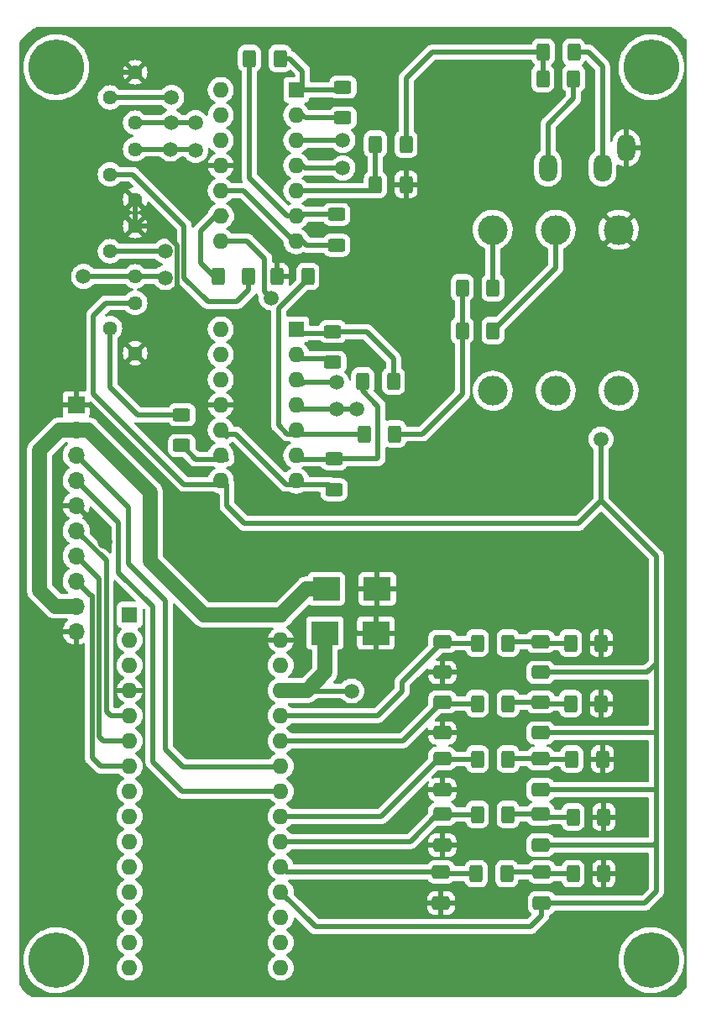
<source format=gbr>
%TF.GenerationSoftware,KiCad,Pcbnew,(6.0.4)*%
%TF.CreationDate,2023-07-24T12:51:13-04:00*%
%TF.ProjectId,BREAD_Slice,42524541-445f-4536-9c69-63652e6b6963,rev?*%
%TF.SameCoordinates,Original*%
%TF.FileFunction,Copper,L2,Bot*%
%TF.FilePolarity,Positive*%
%FSLAX46Y46*%
G04 Gerber Fmt 4.6, Leading zero omitted, Abs format (unit mm)*
G04 Created by KiCad (PCBNEW (6.0.4)) date 2023-07-24 12:51:13*
%MOMM*%
%LPD*%
G01*
G04 APERTURE LIST*
G04 Aperture macros list*
%AMRoundRect*
0 Rectangle with rounded corners*
0 $1 Rounding radius*
0 $2 $3 $4 $5 $6 $7 $8 $9 X,Y pos of 4 corners*
0 Add a 4 corners polygon primitive as box body*
4,1,4,$2,$3,$4,$5,$6,$7,$8,$9,$2,$3,0*
0 Add four circle primitives for the rounded corners*
1,1,$1+$1,$2,$3*
1,1,$1+$1,$4,$5*
1,1,$1+$1,$6,$7*
1,1,$1+$1,$8,$9*
0 Add four rect primitives between the rounded corners*
20,1,$1+$1,$2,$3,$4,$5,0*
20,1,$1+$1,$4,$5,$6,$7,0*
20,1,$1+$1,$6,$7,$8,$9,0*
20,1,$1+$1,$8,$9,$2,$3,0*%
G04 Aperture macros list end*
%TA.AperFunction,ComponentPad*%
%ADD10C,5.600000*%
%TD*%
%TA.AperFunction,ComponentPad*%
%ADD11R,1.600000X1.600000*%
%TD*%
%TA.AperFunction,ComponentPad*%
%ADD12O,1.600000X1.600000*%
%TD*%
%TA.AperFunction,ComponentPad*%
%ADD13R,1.700000X1.700000*%
%TD*%
%TA.AperFunction,ComponentPad*%
%ADD14O,1.700000X1.700000*%
%TD*%
%TA.AperFunction,ComponentPad*%
%ADD15C,3.000000*%
%TD*%
%TA.AperFunction,ComponentPad*%
%ADD16C,1.440000*%
%TD*%
%TA.AperFunction,ComponentPad*%
%ADD17O,1.800000X2.800000*%
%TD*%
%TA.AperFunction,SMDPad,CuDef*%
%ADD18R,2.770000X2.350000*%
%TD*%
%TA.AperFunction,SMDPad,CuDef*%
%ADD19RoundRect,0.249998X-0.650002X0.412502X-0.650002X-0.412502X0.650002X-0.412502X0.650002X0.412502X0*%
%TD*%
%TA.AperFunction,SMDPad,CuDef*%
%ADD20RoundRect,0.249998X0.650002X-0.412502X0.650002X0.412502X-0.650002X0.412502X-0.650002X-0.412502X0*%
%TD*%
%TA.AperFunction,SMDPad,CuDef*%
%ADD21RoundRect,0.249999X-0.625001X0.400001X-0.625001X-0.400001X0.625001X-0.400001X0.625001X0.400001X0*%
%TD*%
%TA.AperFunction,SMDPad,CuDef*%
%ADD22RoundRect,0.249999X-0.400001X-0.625001X0.400001X-0.625001X0.400001X0.625001X-0.400001X0.625001X0*%
%TD*%
%TA.AperFunction,SMDPad,CuDef*%
%ADD23RoundRect,0.249999X0.400001X0.625001X-0.400001X0.625001X-0.400001X-0.625001X0.400001X-0.625001X0*%
%TD*%
%TA.AperFunction,SMDPad,CuDef*%
%ADD24RoundRect,0.249999X0.625001X-0.400001X0.625001X0.400001X-0.625001X0.400001X-0.625001X-0.400001X0*%
%TD*%
%TA.AperFunction,ViaPad*%
%ADD25C,1.500000*%
%TD*%
%TA.AperFunction,Conductor*%
%ADD26C,0.500000*%
%TD*%
%TA.AperFunction,Conductor*%
%ADD27C,1.500000*%
%TD*%
G04 APERTURE END LIST*
D10*
%TO.P,H1,1*%
%TO.N,N/C*%
X127600000Y-44800000D03*
%TD*%
%TO.P,H2,1*%
%TO.N,N/C*%
X187600000Y-44800000D03*
%TD*%
%TO.P,H3,1*%
%TO.N,N/C*%
X127600000Y-134800000D03*
%TD*%
%TO.P,H4,1*%
%TO.N,N/C*%
X187600000Y-134800000D03*
%TD*%
D11*
%TO.P,A1,1*%
%TO.N,Net-(A1-Pad1)*%
X135000000Y-100000000D03*
D12*
%TO.P,A1,2*%
%TO.N,Net-(A1-Pad2)*%
X135000000Y-102540000D03*
%TO.P,A1,3*%
%TO.N,Net-(A1-Pad3)*%
X135000000Y-105080000D03*
%TO.P,A1,4*%
%TO.N,GND*%
X135000000Y-107620000D03*
%TO.P,A1,5*%
%TO.N,/E_STOP*%
X135000000Y-110160000D03*
%TO.P,A1,6*%
%TO.N,/INT*%
X135000000Y-112700000D03*
%TO.P,A1,7*%
%TO.N,/SYNC*%
X135000000Y-115240000D03*
%TO.P,A1,8*%
%TO.N,Net-(A1-Pad8)*%
X135000000Y-117780000D03*
%TO.P,A1,9*%
%TO.N,Net-(A1-Pad9)*%
X135000000Y-120320000D03*
%TO.P,A1,10*%
%TO.N,Net-(A1-Pad10)*%
X135000000Y-122860000D03*
%TO.P,A1,11*%
%TO.N,Net-(A1-Pad11)*%
X135000000Y-125400000D03*
%TO.P,A1,12*%
%TO.N,Net-(A1-Pad12)*%
X135000000Y-127940000D03*
%TO.P,A1,13*%
%TO.N,Net-(A1-Pad13)*%
X135000000Y-130480000D03*
%TO.P,A1,14*%
%TO.N,/SIG_SEL*%
X135000000Y-133020000D03*
%TO.P,A1,15*%
%TO.N,Net-(A1-Pad15)*%
X135000000Y-135560000D03*
%TO.P,A1,16*%
%TO.N,Net-(A1-Pad16)*%
X150240000Y-135560000D03*
%TO.P,A1,17*%
%TO.N,Net-(A1-Pad17)*%
X150240000Y-133020000D03*
%TO.P,A1,18*%
%TO.N,Net-(A1-Pad18)*%
X150240000Y-130480000D03*
%TO.P,A1,19*%
%TO.N,/AUX_SW*%
X150240000Y-127940000D03*
%TO.P,A1,20*%
%TO.N,/LOW*%
X150240000Y-125400000D03*
%TO.P,A1,21*%
%TO.N,/LOW_MID*%
X150240000Y-122860000D03*
%TO.P,A1,22*%
%TO.N,/MID*%
X150240000Y-120320000D03*
%TO.P,A1,23*%
%TO.N,/I2C_DAT*%
X150240000Y-117780000D03*
%TO.P,A1,24*%
%TO.N,/I2C_CLK*%
X150240000Y-115240000D03*
%TO.P,A1,25*%
%TO.N,/HIGH_MID*%
X150240000Y-112700000D03*
%TO.P,A1,26*%
%TO.N,/HIGH*%
X150240000Y-110160000D03*
%TO.P,A1,27*%
%TO.N,+5V*%
X150240000Y-107620000D03*
%TO.P,A1,28*%
%TO.N,Net-(A1-Pad28)*%
X150240000Y-105080000D03*
%TO.P,A1,29*%
%TO.N,GND*%
X150240000Y-102540000D03*
%TO.P,A1,30*%
%TO.N,+12V*%
X150240000Y-100000000D03*
%TD*%
D13*
%TO.P,J1,1*%
%TO.N,GND*%
X129600000Y-78800000D03*
D14*
%TO.P,J1,2*%
%TO.N,+12V*%
X129600000Y-81340000D03*
%TO.P,J1,3*%
%TO.N,/I2C_CLK*%
X129600000Y-83880000D03*
%TO.P,J1,4*%
%TO.N,/I2C_DAT*%
X129600000Y-86420000D03*
%TO.P,J1,5*%
%TO.N,GND*%
X129600000Y-88960000D03*
%TO.P,J1,6*%
%TO.N,/E_STOP*%
X129600000Y-91500000D03*
%TO.P,J1,7*%
%TO.N,/INT*%
X129600000Y-94040000D03*
%TO.P,J1,8*%
%TO.N,/SYNC*%
X129600000Y-96580000D03*
%TO.P,J1,9*%
%TO.N,+12V*%
X129600000Y-99120000D03*
%TO.P,J1,10*%
%TO.N,GND*%
X129600000Y-101660000D03*
%TD*%
D15*
%TO.P,J3,R*%
%TO.N,Net-(J3-PadR)*%
X177972000Y-61187000D03*
%TO.P,J3,RN*%
%TO.N,N/C*%
X177972000Y-77417000D03*
%TO.P,J3,S*%
%TO.N,GND*%
X184322000Y-61187000D03*
%TO.P,J3,SN*%
%TO.N,N/C*%
X184322000Y-77417000D03*
%TO.P,J3,T*%
%TO.N,Net-(J3-PadT)*%
X171622000Y-61187000D03*
%TO.P,J3,TN*%
%TO.N,N/C*%
X171622000Y-77417000D03*
%TD*%
D16*
%TO.P,RV1,1*%
%TO.N,+5V*%
X135554000Y-50392000D03*
%TO.P,RV1,2*%
%TO.N,Net-(RV1-Pad2)*%
X133014000Y-47852000D03*
%TO.P,RV1,3*%
%TO.N,GND*%
X135554000Y-45312000D03*
%TD*%
%TO.P,RV2,1*%
%TO.N,GND*%
X135554000Y-58139000D03*
%TO.P,RV2,2*%
%TO.N,Net-(R6-Pad1)*%
X133014000Y-55599000D03*
%TO.P,RV2,3*%
%TO.N,/AUX_SW*%
X135554000Y-53059000D03*
%TD*%
%TO.P,RV3,1*%
%TO.N,+5V*%
X135554000Y-65886000D03*
%TO.P,RV3,2*%
%TO.N,Net-(RV3-Pad2)*%
X133014000Y-63346000D03*
%TO.P,RV3,3*%
%TO.N,GND*%
X135554000Y-60806000D03*
%TD*%
%TO.P,RV4,1*%
%TO.N,GND*%
X135554000Y-73633000D03*
%TO.P,RV4,2*%
%TO.N,Net-(R12-Pad1)*%
X133014000Y-71093000D03*
%TO.P,RV4,3*%
%TO.N,/AUX_SW*%
X135554000Y-68553000D03*
%TD*%
D17*
%TO.P,J2,R*%
%TO.N,Net-(J2-PadR)*%
X177184000Y-54932000D03*
%TO.P,J2,S*%
%TO.N,GND*%
X185084000Y-52932000D03*
%TO.P,J2,T*%
%TO.N,Net-(J2-PadT)*%
X182684000Y-54932000D03*
%TD*%
D18*
%TO.P,C2,1*%
%TO.N,+5V*%
X154701000Y-101827000D03*
%TO.P,C2,2*%
%TO.N,GND*%
X159841000Y-101827000D03*
%TD*%
%TO.P,C1,1*%
%TO.N,+12V*%
X154828000Y-97382000D03*
%TO.P,C1,2*%
%TO.N,GND*%
X159968000Y-97382000D03*
%TD*%
D19*
%TO.P,C3,1*%
%TO.N,Net-(C3-Pad1)*%
X176575000Y-125918500D03*
%TO.P,C3,2*%
%TO.N,/AUX_SW*%
X176575000Y-129043500D03*
%TD*%
D20*
%TO.P,C4,1*%
%TO.N,GND*%
X166415000Y-129043500D03*
%TO.P,C4,2*%
%TO.N,/LOW*%
X166415000Y-125918500D03*
%TD*%
D19*
%TO.P,C5,1*%
%TO.N,Net-(C5-Pad1)*%
X176448000Y-120076500D03*
%TO.P,C5,2*%
%TO.N,/AUX_SW*%
X176448000Y-123201500D03*
%TD*%
D20*
%TO.P,C6,1*%
%TO.N,GND*%
X166542000Y-123201500D03*
%TO.P,C6,2*%
%TO.N,/LOW_MID*%
X166542000Y-120076500D03*
%TD*%
D19*
%TO.P,C7,1*%
%TO.N,Net-(C7-Pad1)*%
X176448000Y-114488500D03*
%TO.P,C7,2*%
%TO.N,/AUX_SW*%
X176448000Y-117613500D03*
%TD*%
D20*
%TO.P,C8,1*%
%TO.N,GND*%
X166542000Y-117613500D03*
%TO.P,C8,2*%
%TO.N,/MID*%
X166542000Y-114488500D03*
%TD*%
D19*
%TO.P,C9,1*%
%TO.N,Net-(C9-Pad1)*%
X176448000Y-108773500D03*
%TO.P,C9,2*%
%TO.N,/AUX_SW*%
X176448000Y-111898500D03*
%TD*%
D20*
%TO.P,C10,1*%
%TO.N,GND*%
X166542000Y-111898500D03*
%TO.P,C10,2*%
%TO.N,/HIGH_MID*%
X166542000Y-108773500D03*
%TD*%
D19*
%TO.P,C11,1*%
%TO.N,Net-(C11-Pad1)*%
X176448000Y-102677500D03*
%TO.P,C11,2*%
%TO.N,/AUX_SW*%
X176448000Y-105802500D03*
%TD*%
D20*
%TO.P,C12,1*%
%TO.N,GND*%
X166542000Y-105802500D03*
%TO.P,C12,2*%
%TO.N,/HIGH*%
X166542000Y-102677500D03*
%TD*%
D21*
%TO.P,R1,1*%
%TO.N,Net-(R1-Pad1)*%
X156509000Y-46810000D03*
%TO.P,R1,2*%
%TO.N,Net-(R1-Pad2)*%
X156509000Y-49910000D03*
%TD*%
D22*
%TO.P,R2,1*%
%TO.N,Net-(R2-Pad1)*%
X147085000Y-43915000D03*
%TO.P,R2,2*%
%TO.N,Net-(R1-Pad1)*%
X150185000Y-43915000D03*
%TD*%
D23*
%TO.P,R3,1*%
%TO.N,/AUX_IN*%
X162885000Y-52551000D03*
%TO.P,R3,2*%
%TO.N,Net-(R3-Pad2)*%
X159785000Y-52551000D03*
%TD*%
D22*
%TO.P,R4,1*%
%TO.N,Net-(R3-Pad2)*%
X159785000Y-56615000D03*
%TO.P,R4,2*%
%TO.N,GND*%
X162885000Y-56615000D03*
%TD*%
D24*
%TO.P,R5,1*%
%TO.N,Net-(R5-Pad1)*%
X155874000Y-62737000D03*
%TO.P,R5,2*%
%TO.N,Net-(R2-Pad1)*%
X155874000Y-59637000D03*
%TD*%
D23*
%TO.P,R6,1*%
%TO.N,Net-(R6-Pad1)*%
X147010000Y-65886000D03*
%TO.P,R6,2*%
%TO.N,Net-(R6-Pad2)*%
X143910000Y-65886000D03*
%TD*%
D21*
%TO.P,R7,1*%
%TO.N,Net-(R7-Pad1)*%
X155493000Y-71448000D03*
%TO.P,R7,2*%
%TO.N,Net-(R7-Pad2)*%
X155493000Y-74548000D03*
%TD*%
D22*
%TO.P,R8,1*%
%TO.N,Net-(R11-Pad2)*%
X158515000Y-76427000D03*
%TO.P,R8,2*%
%TO.N,Net-(R7-Pad1)*%
X161615000Y-76427000D03*
%TD*%
D23*
%TO.P,R9,1*%
%TO.N,/Q_IN*%
X161742000Y-81761000D03*
%TO.P,R9,2*%
%TO.N,Net-(R10-Pad1)*%
X158642000Y-81761000D03*
%TD*%
%TO.P,R10,1*%
%TO.N,Net-(R10-Pad1)*%
X152979000Y-65886000D03*
%TO.P,R10,2*%
%TO.N,GND*%
X149879000Y-65886000D03*
%TD*%
D24*
%TO.P,R11,1*%
%TO.N,Net-(R11-Pad1)*%
X155620000Y-87375000D03*
%TO.P,R11,2*%
%TO.N,Net-(R11-Pad2)*%
X155620000Y-84275000D03*
%TD*%
D21*
%TO.P,R12,1*%
%TO.N,Net-(R12-Pad1)*%
X140253000Y-79830000D03*
%TO.P,R12,2*%
%TO.N,Net-(R12-Pad2)*%
X140253000Y-82930000D03*
%TD*%
D23*
%TO.P,R13,1*%
%TO.N,Net-(J2-PadT)*%
X179802000Y-43280000D03*
%TO.P,R13,2*%
%TO.N,/AUX_IN*%
X176702000Y-43280000D03*
%TD*%
%TO.P,R14,1*%
%TO.N,Net-(J2-PadR)*%
X179776000Y-45947000D03*
%TO.P,R14,2*%
%TO.N,/AUX_IN*%
X176676000Y-45947000D03*
%TD*%
%TO.P,R15,1*%
%TO.N,Net-(J3-PadT)*%
X171648000Y-67029000D03*
%TO.P,R15,2*%
%TO.N,/Q_IN*%
X168548000Y-67029000D03*
%TD*%
%TO.P,R16,1*%
%TO.N,Net-(J3-PadR)*%
X171648000Y-71347000D03*
%TO.P,R16,2*%
%TO.N,/Q_IN*%
X168548000Y-71347000D03*
%TD*%
%TO.P,R17,1*%
%TO.N,GND*%
X182824000Y-126084000D03*
%TO.P,R17,2*%
%TO.N,Net-(C3-Pad1)*%
X179724000Y-126084000D03*
%TD*%
D22*
%TO.P,R18,1*%
%TO.N,/LOW*%
X169945000Y-126084000D03*
%TO.P,R18,2*%
%TO.N,Net-(C3-Pad1)*%
X173045000Y-126084000D03*
%TD*%
D23*
%TO.P,R19,1*%
%TO.N,GND*%
X182824000Y-120369000D03*
%TO.P,R19,2*%
%TO.N,Net-(C5-Pad1)*%
X179724000Y-120369000D03*
%TD*%
D22*
%TO.P,R20,1*%
%TO.N,/LOW_MID*%
X170072000Y-120115000D03*
%TO.P,R20,2*%
%TO.N,Net-(C5-Pad1)*%
X173172000Y-120115000D03*
%TD*%
D23*
%TO.P,R21,1*%
%TO.N,GND*%
X182697000Y-114527000D03*
%TO.P,R21,2*%
%TO.N,Net-(C7-Pad1)*%
X179597000Y-114527000D03*
%TD*%
D22*
%TO.P,R22,1*%
%TO.N,/MID*%
X170072000Y-114527000D03*
%TO.P,R22,2*%
%TO.N,Net-(C7-Pad1)*%
X173172000Y-114527000D03*
%TD*%
D23*
%TO.P,R23,1*%
%TO.N,GND*%
X182570000Y-108939000D03*
%TO.P,R23,2*%
%TO.N,Net-(C9-Pad1)*%
X179470000Y-108939000D03*
%TD*%
D22*
%TO.P,R24,1*%
%TO.N,/HIGH_MID*%
X170072000Y-108939000D03*
%TO.P,R24,2*%
%TO.N,Net-(C9-Pad1)*%
X173172000Y-108939000D03*
%TD*%
D23*
%TO.P,R25,1*%
%TO.N,GND*%
X182570000Y-102843000D03*
%TO.P,R25,2*%
%TO.N,Net-(C11-Pad1)*%
X179470000Y-102843000D03*
%TD*%
D22*
%TO.P,R26,1*%
%TO.N,/HIGH*%
X170072000Y-102843000D03*
%TO.P,R26,2*%
%TO.N,Net-(C11-Pad1)*%
X173172000Y-102843000D03*
%TD*%
D11*
%TO.P,U1,1*%
%TO.N,Net-(R1-Pad1)*%
X151810000Y-47090000D03*
D12*
%TO.P,U1,2*%
%TO.N,Net-(R1-Pad2)*%
X151810000Y-49630000D03*
%TO.P,U1,3*%
%TO.N,Net-(RV1-Pad2)*%
X151810000Y-52170000D03*
%TO.P,U1,4*%
%TO.N,+5V*%
X151810000Y-54710000D03*
%TO.P,U1,5*%
%TO.N,Net-(R3-Pad2)*%
X151810000Y-57250000D03*
%TO.P,U1,6*%
%TO.N,Net-(R2-Pad1)*%
X151810000Y-59790000D03*
%TO.P,U1,7*%
%TO.N,Net-(R5-Pad1)*%
X151810000Y-62330000D03*
%TO.P,U1,8*%
%TO.N,/AUX_SW*%
X144190000Y-62330000D03*
%TO.P,U1,9*%
%TO.N,Net-(R6-Pad2)*%
X144190000Y-59790000D03*
%TO.P,U1,10*%
%TO.N,Net-(R5-Pad1)*%
X144190000Y-57250000D03*
%TO.P,U1,11*%
%TO.N,GND*%
X144190000Y-54710000D03*
%TO.P,U1,12*%
%TO.N,N/C*%
X144190000Y-52170000D03*
%TO.P,U1,13*%
X144190000Y-49630000D03*
%TO.P,U1,14*%
X144190000Y-47090000D03*
%TD*%
D11*
%TO.P,U2,1*%
%TO.N,Net-(R7-Pad1)*%
X151810000Y-71220000D03*
D12*
%TO.P,U2,2*%
%TO.N,Net-(R7-Pad2)*%
X151810000Y-73760000D03*
%TO.P,U2,3*%
%TO.N,Net-(RV3-Pad2)*%
X151810000Y-76300000D03*
%TO.P,U2,4*%
%TO.N,+5V*%
X151810000Y-78840000D03*
%TO.P,U2,5*%
%TO.N,Net-(R10-Pad1)*%
X151810000Y-81380000D03*
%TO.P,U2,6*%
%TO.N,Net-(R11-Pad2)*%
X151810000Y-83920000D03*
%TO.P,U2,7*%
%TO.N,Net-(R11-Pad1)*%
X151810000Y-86460000D03*
%TO.P,U2,8*%
%TO.N,/AUX_SW*%
X144190000Y-86460000D03*
%TO.P,U2,9*%
%TO.N,Net-(R12-Pad2)*%
X144190000Y-83920000D03*
%TO.P,U2,10*%
%TO.N,Net-(R11-Pad1)*%
X144190000Y-81380000D03*
%TO.P,U2,11*%
%TO.N,GND*%
X144190000Y-78840000D03*
%TO.P,U2,12*%
%TO.N,N/C*%
X144190000Y-76300000D03*
%TO.P,U2,13*%
X144190000Y-73760000D03*
%TO.P,U2,14*%
X144190000Y-71220000D03*
%TD*%
D25*
%TO.N,GND*%
X132500000Y-92600000D03*
X139808500Y-69696000D03*
X140761000Y-91984500D03*
%TO.N,+5V*%
X130347000Y-65886000D03*
X141650000Y-50392000D03*
X138602000Y-66013000D03*
X155874000Y-79221000D03*
X157906000Y-79221000D03*
X139237000Y-50392000D03*
X157398000Y-107669000D03*
X156509000Y-54964000D03*
%TO.N,Net-(RV1-Pad2)*%
X139237000Y-47852000D03*
X156509000Y-52170000D03*
%TO.N,/AUX_SW*%
X141650000Y-53186000D03*
X182544000Y-82269000D03*
X139110000Y-53059000D03*
X149270000Y-68045000D03*
%TO.N,Net-(RV3-Pad2)*%
X155874000Y-76554000D03*
X138602000Y-63346000D03*
%TD*%
D26*
%TO.N,GND*%
X130950000Y-78800000D02*
X140761000Y-88611000D01*
X137838002Y-60806000D02*
X139802001Y-62769999D01*
X135554000Y-60806000D02*
X137838002Y-60806000D01*
X139802001Y-69689501D02*
X139808500Y-69696000D01*
X132379000Y-45312000D02*
X135554000Y-45312000D01*
X130728000Y-46963000D02*
X132379000Y-45312000D01*
X132500000Y-91860000D02*
X129600000Y-88960000D01*
X135554000Y-60806000D02*
X135554000Y-58139000D01*
X130728000Y-55980000D02*
X130728000Y-46963000D01*
X139802001Y-62769999D02*
X139802001Y-69689501D01*
X129600000Y-78800000D02*
X130950000Y-78800000D01*
X135554000Y-60806000D02*
X130728000Y-55980000D01*
X140761000Y-88611000D02*
X140761000Y-91984500D01*
X132500000Y-92600000D02*
X132500000Y-91860000D01*
%TO.N,+5V*%
X155874000Y-79221000D02*
X152445000Y-79221000D01*
X157398000Y-107669000D02*
X152924000Y-107669000D01*
X152699000Y-54964000D02*
X152445000Y-54710000D01*
X139237000Y-50392000D02*
X141650000Y-50392000D01*
X135554000Y-65886000D02*
X138475000Y-65886000D01*
X152924000Y-107669000D02*
X152875000Y-107620000D01*
X155874000Y-79221000D02*
X157906000Y-79221000D01*
X138475000Y-65886000D02*
X138602000Y-66013000D01*
D27*
X154701000Y-101827000D02*
X154701000Y-105794000D01*
D26*
X130347000Y-65886000D02*
X135554000Y-65886000D01*
D27*
X154701000Y-105794000D02*
X152875000Y-107620000D01*
X152875000Y-107620000D02*
X150240000Y-107620000D01*
D26*
X135554000Y-50392000D02*
X139237000Y-50392000D01*
X156509000Y-54964000D02*
X152699000Y-54964000D01*
%TO.N,/I2C_CLK*%
X138602000Y-113511000D02*
X140380000Y-115289000D01*
X129600000Y-83880000D02*
X134919000Y-89199000D01*
X140380000Y-115289000D02*
X150191000Y-115289000D01*
X138602000Y-98525000D02*
X138602000Y-113511000D01*
X150191000Y-115289000D02*
X150240000Y-115240000D01*
X134919000Y-89199000D02*
X134919000Y-94842000D01*
X134919000Y-94842000D02*
X138602000Y-98525000D01*
%TO.N,/I2C_DAT*%
X137332000Y-99160000D02*
X137332000Y-114781000D01*
X133903000Y-95731000D02*
X137332000Y-99160000D01*
X129600000Y-86420000D02*
X133903000Y-90723000D01*
X137332000Y-114781000D02*
X140331000Y-117780000D01*
X133903000Y-90723000D02*
X133903000Y-95731000D01*
X140331000Y-117780000D02*
X150240000Y-117780000D01*
%TO.N,/SYNC*%
X132076000Y-115240000D02*
X131236000Y-114400000D01*
X135000000Y-115240000D02*
X132076000Y-115240000D01*
X131236000Y-98017000D02*
X131037000Y-98017000D01*
X131236000Y-114400000D02*
X131236000Y-98017000D01*
X131037000Y-98017000D02*
X129600000Y-96580000D01*
%TO.N,/E_STOP*%
X132636020Y-109733020D02*
X132636020Y-94536020D01*
X135000000Y-110160000D02*
X133063000Y-110160000D01*
X133063000Y-110160000D02*
X132636020Y-109733020D01*
X132636020Y-94536020D02*
X129600000Y-91500000D01*
D27*
%TO.N,+12V*%
X125902000Y-97509000D02*
X125902000Y-83412000D01*
X129600000Y-81340000D02*
X130802081Y-81340000D01*
X154828000Y-97382000D02*
X152858000Y-97382000D01*
X137078000Y-94588000D02*
X142490000Y-100000000D01*
X125902000Y-83412000D02*
X127974000Y-81340000D01*
X142490000Y-100000000D02*
X150240000Y-100000000D01*
X127974000Y-81340000D02*
X129600000Y-81340000D01*
X127513000Y-99120000D02*
X125902000Y-97509000D01*
X129600000Y-99120000D02*
X127513000Y-99120000D01*
X137078000Y-87615919D02*
X137078000Y-94588000D01*
X152858000Y-97382000D02*
X150240000Y-100000000D01*
X130802081Y-81340000D02*
X137078000Y-87615919D01*
D26*
%TO.N,/INT*%
X132330000Y-112700000D02*
X131936010Y-112306010D01*
X131936010Y-112306010D02*
X131936010Y-96376010D01*
X131936010Y-96376010D02*
X129600000Y-94040000D01*
X135000000Y-112700000D02*
X132330000Y-112700000D01*
%TO.N,/LOW*%
X166415000Y-125918500D02*
X150758500Y-125918500D01*
X150758500Y-125918500D02*
X150240000Y-125400000D01*
X169945000Y-126084000D02*
X166580500Y-126084000D01*
X166580500Y-126084000D02*
X166415000Y-125918500D01*
%TO.N,/LOW_MID*%
X166542000Y-120076500D02*
X166072500Y-120076500D01*
X166580500Y-120115000D02*
X166542000Y-120076500D01*
X166072500Y-120076500D02*
X163289000Y-122860000D01*
X170072000Y-120115000D02*
X166580500Y-120115000D01*
X163289000Y-122860000D02*
X150240000Y-122860000D01*
%TO.N,/MID*%
X166580500Y-114527000D02*
X166542000Y-114488500D01*
X160368000Y-120320000D02*
X150240000Y-120320000D01*
X166542000Y-114488500D02*
X166199500Y-114488500D01*
X170072000Y-114527000D02*
X166580500Y-114527000D01*
X166199500Y-114488500D02*
X160368000Y-120320000D01*
%TO.N,/HIGH_MID*%
X162527000Y-112700000D02*
X150240000Y-112700000D01*
X166542000Y-108773500D02*
X166453500Y-108773500D01*
X170072000Y-108939000D02*
X166707500Y-108939000D01*
X166707500Y-108939000D02*
X166542000Y-108773500D01*
X166453500Y-108773500D02*
X162527000Y-112700000D01*
%TO.N,/HIGH*%
X166707500Y-102843000D02*
X166542000Y-102677500D01*
X166542000Y-102716000D02*
X162478000Y-106780000D01*
X166542000Y-102677500D02*
X166542000Y-102716000D01*
X159987000Y-110160000D02*
X150240000Y-110160000D01*
X170072000Y-102843000D02*
X166707500Y-102843000D01*
X162478000Y-107669000D02*
X159987000Y-110160000D01*
X162478000Y-106780000D02*
X162478000Y-107669000D01*
%TO.N,Net-(C3-Pad1)*%
X176740500Y-126084000D02*
X176575000Y-125918500D01*
X179724000Y-126084000D02*
X176740500Y-126084000D01*
X173210500Y-125918500D02*
X173045000Y-126084000D01*
X176575000Y-125918500D02*
X173210500Y-125918500D01*
%TO.N,Net-(C5-Pad1)*%
X176740500Y-120369000D02*
X176448000Y-120076500D01*
X179724000Y-120369000D02*
X176740500Y-120369000D01*
X176448000Y-120076500D02*
X173210500Y-120076500D01*
X173210500Y-120076500D02*
X173172000Y-120115000D01*
%TO.N,Net-(C7-Pad1)*%
X176448000Y-114488500D02*
X173210500Y-114488500D01*
X176486500Y-114527000D02*
X176448000Y-114488500D01*
X173210500Y-114488500D02*
X173172000Y-114527000D01*
X179597000Y-114527000D02*
X176486500Y-114527000D01*
%TO.N,Net-(C9-Pad1)*%
X173337500Y-108773500D02*
X173172000Y-108939000D01*
X179470000Y-108939000D02*
X176613500Y-108939000D01*
X176613500Y-108939000D02*
X176448000Y-108773500D01*
X176448000Y-108773500D02*
X173337500Y-108773500D01*
%TO.N,Net-(C11-Pad1)*%
X176448000Y-102677500D02*
X173337500Y-102677500D01*
X176613500Y-102843000D02*
X176448000Y-102677500D01*
X173337500Y-102677500D02*
X173172000Y-102843000D01*
X179470000Y-102843000D02*
X176613500Y-102843000D01*
%TO.N,Net-(J2-PadT)*%
X182684000Y-54932000D02*
X182684000Y-44690000D01*
X181274000Y-43280000D02*
X179802000Y-43280000D01*
X182684000Y-44690000D02*
X181274000Y-43280000D01*
%TO.N,Net-(J2-PadR)*%
X179776000Y-47953000D02*
X179776000Y-45947000D01*
X177184000Y-50545000D02*
X179776000Y-47953000D01*
X177184000Y-54932000D02*
X177184000Y-50545000D01*
%TO.N,Net-(J3-PadT)*%
X171622000Y-67003000D02*
X171648000Y-67029000D01*
X171622000Y-61187000D02*
X171622000Y-67003000D01*
%TO.N,Net-(J3-PadR)*%
X177972000Y-61187000D02*
X177972000Y-65023000D01*
X177972000Y-65023000D02*
X171648000Y-71347000D01*
%TO.N,Net-(R1-Pad2)*%
X156509000Y-49910000D02*
X152725000Y-49910000D01*
X152725000Y-49910000D02*
X152445000Y-49630000D01*
%TO.N,Net-(R1-Pad1)*%
X151175000Y-43915000D02*
X152445000Y-45185000D01*
X152445000Y-45185000D02*
X152445000Y-47090000D01*
X150185000Y-43915000D02*
X151175000Y-43915000D01*
X152445000Y-47090000D02*
X156229000Y-47090000D01*
X156229000Y-47090000D02*
X156509000Y-46810000D01*
%TO.N,Net-(R2-Pad1)*%
X147085000Y-43915000D02*
X147085000Y-55954000D01*
X155874000Y-59637000D02*
X152598000Y-59637000D01*
X152598000Y-59637000D02*
X152445000Y-59790000D01*
X150921000Y-59790000D02*
X152445000Y-59790000D01*
X147085000Y-55954000D02*
X150921000Y-59790000D01*
%TO.N,Net-(R3-Pad2)*%
X159150000Y-57250000D02*
X159785000Y-56615000D01*
X159785000Y-56615000D02*
X159785000Y-52551000D01*
X152445000Y-57250000D02*
X159150000Y-57250000D01*
%TO.N,/AUX_IN*%
X162885000Y-45921000D02*
X165526000Y-43280000D01*
X176702000Y-43280000D02*
X176702000Y-44677000D01*
X165526000Y-43280000D02*
X176702000Y-43280000D01*
X176702000Y-44677000D02*
X176702000Y-45921000D01*
X162885000Y-52551000D02*
X162885000Y-45921000D01*
X176702000Y-45921000D02*
X176676000Y-45947000D01*
%TO.N,Net-(R5-Pad1)*%
X151556000Y-62330000D02*
X146476000Y-57250000D01*
X155874000Y-62737000D02*
X152852000Y-62737000D01*
X146476000Y-57250000D02*
X144825000Y-57250000D01*
X152852000Y-62737000D02*
X152445000Y-62330000D01*
X152445000Y-62330000D02*
X151556000Y-62330000D01*
%TO.N,Net-(R6-Pad2)*%
X142158000Y-61314000D02*
X143682000Y-59790000D01*
X142158000Y-64489000D02*
X142158000Y-61314000D01*
X143910000Y-65886000D02*
X143910000Y-65479000D01*
X143555000Y-65886000D02*
X142158000Y-64489000D01*
X143682000Y-59790000D02*
X144825000Y-59790000D01*
X143910000Y-65886000D02*
X143555000Y-65886000D01*
%TO.N,Net-(R6-Pad1)*%
X142920000Y-68426000D02*
X145841000Y-68426000D01*
X135300000Y-55599000D02*
X140507000Y-60806000D01*
X145841000Y-68426000D02*
X147010000Y-67257000D01*
X140507000Y-60806000D02*
X140507000Y-66013000D01*
X133014000Y-55599000D02*
X135300000Y-55599000D01*
X140507000Y-66013000D02*
X142920000Y-68426000D01*
X147010000Y-67257000D02*
X147010000Y-65886000D01*
%TO.N,Net-(R7-Pad2)*%
X155086000Y-74141000D02*
X155493000Y-74548000D01*
X152445000Y-74141000D02*
X155086000Y-74141000D01*
%TO.N,Net-(R7-Pad1)*%
X161615000Y-74167000D02*
X161615000Y-76427000D01*
X155493000Y-71448000D02*
X158896000Y-71448000D01*
X155340000Y-71601000D02*
X155493000Y-71448000D01*
X158896000Y-71448000D02*
X161615000Y-74167000D01*
X152445000Y-71601000D02*
X155340000Y-71601000D01*
%TO.N,Net-(R11-Pad2)*%
X155594000Y-84301000D02*
X155620000Y-84275000D01*
X158515000Y-77417000D02*
X160065000Y-78967000D01*
X160065000Y-78967000D02*
X160065000Y-84174000D01*
X159964000Y-84275000D02*
X155620000Y-84275000D01*
X152445000Y-84301000D02*
X155594000Y-84301000D01*
X160065000Y-84174000D02*
X159964000Y-84275000D01*
X158515000Y-76427000D02*
X158515000Y-77417000D01*
%TO.N,Net-(R10-Pad1)*%
X150921000Y-81761000D02*
X152445000Y-81761000D01*
X152979000Y-66114000D02*
X150032000Y-69061000D01*
X152979000Y-65886000D02*
X152979000Y-66114000D01*
X150032000Y-69061000D02*
X150032000Y-80872000D01*
X150032000Y-80872000D02*
X150921000Y-81761000D01*
X158642000Y-81761000D02*
X152445000Y-81761000D01*
%TO.N,/Q_IN*%
X168548000Y-67029000D02*
X168548000Y-71347000D01*
X168548000Y-77723000D02*
X168548000Y-71347000D01*
X161742000Y-81761000D02*
X164510000Y-81761000D01*
X164510000Y-81761000D02*
X168548000Y-77723000D01*
%TO.N,Net-(R11-Pad1)*%
X150794000Y-86841000D02*
X152445000Y-86841000D01*
X145714000Y-81761000D02*
X150794000Y-86841000D01*
X144825000Y-81761000D02*
X144825000Y-82015000D01*
X144825000Y-81761000D02*
X145714000Y-81761000D01*
X155086000Y-86841000D02*
X155620000Y-87375000D01*
X152445000Y-86841000D02*
X155086000Y-86841000D01*
%TO.N,Net-(R12-Pad2)*%
X140279000Y-82930000D02*
X141650000Y-84301000D01*
X141650000Y-84301000D02*
X144825000Y-84301000D01*
X140253000Y-82930000D02*
X140279000Y-82930000D01*
%TO.N,Net-(R12-Pad1)*%
X135782000Y-79830000D02*
X140253000Y-79830000D01*
X133014000Y-71093000D02*
X133014000Y-77062000D01*
X133014000Y-77062000D02*
X135782000Y-79830000D01*
%TO.N,Net-(RV1-Pad2)*%
X156509000Y-52170000D02*
X152445000Y-52170000D01*
X133014000Y-47852000D02*
X139237000Y-47852000D01*
%TO.N,/AUX_SW*%
X176448000Y-111898500D02*
X187966500Y-111898500D01*
X176575000Y-129043500D02*
X176575000Y-130275000D01*
X139110000Y-53059000D02*
X141523000Y-53059000D01*
X141523000Y-53059000D02*
X141650000Y-53186000D01*
X187966500Y-117613500D02*
X188132000Y-117448000D01*
X187839500Y-123201500D02*
X188132000Y-122909000D01*
X186950500Y-129043500D02*
X176575000Y-129043500D01*
X146603000Y-90778000D02*
X180258000Y-90778000D01*
X148635000Y-67410000D02*
X148635000Y-64108000D01*
X144825000Y-86841000D02*
X144825000Y-89000000D01*
X188132000Y-122909000D02*
X188132000Y-127862000D01*
X176448000Y-117613500D02*
X187966500Y-117613500D01*
X135554000Y-53059000D02*
X139110000Y-53059000D01*
X140507000Y-86841000D02*
X144825000Y-86841000D01*
X187966500Y-111898500D02*
X188132000Y-111733000D01*
X188132000Y-106145000D02*
X188132000Y-111733000D01*
X135554000Y-68553000D02*
X132633000Y-68553000D01*
X144825000Y-89000000D02*
X146603000Y-90778000D01*
X188132000Y-127862000D02*
X186950500Y-129043500D01*
X176448000Y-105802500D02*
X187204500Y-105802500D01*
X175432000Y-131418000D02*
X153718000Y-131418000D01*
X131363000Y-77697000D02*
X140507000Y-86841000D01*
X187204500Y-105802500D02*
X188132000Y-104875000D01*
X149270000Y-68045000D02*
X148635000Y-67410000D01*
X131363000Y-69823000D02*
X131363000Y-77697000D01*
X188132000Y-94080000D02*
X188132000Y-106145000D01*
X176575000Y-130275000D02*
X175432000Y-131418000D01*
X182544000Y-88492000D02*
X188132000Y-94080000D01*
X182544000Y-85571000D02*
X182544000Y-88492000D01*
X182544000Y-82269000D02*
X182544000Y-85571000D01*
X188132000Y-111733000D02*
X188132000Y-117448000D01*
X182544000Y-88492000D02*
X180258000Y-90778000D01*
X148635000Y-64108000D02*
X146857000Y-62330000D01*
X188132000Y-104875000D02*
X188132000Y-106145000D01*
X146857000Y-62330000D02*
X144825000Y-62330000D01*
X176448000Y-123201500D02*
X187839500Y-123201500D01*
X188132000Y-117448000D02*
X188132000Y-122909000D01*
X132633000Y-68553000D02*
X131363000Y-69823000D01*
X153718000Y-131418000D02*
X150240000Y-127940000D01*
%TO.N,Net-(RV3-Pad2)*%
X133014000Y-63346000D02*
X138602000Y-63346000D01*
X155874000Y-76554000D02*
X152572000Y-76554000D01*
X152572000Y-76554000D02*
X152445000Y-76681000D01*
%TD*%
%TA.AperFunction,Conductor*%
%TO.N,GND*%
G36*
X189546057Y-40754237D02*
G01*
X189840867Y-40907705D01*
X189850387Y-40913201D01*
X190171574Y-41117820D01*
X190180578Y-41124124D01*
X190482716Y-41355962D01*
X190491137Y-41363028D01*
X190771914Y-41620314D01*
X190779686Y-41628086D01*
X190862295Y-41718237D01*
X191036980Y-41908871D01*
X191044032Y-41917275D01*
X191079463Y-41963450D01*
X191153963Y-42060541D01*
X191179563Y-42126762D01*
X191180000Y-42137245D01*
X191180000Y-137462755D01*
X191159998Y-137530876D01*
X191153963Y-137539458D01*
X191044032Y-137682725D01*
X191036980Y-137691129D01*
X190923069Y-137815440D01*
X190779686Y-137971914D01*
X190771914Y-137979686D01*
X190491137Y-138236972D01*
X190482716Y-138244038D01*
X190180578Y-138475876D01*
X190171582Y-138482175D01*
X190127485Y-138510268D01*
X190059787Y-138530000D01*
X125140213Y-138530000D01*
X125072515Y-138510268D01*
X125028418Y-138482175D01*
X125019422Y-138475876D01*
X124717284Y-138244038D01*
X124708863Y-138236972D01*
X124428086Y-137979686D01*
X124420314Y-137971914D01*
X124163028Y-137691137D01*
X124155962Y-137682716D01*
X123924124Y-137380578D01*
X123917820Y-137371575D01*
X123889732Y-137327485D01*
X123870000Y-137259787D01*
X123870000Y-134788434D01*
X124286661Y-134788434D01*
X124304792Y-135146340D01*
X124305329Y-135149695D01*
X124305330Y-135149701D01*
X124344582Y-135394757D01*
X124361470Y-135500195D01*
X124456033Y-135845859D01*
X124587374Y-136179288D01*
X124607041Y-136216749D01*
X124703140Y-136399789D01*
X124753957Y-136496582D01*
X124755858Y-136499411D01*
X124755864Y-136499421D01*
X124890547Y-136699849D01*
X124953834Y-136794029D01*
X125184665Y-137068150D01*
X125443751Y-137315738D01*
X125728061Y-137533897D01*
X125760056Y-137553350D01*
X126031355Y-137718303D01*
X126031360Y-137718306D01*
X126034270Y-137720075D01*
X126037358Y-137721521D01*
X126037357Y-137721521D01*
X126355710Y-137870649D01*
X126355720Y-137870653D01*
X126358794Y-137872093D01*
X126362012Y-137873195D01*
X126362015Y-137873196D01*
X126694615Y-137987071D01*
X126694623Y-137987073D01*
X126697838Y-137988174D01*
X127047435Y-138066959D01*
X127099728Y-138072917D01*
X127400114Y-138107142D01*
X127400122Y-138107142D01*
X127403497Y-138107527D01*
X127406901Y-138107545D01*
X127406904Y-138107545D01*
X127601227Y-138108562D01*
X127761857Y-138109403D01*
X127765243Y-138109053D01*
X127765245Y-138109053D01*
X128114932Y-138072917D01*
X128114941Y-138072916D01*
X128118324Y-138072566D01*
X128121657Y-138071852D01*
X128121660Y-138071851D01*
X128294186Y-138034864D01*
X128468727Y-137997446D01*
X128808968Y-137884922D01*
X129135066Y-137736311D01*
X129229052Y-137680506D01*
X129440262Y-137555099D01*
X129440267Y-137555096D01*
X129443207Y-137553350D01*
X129729786Y-137338180D01*
X129991451Y-137093319D01*
X130225140Y-136821630D01*
X130331750Y-136666512D01*
X130426190Y-136529101D01*
X130426195Y-136529094D01*
X130428120Y-136526292D01*
X130429732Y-136523298D01*
X130429737Y-136523290D01*
X130596395Y-136213772D01*
X130598017Y-136210760D01*
X130732842Y-135878724D01*
X130743142Y-135842568D01*
X130822074Y-135565475D01*
X130831020Y-135534070D01*
X130864639Y-135337393D01*
X130890829Y-135184175D01*
X130890829Y-135184173D01*
X130891401Y-135180828D01*
X130893511Y-135146340D01*
X130913168Y-134824928D01*
X130913278Y-134823131D01*
X130913359Y-134800000D01*
X130893979Y-134442159D01*
X130836066Y-134088505D01*
X130740297Y-133743173D01*
X130737243Y-133735497D01*
X130609052Y-133413369D01*
X130607793Y-133410205D01*
X130521956Y-133248087D01*
X130441702Y-133096513D01*
X130441698Y-133096506D01*
X130440103Y-133093494D01*
X130239190Y-132796746D01*
X130235092Y-132791913D01*
X130143506Y-132683919D01*
X130007403Y-132523432D01*
X129747454Y-132276750D01*
X129462384Y-132059585D01*
X129459472Y-132057828D01*
X129459467Y-132057825D01*
X129158443Y-131876236D01*
X129158437Y-131876233D01*
X129155528Y-131874478D01*
X128830475Y-131723593D01*
X128660752Y-131666145D01*
X128494255Y-131609789D01*
X128494250Y-131609788D01*
X128491028Y-131608697D01*
X128292681Y-131564724D01*
X128144493Y-131531871D01*
X128144487Y-131531870D01*
X128141158Y-131531132D01*
X128137769Y-131530758D01*
X128137764Y-131530757D01*
X127788338Y-131492180D01*
X127788333Y-131492180D01*
X127784957Y-131491807D01*
X127781558Y-131491801D01*
X127781557Y-131491801D01*
X127612080Y-131491505D01*
X127426592Y-131491182D01*
X127313413Y-131503277D01*
X127073639Y-131528901D01*
X127073631Y-131528902D01*
X127070256Y-131529263D01*
X126720117Y-131605606D01*
X126380271Y-131719317D01*
X126377178Y-131720739D01*
X126377177Y-131720740D01*
X126195090Y-131804491D01*
X126054694Y-131869066D01*
X126051760Y-131870822D01*
X126051758Y-131870823D01*
X125801507Y-132020595D01*
X125747193Y-132053101D01*
X125744467Y-132055163D01*
X125744465Y-132055164D01*
X125578602Y-132180606D01*
X125461367Y-132269270D01*
X125200559Y-132515043D01*
X124967819Y-132787546D01*
X124965900Y-132790358D01*
X124965897Y-132790363D01*
X124872624Y-132927097D01*
X124765871Y-133083591D01*
X124597077Y-133399714D01*
X124463411Y-133732218D01*
X124462491Y-133735492D01*
X124462489Y-133735497D01*
X124379889Y-134029357D01*
X124366437Y-134077213D01*
X124365875Y-134080570D01*
X124365875Y-134080571D01*
X124308132Y-134425634D01*
X124307290Y-134430663D01*
X124286661Y-134788434D01*
X123870000Y-134788434D01*
X123870000Y-101927966D01*
X128268257Y-101927966D01*
X128298565Y-102062446D01*
X128301645Y-102072275D01*
X128381770Y-102269603D01*
X128386413Y-102278794D01*
X128497694Y-102460388D01*
X128503777Y-102468699D01*
X128643213Y-102629667D01*
X128650580Y-102636883D01*
X128814434Y-102772916D01*
X128822881Y-102778831D01*
X129006756Y-102886279D01*
X129016042Y-102890729D01*
X129215001Y-102966703D01*
X129224899Y-102969579D01*
X129328250Y-102990606D01*
X129342299Y-102989410D01*
X129346000Y-102979065D01*
X129346000Y-101932115D01*
X129341525Y-101916876D01*
X129340135Y-101915671D01*
X129332452Y-101914000D01*
X128283225Y-101914000D01*
X128269694Y-101917973D01*
X128268257Y-101927966D01*
X123870000Y-101927966D01*
X123870000Y-97456086D01*
X124639521Y-97456086D01*
X124639786Y-97461698D01*
X124643360Y-97537488D01*
X124643500Y-97543424D01*
X124643500Y-97565999D01*
X124643750Y-97568796D01*
X124645819Y-97591988D01*
X124646178Y-97597248D01*
X124650104Y-97680488D01*
X124651354Y-97685947D01*
X124651355Y-97685952D01*
X124654108Y-97697970D01*
X124656789Y-97714899D01*
X124658383Y-97732762D01*
X124659865Y-97738178D01*
X124659865Y-97738180D01*
X124680370Y-97813133D01*
X124681656Y-97818251D01*
X124691562Y-97861500D01*
X124700258Y-97899470D01*
X124702460Y-97904632D01*
X124707294Y-97915967D01*
X124712927Y-97932142D01*
X124717663Y-97949451D01*
X124720079Y-97954516D01*
X124753539Y-98024667D01*
X124755710Y-98029476D01*
X124788397Y-98106109D01*
X124798251Y-98121110D01*
X124806654Y-98136025D01*
X124814378Y-98152218D01*
X124817648Y-98156769D01*
X124817650Y-98156772D01*
X124862999Y-98219881D01*
X124865989Y-98224232D01*
X124909196Y-98290010D01*
X124909202Y-98290018D01*
X124911735Y-98293874D01*
X124930257Y-98314662D01*
X124938490Y-98324939D01*
X124945471Y-98334654D01*
X124949498Y-98338556D01*
X125022254Y-98409062D01*
X125023664Y-98410451D01*
X126558475Y-99945263D01*
X126569342Y-99957653D01*
X126582877Y-99975292D01*
X126587020Y-99979062D01*
X126587022Y-99979064D01*
X126643152Y-100030137D01*
X126647448Y-100034236D01*
X126663410Y-100050198D01*
X126665556Y-100051992D01*
X126665560Y-100051996D01*
X126683423Y-100066932D01*
X126687398Y-100070400D01*
X126744888Y-100122712D01*
X126744897Y-100122719D01*
X126749036Y-100126485D01*
X126753782Y-100129462D01*
X126753783Y-100129463D01*
X126764225Y-100136013D01*
X126778093Y-100146089D01*
X126787549Y-100153996D01*
X126787559Y-100154003D01*
X126791854Y-100157594D01*
X126864240Y-100198882D01*
X126868768Y-100201592D01*
X126934596Y-100242886D01*
X126934599Y-100242888D01*
X126939344Y-100245864D01*
X126944549Y-100247957D01*
X126944552Y-100247958D01*
X126955979Y-100252552D01*
X126971411Y-100260012D01*
X126982119Y-100266120D01*
X126982128Y-100266124D01*
X126986993Y-100268899D01*
X126992270Y-100270768D01*
X126992275Y-100270770D01*
X127065542Y-100296715D01*
X127070478Y-100298580D01*
X127147783Y-100329656D01*
X127153270Y-100330792D01*
X127153272Y-100330793D01*
X127165349Y-100333294D01*
X127181844Y-100337899D01*
X127198759Y-100343889D01*
X127281010Y-100357359D01*
X127286180Y-100358317D01*
X127367767Y-100375213D01*
X127372379Y-100375479D01*
X127372380Y-100375479D01*
X127395548Y-100376815D01*
X127408653Y-100378262D01*
X127414910Y-100379286D01*
X127414914Y-100379286D01*
X127420457Y-100380194D01*
X127426070Y-100380106D01*
X127426072Y-100380106D01*
X127527264Y-100378516D01*
X127529243Y-100378500D01*
X128667259Y-100378500D01*
X128735380Y-100398502D01*
X128781873Y-100452158D01*
X128791977Y-100522432D01*
X128762483Y-100587012D01*
X128742912Y-100605260D01*
X128699433Y-100637905D01*
X128691726Y-100644748D01*
X128544590Y-100798717D01*
X128538104Y-100806727D01*
X128418098Y-100982649D01*
X128413000Y-100991623D01*
X128323338Y-101184783D01*
X128319775Y-101194470D01*
X128264389Y-101394183D01*
X128265912Y-101402607D01*
X128278292Y-101406000D01*
X129728000Y-101406000D01*
X129796121Y-101426002D01*
X129842614Y-101479658D01*
X129854000Y-101532000D01*
X129854000Y-102978517D01*
X129858064Y-102992359D01*
X129871478Y-102994393D01*
X129878184Y-102993534D01*
X129888262Y-102991392D01*
X130092255Y-102930191D01*
X130101842Y-102926433D01*
X130296067Y-102831283D01*
X130366041Y-102819276D01*
X130431399Y-102847006D01*
X130471389Y-102905669D01*
X130477500Y-102944434D01*
X130477500Y-114332930D01*
X130476067Y-114351880D01*
X130472801Y-114373349D01*
X130473394Y-114380641D01*
X130473394Y-114380644D01*
X130477085Y-114426018D01*
X130477500Y-114436233D01*
X130477500Y-114444293D01*
X130477925Y-114447937D01*
X130480789Y-114472507D01*
X130481222Y-114476882D01*
X130484819Y-114521099D01*
X130487140Y-114549637D01*
X130489396Y-114556601D01*
X130490587Y-114562560D01*
X130491971Y-114568415D01*
X130492818Y-114575681D01*
X130517735Y-114644327D01*
X130519152Y-114648455D01*
X130541649Y-114717899D01*
X130545445Y-114724154D01*
X130547951Y-114729628D01*
X130550670Y-114735058D01*
X130553167Y-114741937D01*
X130557180Y-114748057D01*
X130557180Y-114748058D01*
X130593186Y-114802976D01*
X130595523Y-114806680D01*
X130633405Y-114869107D01*
X130637121Y-114873315D01*
X130637122Y-114873316D01*
X130640803Y-114877484D01*
X130640776Y-114877508D01*
X130643429Y-114880500D01*
X130646132Y-114883733D01*
X130650144Y-114889852D01*
X130655456Y-114894884D01*
X130706383Y-114943128D01*
X130708825Y-114945506D01*
X131492230Y-115728911D01*
X131504616Y-115743323D01*
X131513149Y-115754918D01*
X131513154Y-115754923D01*
X131517492Y-115760818D01*
X131523070Y-115765557D01*
X131523073Y-115765560D01*
X131557768Y-115795035D01*
X131565284Y-115801965D01*
X131570979Y-115807660D01*
X131573861Y-115809940D01*
X131593251Y-115825281D01*
X131596655Y-115828072D01*
X131632976Y-115858929D01*
X131652285Y-115875333D01*
X131658801Y-115878661D01*
X131663850Y-115882028D01*
X131668979Y-115885195D01*
X131674716Y-115889734D01*
X131740875Y-115920655D01*
X131744769Y-115922558D01*
X131809808Y-115955769D01*
X131816916Y-115957508D01*
X131822559Y-115959607D01*
X131828322Y-115961524D01*
X131834950Y-115964622D01*
X131842112Y-115966112D01*
X131842113Y-115966112D01*
X131906412Y-115979486D01*
X131910696Y-115980456D01*
X131981610Y-115997808D01*
X131987212Y-115998156D01*
X131987215Y-115998156D01*
X131992764Y-115998500D01*
X131992762Y-115998536D01*
X131996755Y-115998775D01*
X132000947Y-115999149D01*
X132008115Y-116000640D01*
X132085520Y-115998546D01*
X132088928Y-115998500D01*
X133868133Y-115998500D01*
X133936254Y-116018502D01*
X133971345Y-116052228D01*
X133993802Y-116084300D01*
X134155700Y-116246198D01*
X134160208Y-116249355D01*
X134160211Y-116249357D01*
X134220005Y-116291225D01*
X134343251Y-116377523D01*
X134348233Y-116379846D01*
X134348238Y-116379849D01*
X134382457Y-116395805D01*
X134435742Y-116442722D01*
X134455203Y-116510999D01*
X134434661Y-116578959D01*
X134382457Y-116624195D01*
X134348238Y-116640151D01*
X134348233Y-116640154D01*
X134343251Y-116642477D01*
X134238389Y-116715902D01*
X134160211Y-116770643D01*
X134160208Y-116770645D01*
X134155700Y-116773802D01*
X133993802Y-116935700D01*
X133862477Y-117123251D01*
X133860154Y-117128233D01*
X133860151Y-117128238D01*
X133768039Y-117325775D01*
X133765716Y-117330757D01*
X133706457Y-117551913D01*
X133686502Y-117780000D01*
X133706457Y-118008087D01*
X133707881Y-118013400D01*
X133707881Y-118013402D01*
X133754855Y-118188708D01*
X133765716Y-118229243D01*
X133768039Y-118234224D01*
X133768039Y-118234225D01*
X133860151Y-118431762D01*
X133860154Y-118431767D01*
X133862477Y-118436749D01*
X133920719Y-118519927D01*
X133990608Y-118619738D01*
X133993802Y-118624300D01*
X134155700Y-118786198D01*
X134160208Y-118789355D01*
X134160211Y-118789357D01*
X134178697Y-118802301D01*
X134343251Y-118917523D01*
X134348233Y-118919846D01*
X134348238Y-118919849D01*
X134382457Y-118935805D01*
X134435742Y-118982722D01*
X134455203Y-119050999D01*
X134434661Y-119118959D01*
X134382457Y-119164195D01*
X134348238Y-119180151D01*
X134348233Y-119180154D01*
X134343251Y-119182477D01*
X134272701Y-119231877D01*
X134160211Y-119310643D01*
X134160208Y-119310645D01*
X134155700Y-119313802D01*
X133993802Y-119475700D01*
X133990645Y-119480208D01*
X133990643Y-119480211D01*
X133965600Y-119515976D01*
X133862477Y-119663251D01*
X133860154Y-119668233D01*
X133860151Y-119668238D01*
X133846785Y-119696902D01*
X133765716Y-119870757D01*
X133706457Y-120091913D01*
X133686502Y-120320000D01*
X133706457Y-120548087D01*
X133707881Y-120553400D01*
X133707881Y-120553402D01*
X133728102Y-120628865D01*
X133765716Y-120769243D01*
X133768039Y-120774224D01*
X133768039Y-120774225D01*
X133860151Y-120971762D01*
X133860154Y-120971767D01*
X133862477Y-120976749D01*
X133931421Y-121075211D01*
X133987494Y-121155291D01*
X133993802Y-121164300D01*
X134155700Y-121326198D01*
X134160208Y-121329355D01*
X134160211Y-121329357D01*
X134173239Y-121338479D01*
X134343251Y-121457523D01*
X134348233Y-121459846D01*
X134348238Y-121459849D01*
X134382457Y-121475805D01*
X134435742Y-121522722D01*
X134455203Y-121590999D01*
X134434661Y-121658959D01*
X134382457Y-121704195D01*
X134348238Y-121720151D01*
X134348233Y-121720154D01*
X134343251Y-121722477D01*
X134300374Y-121752500D01*
X134160211Y-121850643D01*
X134160208Y-121850645D01*
X134155700Y-121853802D01*
X133993802Y-122015700D01*
X133990645Y-122020208D01*
X133990643Y-122020211D01*
X133973602Y-122044548D01*
X133862477Y-122203251D01*
X133860154Y-122208233D01*
X133860151Y-122208238D01*
X133807138Y-122321927D01*
X133765716Y-122410757D01*
X133764294Y-122416065D01*
X133764293Y-122416067D01*
X133752513Y-122460030D01*
X133706457Y-122631913D01*
X133686502Y-122860000D01*
X133706457Y-123088087D01*
X133765716Y-123309243D01*
X133768039Y-123314224D01*
X133768039Y-123314225D01*
X133860151Y-123511762D01*
X133860154Y-123511767D01*
X133862477Y-123516749D01*
X133931421Y-123615211D01*
X133968116Y-123667616D01*
X133993802Y-123704300D01*
X134155700Y-123866198D01*
X134160208Y-123869355D01*
X134160211Y-123869357D01*
X134238389Y-123924098D01*
X134343251Y-123997523D01*
X134348233Y-123999846D01*
X134348238Y-123999849D01*
X134382457Y-124015805D01*
X134435742Y-124062722D01*
X134455203Y-124130999D01*
X134434661Y-124198959D01*
X134382457Y-124244195D01*
X134348238Y-124260151D01*
X134348233Y-124260154D01*
X134343251Y-124262477D01*
X134277639Y-124308419D01*
X134160211Y-124390643D01*
X134160208Y-124390645D01*
X134155700Y-124393802D01*
X133993802Y-124555700D01*
X133862477Y-124743251D01*
X133860154Y-124748233D01*
X133860151Y-124748238D01*
X133768039Y-124945775D01*
X133765716Y-124950757D01*
X133764294Y-124956065D01*
X133764293Y-124956067D01*
X133714091Y-125143423D01*
X133706457Y-125171913D01*
X133686502Y-125400000D01*
X133706457Y-125628087D01*
X133707881Y-125633400D01*
X133707881Y-125633402D01*
X133756930Y-125816452D01*
X133765716Y-125849243D01*
X133768039Y-125854224D01*
X133768039Y-125854225D01*
X133860151Y-126051762D01*
X133860154Y-126051767D01*
X133862477Y-126056749D01*
X133993802Y-126244300D01*
X134155700Y-126406198D01*
X134160208Y-126409355D01*
X134160211Y-126409357D01*
X134238389Y-126464098D01*
X134343251Y-126537523D01*
X134348233Y-126539846D01*
X134348238Y-126539849D01*
X134382457Y-126555805D01*
X134435742Y-126602722D01*
X134455203Y-126670999D01*
X134434661Y-126738959D01*
X134382457Y-126784195D01*
X134348238Y-126800151D01*
X134348233Y-126800154D01*
X134343251Y-126802477D01*
X134244528Y-126871604D01*
X134160211Y-126930643D01*
X134160208Y-126930645D01*
X134155700Y-126933802D01*
X133993802Y-127095700D01*
X133862477Y-127283251D01*
X133860154Y-127288233D01*
X133860151Y-127288238D01*
X133782696Y-127454342D01*
X133765716Y-127490757D01*
X133706457Y-127711913D01*
X133686502Y-127940000D01*
X133706457Y-128168087D01*
X133707881Y-128173400D01*
X133707881Y-128173402D01*
X133761288Y-128372716D01*
X133765716Y-128389243D01*
X133768039Y-128394224D01*
X133768039Y-128394225D01*
X133860151Y-128591762D01*
X133860154Y-128591767D01*
X133862477Y-128596749D01*
X133865634Y-128601257D01*
X133987957Y-128775952D01*
X133993802Y-128784300D01*
X134155700Y-128946198D01*
X134160208Y-128949355D01*
X134160211Y-128949357D01*
X134238389Y-129004098D01*
X134343251Y-129077523D01*
X134348233Y-129079846D01*
X134348238Y-129079849D01*
X134382457Y-129095805D01*
X134435742Y-129142722D01*
X134455203Y-129210999D01*
X134434661Y-129278959D01*
X134382457Y-129324195D01*
X134348238Y-129340151D01*
X134348233Y-129340154D01*
X134343251Y-129342477D01*
X134238389Y-129415902D01*
X134160211Y-129470643D01*
X134160208Y-129470645D01*
X134155700Y-129473802D01*
X133993802Y-129635700D01*
X133990645Y-129640208D01*
X133990643Y-129640211D01*
X133935902Y-129718389D01*
X133862477Y-129823251D01*
X133860154Y-129828233D01*
X133860151Y-129828238D01*
X133810270Y-129935209D01*
X133765716Y-130030757D01*
X133764294Y-130036065D01*
X133764293Y-130036067D01*
X133707881Y-130246598D01*
X133706457Y-130251913D01*
X133686502Y-130480000D01*
X133706457Y-130708087D01*
X133707881Y-130713400D01*
X133707881Y-130713402D01*
X133745026Y-130852026D01*
X133765716Y-130929243D01*
X133768039Y-130934224D01*
X133768039Y-130934225D01*
X133860151Y-131131762D01*
X133860154Y-131131767D01*
X133862477Y-131136749D01*
X133993802Y-131324300D01*
X134155700Y-131486198D01*
X134160208Y-131489355D01*
X134160211Y-131489357D01*
X134163710Y-131491807D01*
X134343251Y-131617523D01*
X134348233Y-131619846D01*
X134348238Y-131619849D01*
X134382457Y-131635805D01*
X134435742Y-131682722D01*
X134455203Y-131750999D01*
X134434661Y-131818959D01*
X134382457Y-131864195D01*
X134348238Y-131880151D01*
X134348233Y-131880154D01*
X134343251Y-131882477D01*
X134271214Y-131932918D01*
X134160211Y-132010643D01*
X134160208Y-132010645D01*
X134155700Y-132013802D01*
X133993802Y-132175700D01*
X133990645Y-132180208D01*
X133990643Y-132180211D01*
X133935902Y-132258389D01*
X133862477Y-132363251D01*
X133860154Y-132368233D01*
X133860151Y-132368238D01*
X133790487Y-132517635D01*
X133765716Y-132570757D01*
X133764294Y-132576065D01*
X133764293Y-132576067D01*
X133707881Y-132786598D01*
X133706457Y-132791913D01*
X133686502Y-133020000D01*
X133706457Y-133248087D01*
X133707881Y-133253400D01*
X133707881Y-133253402D01*
X133749089Y-133407189D01*
X133765716Y-133469243D01*
X133768039Y-133474224D01*
X133768039Y-133474225D01*
X133860151Y-133671762D01*
X133860154Y-133671767D01*
X133862477Y-133676749D01*
X133993802Y-133864300D01*
X134155700Y-134026198D01*
X134160208Y-134029355D01*
X134160211Y-134029357D01*
X134223875Y-134073935D01*
X134343251Y-134157523D01*
X134348233Y-134159846D01*
X134348238Y-134159849D01*
X134382457Y-134175805D01*
X134435742Y-134222722D01*
X134455203Y-134290999D01*
X134434661Y-134358959D01*
X134382457Y-134404195D01*
X134348238Y-134420151D01*
X134348233Y-134420154D01*
X134343251Y-134422477D01*
X134310284Y-134445561D01*
X134160211Y-134550643D01*
X134160208Y-134550645D01*
X134155700Y-134553802D01*
X133993802Y-134715700D01*
X133862477Y-134903251D01*
X133860154Y-134908233D01*
X133860151Y-134908238D01*
X133768039Y-135105775D01*
X133765716Y-135110757D01*
X133764294Y-135116065D01*
X133764293Y-135116067D01*
X133726992Y-135255277D01*
X133706457Y-135331913D01*
X133686502Y-135560000D01*
X133706457Y-135788087D01*
X133765716Y-136009243D01*
X133768039Y-136014224D01*
X133768039Y-136014225D01*
X133860151Y-136211762D01*
X133860154Y-136211767D01*
X133862477Y-136216749D01*
X133993802Y-136404300D01*
X134155700Y-136566198D01*
X134160208Y-136569355D01*
X134160211Y-136569357D01*
X134189887Y-136590136D01*
X134343251Y-136697523D01*
X134348233Y-136699846D01*
X134348238Y-136699849D01*
X134544130Y-136791194D01*
X134550757Y-136794284D01*
X134556065Y-136795706D01*
X134556067Y-136795707D01*
X134766598Y-136852119D01*
X134766600Y-136852119D01*
X134771913Y-136853543D01*
X135000000Y-136873498D01*
X135228087Y-136853543D01*
X135233400Y-136852119D01*
X135233402Y-136852119D01*
X135443933Y-136795707D01*
X135443935Y-136795706D01*
X135449243Y-136794284D01*
X135455870Y-136791194D01*
X135651762Y-136699849D01*
X135651767Y-136699846D01*
X135656749Y-136697523D01*
X135810113Y-136590136D01*
X135839789Y-136569357D01*
X135839792Y-136569355D01*
X135844300Y-136566198D01*
X136006198Y-136404300D01*
X136137523Y-136216749D01*
X136139846Y-136211767D01*
X136139849Y-136211762D01*
X136231961Y-136014225D01*
X136231961Y-136014224D01*
X136234284Y-136009243D01*
X136293543Y-135788087D01*
X136313498Y-135560000D01*
X136293543Y-135331913D01*
X136273008Y-135255277D01*
X136235707Y-135116067D01*
X136235706Y-135116065D01*
X136234284Y-135110757D01*
X136231961Y-135105775D01*
X136139849Y-134908238D01*
X136139846Y-134908233D01*
X136137523Y-134903251D01*
X136006198Y-134715700D01*
X135844300Y-134553802D01*
X135839792Y-134550645D01*
X135839789Y-134550643D01*
X135689716Y-134445561D01*
X135656749Y-134422477D01*
X135651767Y-134420154D01*
X135651762Y-134420151D01*
X135617543Y-134404195D01*
X135564258Y-134357278D01*
X135544797Y-134289001D01*
X135565339Y-134221041D01*
X135617543Y-134175805D01*
X135651762Y-134159849D01*
X135651767Y-134159846D01*
X135656749Y-134157523D01*
X135776125Y-134073935D01*
X135839789Y-134029357D01*
X135839792Y-134029355D01*
X135844300Y-134026198D01*
X136006198Y-133864300D01*
X136137523Y-133676749D01*
X136139846Y-133671767D01*
X136139849Y-133671762D01*
X136231961Y-133474225D01*
X136231961Y-133474224D01*
X136234284Y-133469243D01*
X136250912Y-133407189D01*
X136292119Y-133253402D01*
X136292119Y-133253400D01*
X136293543Y-133248087D01*
X136313498Y-133020000D01*
X136293543Y-132791913D01*
X136292119Y-132786598D01*
X136235707Y-132576067D01*
X136235706Y-132576065D01*
X136234284Y-132570757D01*
X136209513Y-132517635D01*
X136139849Y-132368238D01*
X136139846Y-132368233D01*
X136137523Y-132363251D01*
X136064098Y-132258389D01*
X136009357Y-132180211D01*
X136009355Y-132180208D01*
X136006198Y-132175700D01*
X135844300Y-132013802D01*
X135839792Y-132010645D01*
X135839789Y-132010643D01*
X135728786Y-131932918D01*
X135656749Y-131882477D01*
X135651767Y-131880154D01*
X135651762Y-131880151D01*
X135617543Y-131864195D01*
X135564258Y-131817278D01*
X135544797Y-131749001D01*
X135565339Y-131681041D01*
X135617543Y-131635805D01*
X135651762Y-131619849D01*
X135651767Y-131619846D01*
X135656749Y-131617523D01*
X135836290Y-131491807D01*
X135839789Y-131489357D01*
X135839792Y-131489355D01*
X135844300Y-131486198D01*
X136006198Y-131324300D01*
X136137523Y-131136749D01*
X136139846Y-131131767D01*
X136139849Y-131131762D01*
X136231961Y-130934225D01*
X136231961Y-130934224D01*
X136234284Y-130929243D01*
X136254975Y-130852026D01*
X136292119Y-130713402D01*
X136292119Y-130713400D01*
X136293543Y-130708087D01*
X136313498Y-130480000D01*
X136293543Y-130251913D01*
X136292119Y-130246598D01*
X136235707Y-130036067D01*
X136235706Y-130036065D01*
X136234284Y-130030757D01*
X136189730Y-129935209D01*
X136139849Y-129828238D01*
X136139846Y-129828233D01*
X136137523Y-129823251D01*
X136064098Y-129718389D01*
X136009357Y-129640211D01*
X136009355Y-129640208D01*
X136006198Y-129635700D01*
X135844300Y-129473802D01*
X135839792Y-129470645D01*
X135839789Y-129470643D01*
X135761611Y-129415902D01*
X135656749Y-129342477D01*
X135651767Y-129340154D01*
X135651762Y-129340151D01*
X135617543Y-129324195D01*
X135564258Y-129277278D01*
X135544797Y-129209001D01*
X135565339Y-129141041D01*
X135617543Y-129095805D01*
X135651762Y-129079849D01*
X135651767Y-129079846D01*
X135656749Y-129077523D01*
X135761611Y-129004098D01*
X135839789Y-128949357D01*
X135839792Y-128949355D01*
X135844300Y-128946198D01*
X136006198Y-128784300D01*
X136012044Y-128775952D01*
X136134366Y-128601257D01*
X136137523Y-128596749D01*
X136139846Y-128591767D01*
X136139849Y-128591762D01*
X136231961Y-128394225D01*
X136231961Y-128394224D01*
X136234284Y-128389243D01*
X136238713Y-128372716D01*
X136292119Y-128173402D01*
X136292119Y-128173400D01*
X136293543Y-128168087D01*
X136313498Y-127940000D01*
X136293543Y-127711913D01*
X136234284Y-127490757D01*
X136217304Y-127454342D01*
X136139849Y-127288238D01*
X136139846Y-127288233D01*
X136137523Y-127283251D01*
X136006198Y-127095700D01*
X135844300Y-126933802D01*
X135839792Y-126930645D01*
X135839789Y-126930643D01*
X135755472Y-126871604D01*
X135656749Y-126802477D01*
X135651767Y-126800154D01*
X135651762Y-126800151D01*
X135617543Y-126784195D01*
X135564258Y-126737278D01*
X135544797Y-126669001D01*
X135565339Y-126601041D01*
X135617543Y-126555805D01*
X135651762Y-126539849D01*
X135651767Y-126539846D01*
X135656749Y-126537523D01*
X135761611Y-126464098D01*
X135839789Y-126409357D01*
X135839792Y-126409355D01*
X135844300Y-126406198D01*
X136006198Y-126244300D01*
X136137523Y-126056749D01*
X136139846Y-126051767D01*
X136139849Y-126051762D01*
X136231961Y-125854225D01*
X136231961Y-125854224D01*
X136234284Y-125849243D01*
X136243071Y-125816452D01*
X136292119Y-125633402D01*
X136292119Y-125633400D01*
X136293543Y-125628087D01*
X136313498Y-125400000D01*
X136293543Y-125171913D01*
X136285909Y-125143423D01*
X136235707Y-124956067D01*
X136235706Y-124956065D01*
X136234284Y-124950757D01*
X136231961Y-124945775D01*
X136139849Y-124748238D01*
X136139846Y-124748233D01*
X136137523Y-124743251D01*
X136006198Y-124555700D01*
X135844300Y-124393802D01*
X135839792Y-124390645D01*
X135839789Y-124390643D01*
X135722361Y-124308419D01*
X135656749Y-124262477D01*
X135651767Y-124260154D01*
X135651762Y-124260151D01*
X135617543Y-124244195D01*
X135564258Y-124197278D01*
X135544797Y-124129001D01*
X135565339Y-124061041D01*
X135617543Y-124015805D01*
X135651762Y-123999849D01*
X135651767Y-123999846D01*
X135656749Y-123997523D01*
X135761611Y-123924098D01*
X135839789Y-123869357D01*
X135839792Y-123869355D01*
X135844300Y-123866198D01*
X136006198Y-123704300D01*
X136031885Y-123667616D01*
X136068579Y-123615211D01*
X136137523Y-123516749D01*
X136139846Y-123511767D01*
X136139849Y-123511762D01*
X136231961Y-123314225D01*
X136231961Y-123314224D01*
X136234284Y-123309243D01*
X136293543Y-123088087D01*
X136313498Y-122860000D01*
X136293543Y-122631913D01*
X136247487Y-122460030D01*
X136235707Y-122416067D01*
X136235706Y-122416065D01*
X136234284Y-122410757D01*
X136192862Y-122321927D01*
X136139849Y-122208238D01*
X136139846Y-122208233D01*
X136137523Y-122203251D01*
X136026398Y-122044548D01*
X136009357Y-122020211D01*
X136009355Y-122020208D01*
X136006198Y-122015700D01*
X135844300Y-121853802D01*
X135839792Y-121850645D01*
X135839789Y-121850643D01*
X135699626Y-121752500D01*
X135656749Y-121722477D01*
X135651767Y-121720154D01*
X135651762Y-121720151D01*
X135617543Y-121704195D01*
X135564258Y-121657278D01*
X135544797Y-121589001D01*
X135565339Y-121521041D01*
X135617543Y-121475805D01*
X135651762Y-121459849D01*
X135651767Y-121459846D01*
X135656749Y-121457523D01*
X135826761Y-121338479D01*
X135839789Y-121329357D01*
X135839792Y-121329355D01*
X135844300Y-121326198D01*
X136006198Y-121164300D01*
X136012507Y-121155291D01*
X136068579Y-121075211D01*
X136137523Y-120976749D01*
X136139846Y-120971767D01*
X136139849Y-120971762D01*
X136231961Y-120774225D01*
X136231961Y-120774224D01*
X136234284Y-120769243D01*
X136271899Y-120628865D01*
X136292119Y-120553402D01*
X136292119Y-120553400D01*
X136293543Y-120548087D01*
X136313498Y-120320000D01*
X136293543Y-120091913D01*
X136234284Y-119870757D01*
X136153215Y-119696902D01*
X136139849Y-119668238D01*
X136139846Y-119668233D01*
X136137523Y-119663251D01*
X136034400Y-119515976D01*
X136009357Y-119480211D01*
X136009355Y-119480208D01*
X136006198Y-119475700D01*
X135844300Y-119313802D01*
X135839792Y-119310645D01*
X135839789Y-119310643D01*
X135727299Y-119231877D01*
X135656749Y-119182477D01*
X135651767Y-119180154D01*
X135651762Y-119180151D01*
X135617543Y-119164195D01*
X135564258Y-119117278D01*
X135544797Y-119049001D01*
X135565339Y-118981041D01*
X135617543Y-118935805D01*
X135651762Y-118919849D01*
X135651767Y-118919846D01*
X135656749Y-118917523D01*
X135821303Y-118802301D01*
X135839789Y-118789357D01*
X135839792Y-118789355D01*
X135844300Y-118786198D01*
X136006198Y-118624300D01*
X136009393Y-118619738D01*
X136079281Y-118519927D01*
X136137523Y-118436749D01*
X136139846Y-118431767D01*
X136139849Y-118431762D01*
X136231961Y-118234225D01*
X136231961Y-118234224D01*
X136234284Y-118229243D01*
X136245146Y-118188708D01*
X136292119Y-118013402D01*
X136292119Y-118013400D01*
X136293543Y-118008087D01*
X136313498Y-117780000D01*
X136293543Y-117551913D01*
X136234284Y-117330757D01*
X136231961Y-117325775D01*
X136139849Y-117128238D01*
X136139846Y-117128233D01*
X136137523Y-117123251D01*
X136006198Y-116935700D01*
X135844300Y-116773802D01*
X135839792Y-116770645D01*
X135839789Y-116770643D01*
X135761611Y-116715902D01*
X135656749Y-116642477D01*
X135651767Y-116640154D01*
X135651762Y-116640151D01*
X135617543Y-116624195D01*
X135564258Y-116577278D01*
X135544797Y-116509001D01*
X135565339Y-116441041D01*
X135617543Y-116395805D01*
X135651762Y-116379849D01*
X135651767Y-116379846D01*
X135656749Y-116377523D01*
X135779995Y-116291225D01*
X135839789Y-116249357D01*
X135839792Y-116249355D01*
X135844300Y-116246198D01*
X136006198Y-116084300D01*
X136137523Y-115896749D01*
X136139846Y-115891767D01*
X136139849Y-115891762D01*
X136231961Y-115694225D01*
X136231961Y-115694224D01*
X136234284Y-115689243D01*
X136249751Y-115631522D01*
X136292119Y-115473402D01*
X136292119Y-115473400D01*
X136293543Y-115468087D01*
X136313498Y-115240000D01*
X136293543Y-115011913D01*
X136275749Y-114945506D01*
X136235707Y-114796067D01*
X136235706Y-114796065D01*
X136234284Y-114790757D01*
X136231075Y-114783876D01*
X136139849Y-114588238D01*
X136139846Y-114588233D01*
X136137523Y-114583251D01*
X136038206Y-114441412D01*
X136009357Y-114400211D01*
X136009355Y-114400208D01*
X136006198Y-114395700D01*
X135844300Y-114233802D01*
X135839792Y-114230645D01*
X135839789Y-114230643D01*
X135761611Y-114175902D01*
X135656749Y-114102477D01*
X135651767Y-114100154D01*
X135651762Y-114100151D01*
X135617543Y-114084195D01*
X135564258Y-114037278D01*
X135544797Y-113969001D01*
X135565339Y-113901041D01*
X135617543Y-113855805D01*
X135651762Y-113839849D01*
X135651767Y-113839846D01*
X135656749Y-113837523D01*
X135767167Y-113760207D01*
X135839789Y-113709357D01*
X135839792Y-113709355D01*
X135844300Y-113706198D01*
X136006198Y-113544300D01*
X136137523Y-113356749D01*
X136139846Y-113351767D01*
X136139849Y-113351762D01*
X136231961Y-113154225D01*
X136231961Y-113154224D01*
X136234284Y-113149243D01*
X136256077Y-113067913D01*
X136292119Y-112933402D01*
X136292119Y-112933400D01*
X136293543Y-112928087D01*
X136313498Y-112700000D01*
X136293543Y-112471913D01*
X136290407Y-112460208D01*
X136235707Y-112256067D01*
X136235706Y-112256065D01*
X136234284Y-112250757D01*
X136231961Y-112245775D01*
X136139849Y-112048238D01*
X136139846Y-112048233D01*
X136137523Y-112043251D01*
X136006198Y-111855700D01*
X135844300Y-111693802D01*
X135839792Y-111690645D01*
X135839789Y-111690643D01*
X135748019Y-111626385D01*
X135656749Y-111562477D01*
X135651767Y-111560154D01*
X135651762Y-111560151D01*
X135617543Y-111544195D01*
X135564258Y-111497278D01*
X135544797Y-111429001D01*
X135565339Y-111361041D01*
X135617543Y-111315805D01*
X135651762Y-111299849D01*
X135651767Y-111299846D01*
X135656749Y-111297523D01*
X135838575Y-111170207D01*
X135839789Y-111169357D01*
X135839792Y-111169355D01*
X135844300Y-111166198D01*
X136006198Y-111004300D01*
X136137523Y-110816749D01*
X136139846Y-110811767D01*
X136139849Y-110811762D01*
X136231961Y-110614225D01*
X136231961Y-110614224D01*
X136234284Y-110609243D01*
X136241030Y-110584069D01*
X136292119Y-110393402D01*
X136292119Y-110393400D01*
X136293543Y-110388087D01*
X136313498Y-110160000D01*
X136293543Y-109931913D01*
X136292119Y-109926598D01*
X136235707Y-109716067D01*
X136235706Y-109716065D01*
X136234284Y-109710757D01*
X136210779Y-109660349D01*
X136139849Y-109508238D01*
X136139846Y-109508233D01*
X136137523Y-109503251D01*
X136006198Y-109315700D01*
X135844300Y-109153802D01*
X135839792Y-109150645D01*
X135839789Y-109150643D01*
X135761611Y-109095902D01*
X135656749Y-109022477D01*
X135651767Y-109020154D01*
X135651762Y-109020151D01*
X135616951Y-109003919D01*
X135563666Y-108957002D01*
X135544205Y-108888725D01*
X135564747Y-108820765D01*
X135616951Y-108775529D01*
X135651511Y-108759414D01*
X135661007Y-108753931D01*
X135839467Y-108628972D01*
X135847875Y-108621916D01*
X136001916Y-108467875D01*
X136008972Y-108459467D01*
X136133931Y-108281007D01*
X136139414Y-108271511D01*
X136231490Y-108074053D01*
X136235236Y-108063761D01*
X136281394Y-107891497D01*
X136281058Y-107877401D01*
X136273116Y-107874000D01*
X133732033Y-107874000D01*
X133718502Y-107877973D01*
X133717273Y-107886522D01*
X133764764Y-108063761D01*
X133768510Y-108074053D01*
X133860586Y-108271511D01*
X133866069Y-108281007D01*
X133991028Y-108459467D01*
X133998084Y-108467875D01*
X134152125Y-108621916D01*
X134160533Y-108628972D01*
X134338993Y-108753931D01*
X134348489Y-108759414D01*
X134383049Y-108775529D01*
X134436334Y-108822446D01*
X134455795Y-108890723D01*
X134435253Y-108958683D01*
X134383049Y-109003919D01*
X134348238Y-109020151D01*
X134348233Y-109020154D01*
X134343251Y-109022477D01*
X134238389Y-109095902D01*
X134160211Y-109150643D01*
X134160208Y-109150645D01*
X134155700Y-109153802D01*
X133993802Y-109315700D01*
X133971345Y-109347771D01*
X133915890Y-109392099D01*
X133868133Y-109401500D01*
X133520520Y-109401500D01*
X133452399Y-109381498D01*
X133405906Y-109327842D01*
X133394520Y-109275500D01*
X133394520Y-96599391D01*
X133414522Y-96531270D01*
X133468178Y-96484777D01*
X133538452Y-96474673D01*
X133603032Y-96504167D01*
X133609615Y-96510296D01*
X135575724Y-98476405D01*
X135609750Y-98538717D01*
X135604685Y-98609532D01*
X135562138Y-98666368D01*
X135495618Y-98691179D01*
X135486629Y-98691500D01*
X134151866Y-98691500D01*
X134089684Y-98698255D01*
X133953295Y-98749385D01*
X133836739Y-98836739D01*
X133749385Y-98953295D01*
X133698255Y-99089684D01*
X133691500Y-99151866D01*
X133691500Y-100848134D01*
X133698255Y-100910316D01*
X133749385Y-101046705D01*
X133836739Y-101163261D01*
X133953295Y-101250615D01*
X134089684Y-101301745D01*
X134100474Y-101302917D01*
X134102606Y-101303803D01*
X134105222Y-101304425D01*
X134105121Y-101304848D01*
X134166035Y-101330155D01*
X134206463Y-101388517D01*
X134208922Y-101459471D01*
X134172629Y-101520490D01*
X134163969Y-101527489D01*
X134160207Y-101530646D01*
X134155700Y-101533802D01*
X133993802Y-101695700D01*
X133990645Y-101700208D01*
X133990643Y-101700211D01*
X133954913Y-101751239D01*
X133862477Y-101883251D01*
X133860154Y-101888233D01*
X133860151Y-101888238D01*
X133768977Y-102083764D01*
X133765716Y-102090757D01*
X133764294Y-102096065D01*
X133764293Y-102096067D01*
X133718089Y-102268503D01*
X133706457Y-102311913D01*
X133686502Y-102540000D01*
X133706457Y-102768087D01*
X133765716Y-102989243D01*
X133768039Y-102994224D01*
X133768039Y-102994225D01*
X133860151Y-103191762D01*
X133860154Y-103191767D01*
X133862477Y-103196749D01*
X133903889Y-103255891D01*
X133984239Y-103370642D01*
X133993802Y-103384300D01*
X134155700Y-103546198D01*
X134160208Y-103549355D01*
X134160211Y-103549357D01*
X134209912Y-103584158D01*
X134343251Y-103677523D01*
X134348233Y-103679846D01*
X134348238Y-103679849D01*
X134382457Y-103695805D01*
X134435742Y-103742722D01*
X134455203Y-103810999D01*
X134434661Y-103878959D01*
X134382457Y-103924195D01*
X134348238Y-103940151D01*
X134348233Y-103940154D01*
X134343251Y-103942477D01*
X134238389Y-104015902D01*
X134160211Y-104070643D01*
X134160208Y-104070645D01*
X134155700Y-104073802D01*
X133993802Y-104235700D01*
X133862477Y-104423251D01*
X133860154Y-104428233D01*
X133860151Y-104428238D01*
X133781119Y-104597724D01*
X133765716Y-104630757D01*
X133764294Y-104636065D01*
X133764293Y-104636067D01*
X133707881Y-104846598D01*
X133706457Y-104851913D01*
X133686502Y-105080000D01*
X133706457Y-105308087D01*
X133707881Y-105313400D01*
X133707881Y-105313402D01*
X133734241Y-105411776D01*
X133765716Y-105529243D01*
X133768039Y-105534224D01*
X133768039Y-105534225D01*
X133860151Y-105731762D01*
X133860154Y-105731767D01*
X133862477Y-105736749D01*
X133865634Y-105741257D01*
X133984806Y-105911452D01*
X133993802Y-105924300D01*
X134155700Y-106086198D01*
X134160208Y-106089355D01*
X134160211Y-106089357D01*
X134211319Y-106125143D01*
X134343251Y-106217523D01*
X134348233Y-106219846D01*
X134348238Y-106219849D01*
X134383049Y-106236081D01*
X134436334Y-106282998D01*
X134455795Y-106351275D01*
X134435253Y-106419235D01*
X134383049Y-106464471D01*
X134348489Y-106480586D01*
X134338993Y-106486069D01*
X134160533Y-106611028D01*
X134152125Y-106618084D01*
X133998084Y-106772125D01*
X133991028Y-106780533D01*
X133866069Y-106958993D01*
X133860586Y-106968489D01*
X133768510Y-107165947D01*
X133764764Y-107176239D01*
X133718606Y-107348503D01*
X133718942Y-107362599D01*
X133726884Y-107366000D01*
X136267967Y-107366000D01*
X136281498Y-107362027D01*
X136282727Y-107353478D01*
X136235236Y-107176239D01*
X136231490Y-107165947D01*
X136139414Y-106968489D01*
X136133931Y-106958993D01*
X136008972Y-106780533D01*
X136001916Y-106772125D01*
X135847875Y-106618084D01*
X135839467Y-106611028D01*
X135661007Y-106486069D01*
X135651511Y-106480586D01*
X135616951Y-106464471D01*
X135563666Y-106417554D01*
X135544205Y-106349277D01*
X135564747Y-106281317D01*
X135616951Y-106236081D01*
X135651762Y-106219849D01*
X135651767Y-106219846D01*
X135656749Y-106217523D01*
X135788681Y-106125143D01*
X135839789Y-106089357D01*
X135839792Y-106089355D01*
X135844300Y-106086198D01*
X136006198Y-105924300D01*
X136015195Y-105911452D01*
X136134366Y-105741257D01*
X136137523Y-105736749D01*
X136139846Y-105731767D01*
X136139849Y-105731762D01*
X136231961Y-105534225D01*
X136231961Y-105534224D01*
X136234284Y-105529243D01*
X136265760Y-105411776D01*
X136292119Y-105313402D01*
X136292119Y-105313400D01*
X136293543Y-105308087D01*
X136313498Y-105080000D01*
X136293543Y-104851913D01*
X136292119Y-104846598D01*
X136235707Y-104636067D01*
X136235706Y-104636065D01*
X136234284Y-104630757D01*
X136218881Y-104597724D01*
X136139849Y-104428238D01*
X136139846Y-104428233D01*
X136137523Y-104423251D01*
X136006198Y-104235700D01*
X135844300Y-104073802D01*
X135839792Y-104070645D01*
X135839789Y-104070643D01*
X135761611Y-104015902D01*
X135656749Y-103942477D01*
X135651767Y-103940154D01*
X135651762Y-103940151D01*
X135617543Y-103924195D01*
X135564258Y-103877278D01*
X135544797Y-103809001D01*
X135565339Y-103741041D01*
X135617543Y-103695805D01*
X135651762Y-103679849D01*
X135651767Y-103679846D01*
X135656749Y-103677523D01*
X135790088Y-103584158D01*
X135839789Y-103549357D01*
X135839792Y-103549355D01*
X135844300Y-103546198D01*
X136006198Y-103384300D01*
X136015762Y-103370642D01*
X136096111Y-103255891D01*
X136137523Y-103196749D01*
X136139846Y-103191767D01*
X136139849Y-103191762D01*
X136231961Y-102994225D01*
X136231961Y-102994224D01*
X136234284Y-102989243D01*
X136293543Y-102768087D01*
X136313498Y-102540000D01*
X136293543Y-102311913D01*
X136281911Y-102268503D01*
X136235707Y-102096067D01*
X136235706Y-102096065D01*
X136234284Y-102090757D01*
X136231023Y-102083764D01*
X136139849Y-101888238D01*
X136139846Y-101888233D01*
X136137523Y-101883251D01*
X136045087Y-101751239D01*
X136009357Y-101700211D01*
X136009355Y-101700208D01*
X136006198Y-101695700D01*
X135844300Y-101533802D01*
X135839789Y-101530643D01*
X135835576Y-101527108D01*
X135836527Y-101525974D01*
X135796529Y-101475929D01*
X135789224Y-101405310D01*
X135821258Y-101341951D01*
X135882462Y-101305970D01*
X135899517Y-101302918D01*
X135910316Y-101301745D01*
X136046705Y-101250615D01*
X136163261Y-101163261D01*
X136250615Y-101046705D01*
X136301745Y-100910316D01*
X136308500Y-100848134D01*
X136308500Y-99513371D01*
X136328502Y-99445250D01*
X136382158Y-99398757D01*
X136452432Y-99388653D01*
X136517012Y-99418147D01*
X136523595Y-99424276D01*
X136536595Y-99437276D01*
X136570621Y-99499588D01*
X136573500Y-99526371D01*
X136573500Y-114713930D01*
X136572067Y-114732880D01*
X136568801Y-114754349D01*
X136569394Y-114761641D01*
X136569394Y-114761644D01*
X136573085Y-114807018D01*
X136573500Y-114817233D01*
X136573500Y-114825293D01*
X136573925Y-114828937D01*
X136576789Y-114853507D01*
X136577222Y-114857882D01*
X136579823Y-114889852D01*
X136583140Y-114930637D01*
X136585396Y-114937601D01*
X136586587Y-114943560D01*
X136587971Y-114949415D01*
X136588818Y-114956681D01*
X136613735Y-115025327D01*
X136615152Y-115029455D01*
X136637649Y-115098899D01*
X136641445Y-115105154D01*
X136643951Y-115110628D01*
X136646670Y-115116058D01*
X136649167Y-115122937D01*
X136653180Y-115129057D01*
X136653180Y-115129058D01*
X136689186Y-115183976D01*
X136691523Y-115187680D01*
X136729405Y-115250107D01*
X136733121Y-115254315D01*
X136733122Y-115254316D01*
X136736803Y-115258484D01*
X136736776Y-115258508D01*
X136739429Y-115261500D01*
X136742132Y-115264733D01*
X136746144Y-115270852D01*
X136751456Y-115275884D01*
X136802383Y-115324128D01*
X136804825Y-115326506D01*
X139747230Y-118268911D01*
X139759616Y-118283323D01*
X139768149Y-118294918D01*
X139768154Y-118294923D01*
X139772492Y-118300818D01*
X139778070Y-118305557D01*
X139778073Y-118305560D01*
X139812768Y-118335035D01*
X139820284Y-118341965D01*
X139825979Y-118347660D01*
X139828861Y-118349940D01*
X139848251Y-118365281D01*
X139851655Y-118368072D01*
X139901703Y-118410591D01*
X139907285Y-118415333D01*
X139913801Y-118418661D01*
X139918838Y-118422020D01*
X139923977Y-118425194D01*
X139929716Y-118429734D01*
X139936349Y-118432834D01*
X139995837Y-118460636D01*
X139999791Y-118462569D01*
X140064808Y-118495769D01*
X140071924Y-118497510D01*
X140077554Y-118499604D01*
X140083321Y-118501523D01*
X140089950Y-118504621D01*
X140097110Y-118506110D01*
X140097112Y-118506111D01*
X140161396Y-118519482D01*
X140165680Y-118520452D01*
X140236610Y-118537808D01*
X140242212Y-118538156D01*
X140242215Y-118538156D01*
X140247764Y-118538500D01*
X140247762Y-118538536D01*
X140251752Y-118538775D01*
X140255950Y-118539150D01*
X140263115Y-118540640D01*
X140340520Y-118538546D01*
X140343928Y-118538500D01*
X149108133Y-118538500D01*
X149176254Y-118558502D01*
X149211345Y-118592228D01*
X149233802Y-118624300D01*
X149395700Y-118786198D01*
X149400208Y-118789355D01*
X149400211Y-118789357D01*
X149418697Y-118802301D01*
X149583251Y-118917523D01*
X149588233Y-118919846D01*
X149588238Y-118919849D01*
X149622457Y-118935805D01*
X149675742Y-118982722D01*
X149695203Y-119050999D01*
X149674661Y-119118959D01*
X149622457Y-119164195D01*
X149588238Y-119180151D01*
X149588233Y-119180154D01*
X149583251Y-119182477D01*
X149512701Y-119231877D01*
X149400211Y-119310643D01*
X149400208Y-119310645D01*
X149395700Y-119313802D01*
X149233802Y-119475700D01*
X149230645Y-119480208D01*
X149230643Y-119480211D01*
X149205600Y-119515976D01*
X149102477Y-119663251D01*
X149100154Y-119668233D01*
X149100151Y-119668238D01*
X149086785Y-119696902D01*
X149005716Y-119870757D01*
X148946457Y-120091913D01*
X148926502Y-120320000D01*
X148946457Y-120548087D01*
X148947881Y-120553400D01*
X148947881Y-120553402D01*
X148968102Y-120628865D01*
X149005716Y-120769243D01*
X149008039Y-120774224D01*
X149008039Y-120774225D01*
X149100151Y-120971762D01*
X149100154Y-120971767D01*
X149102477Y-120976749D01*
X149171421Y-121075211D01*
X149227494Y-121155291D01*
X149233802Y-121164300D01*
X149395700Y-121326198D01*
X149400208Y-121329355D01*
X149400211Y-121329357D01*
X149413239Y-121338479D01*
X149583251Y-121457523D01*
X149588233Y-121459846D01*
X149588238Y-121459849D01*
X149622457Y-121475805D01*
X149675742Y-121522722D01*
X149695203Y-121590999D01*
X149674661Y-121658959D01*
X149622457Y-121704195D01*
X149588238Y-121720151D01*
X149588233Y-121720154D01*
X149583251Y-121722477D01*
X149540374Y-121752500D01*
X149400211Y-121850643D01*
X149400208Y-121850645D01*
X149395700Y-121853802D01*
X149233802Y-122015700D01*
X149230645Y-122020208D01*
X149230643Y-122020211D01*
X149213602Y-122044548D01*
X149102477Y-122203251D01*
X149100154Y-122208233D01*
X149100151Y-122208238D01*
X149047138Y-122321927D01*
X149005716Y-122410757D01*
X149004294Y-122416065D01*
X149004293Y-122416067D01*
X148992513Y-122460030D01*
X148946457Y-122631913D01*
X148926502Y-122860000D01*
X148946457Y-123088087D01*
X149005716Y-123309243D01*
X149008039Y-123314224D01*
X149008039Y-123314225D01*
X149100151Y-123511762D01*
X149100154Y-123511767D01*
X149102477Y-123516749D01*
X149171421Y-123615211D01*
X149208116Y-123667616D01*
X149233802Y-123704300D01*
X149395700Y-123866198D01*
X149400208Y-123869355D01*
X149400211Y-123869357D01*
X149478389Y-123924098D01*
X149583251Y-123997523D01*
X149588233Y-123999846D01*
X149588238Y-123999849D01*
X149622457Y-124015805D01*
X149675742Y-124062722D01*
X149695203Y-124130999D01*
X149674661Y-124198959D01*
X149622457Y-124244195D01*
X149588238Y-124260151D01*
X149588233Y-124260154D01*
X149583251Y-124262477D01*
X149517639Y-124308419D01*
X149400211Y-124390643D01*
X149400208Y-124390645D01*
X149395700Y-124393802D01*
X149233802Y-124555700D01*
X149102477Y-124743251D01*
X149100154Y-124748233D01*
X149100151Y-124748238D01*
X149008039Y-124945775D01*
X149005716Y-124950757D01*
X149004294Y-124956065D01*
X149004293Y-124956067D01*
X148954091Y-125143423D01*
X148946457Y-125171913D01*
X148926502Y-125400000D01*
X148946457Y-125628087D01*
X148947881Y-125633400D01*
X148947881Y-125633402D01*
X148996930Y-125816452D01*
X149005716Y-125849243D01*
X149008039Y-125854224D01*
X149008039Y-125854225D01*
X149100151Y-126051762D01*
X149100154Y-126051767D01*
X149102477Y-126056749D01*
X149233802Y-126244300D01*
X149395700Y-126406198D01*
X149400208Y-126409355D01*
X149400211Y-126409357D01*
X149478389Y-126464098D01*
X149583251Y-126537523D01*
X149588233Y-126539846D01*
X149588238Y-126539849D01*
X149622457Y-126555805D01*
X149675742Y-126602722D01*
X149695203Y-126670999D01*
X149674661Y-126738959D01*
X149622457Y-126784195D01*
X149588238Y-126800151D01*
X149588233Y-126800154D01*
X149583251Y-126802477D01*
X149484528Y-126871604D01*
X149400211Y-126930643D01*
X149400208Y-126930645D01*
X149395700Y-126933802D01*
X149233802Y-127095700D01*
X149102477Y-127283251D01*
X149100154Y-127288233D01*
X149100151Y-127288238D01*
X149022696Y-127454342D01*
X149005716Y-127490757D01*
X148946457Y-127711913D01*
X148926502Y-127940000D01*
X148946457Y-128168087D01*
X148947881Y-128173400D01*
X148947881Y-128173402D01*
X149001288Y-128372716D01*
X149005716Y-128389243D01*
X149008039Y-128394224D01*
X149008039Y-128394225D01*
X149100151Y-128591762D01*
X149100154Y-128591767D01*
X149102477Y-128596749D01*
X149105634Y-128601257D01*
X149227957Y-128775952D01*
X149233802Y-128784300D01*
X149395700Y-128946198D01*
X149400208Y-128949355D01*
X149400211Y-128949357D01*
X149478389Y-129004098D01*
X149583251Y-129077523D01*
X149588233Y-129079846D01*
X149588238Y-129079849D01*
X149622457Y-129095805D01*
X149675742Y-129142722D01*
X149695203Y-129210999D01*
X149674661Y-129278959D01*
X149622457Y-129324195D01*
X149588238Y-129340151D01*
X149588233Y-129340154D01*
X149583251Y-129342477D01*
X149478389Y-129415902D01*
X149400211Y-129470643D01*
X149400208Y-129470645D01*
X149395700Y-129473802D01*
X149233802Y-129635700D01*
X149230645Y-129640208D01*
X149230643Y-129640211D01*
X149175902Y-129718389D01*
X149102477Y-129823251D01*
X149100154Y-129828233D01*
X149100151Y-129828238D01*
X149050270Y-129935209D01*
X149005716Y-130030757D01*
X149004294Y-130036065D01*
X149004293Y-130036067D01*
X148947881Y-130246598D01*
X148946457Y-130251913D01*
X148926502Y-130480000D01*
X148946457Y-130708087D01*
X148947881Y-130713400D01*
X148947881Y-130713402D01*
X148985026Y-130852026D01*
X149005716Y-130929243D01*
X149008039Y-130934224D01*
X149008039Y-130934225D01*
X149100151Y-131131762D01*
X149100154Y-131131767D01*
X149102477Y-131136749D01*
X149233802Y-131324300D01*
X149395700Y-131486198D01*
X149400208Y-131489355D01*
X149400211Y-131489357D01*
X149403710Y-131491807D01*
X149583251Y-131617523D01*
X149588233Y-131619846D01*
X149588238Y-131619849D01*
X149622457Y-131635805D01*
X149675742Y-131682722D01*
X149695203Y-131750999D01*
X149674661Y-131818959D01*
X149622457Y-131864195D01*
X149588238Y-131880151D01*
X149588233Y-131880154D01*
X149583251Y-131882477D01*
X149511214Y-131932918D01*
X149400211Y-132010643D01*
X149400208Y-132010645D01*
X149395700Y-132013802D01*
X149233802Y-132175700D01*
X149230645Y-132180208D01*
X149230643Y-132180211D01*
X149175902Y-132258389D01*
X149102477Y-132363251D01*
X149100154Y-132368233D01*
X149100151Y-132368238D01*
X149030487Y-132517635D01*
X149005716Y-132570757D01*
X149004294Y-132576065D01*
X149004293Y-132576067D01*
X148947881Y-132786598D01*
X148946457Y-132791913D01*
X148926502Y-133020000D01*
X148946457Y-133248087D01*
X148947881Y-133253400D01*
X148947881Y-133253402D01*
X148989089Y-133407189D01*
X149005716Y-133469243D01*
X149008039Y-133474224D01*
X149008039Y-133474225D01*
X149100151Y-133671762D01*
X149100154Y-133671767D01*
X149102477Y-133676749D01*
X149233802Y-133864300D01*
X149395700Y-134026198D01*
X149400208Y-134029355D01*
X149400211Y-134029357D01*
X149463875Y-134073935D01*
X149583251Y-134157523D01*
X149588233Y-134159846D01*
X149588238Y-134159849D01*
X149622457Y-134175805D01*
X149675742Y-134222722D01*
X149695203Y-134290999D01*
X149674661Y-134358959D01*
X149622457Y-134404195D01*
X149588238Y-134420151D01*
X149588233Y-134420154D01*
X149583251Y-134422477D01*
X149550284Y-134445561D01*
X149400211Y-134550643D01*
X149400208Y-134550645D01*
X149395700Y-134553802D01*
X149233802Y-134715700D01*
X149102477Y-134903251D01*
X149100154Y-134908233D01*
X149100151Y-134908238D01*
X149008039Y-135105775D01*
X149005716Y-135110757D01*
X149004294Y-135116065D01*
X149004293Y-135116067D01*
X148966992Y-135255277D01*
X148946457Y-135331913D01*
X148926502Y-135560000D01*
X148946457Y-135788087D01*
X149005716Y-136009243D01*
X149008039Y-136014224D01*
X149008039Y-136014225D01*
X149100151Y-136211762D01*
X149100154Y-136211767D01*
X149102477Y-136216749D01*
X149233802Y-136404300D01*
X149395700Y-136566198D01*
X149400208Y-136569355D01*
X149400211Y-136569357D01*
X149429887Y-136590136D01*
X149583251Y-136697523D01*
X149588233Y-136699846D01*
X149588238Y-136699849D01*
X149784130Y-136791194D01*
X149790757Y-136794284D01*
X149796065Y-136795706D01*
X149796067Y-136795707D01*
X150006598Y-136852119D01*
X150006600Y-136852119D01*
X150011913Y-136853543D01*
X150240000Y-136873498D01*
X150468087Y-136853543D01*
X150473400Y-136852119D01*
X150473402Y-136852119D01*
X150683933Y-136795707D01*
X150683935Y-136795706D01*
X150689243Y-136794284D01*
X150695870Y-136791194D01*
X150891762Y-136699849D01*
X150891767Y-136699846D01*
X150896749Y-136697523D01*
X151050113Y-136590136D01*
X151079789Y-136569357D01*
X151079792Y-136569355D01*
X151084300Y-136566198D01*
X151246198Y-136404300D01*
X151377523Y-136216749D01*
X151379846Y-136211767D01*
X151379849Y-136211762D01*
X151471961Y-136014225D01*
X151471961Y-136014224D01*
X151474284Y-136009243D01*
X151533543Y-135788087D01*
X151553498Y-135560000D01*
X151533543Y-135331913D01*
X151513008Y-135255277D01*
X151475707Y-135116067D01*
X151475706Y-135116065D01*
X151474284Y-135110757D01*
X151471961Y-135105775D01*
X151379849Y-134908238D01*
X151379846Y-134908233D01*
X151377523Y-134903251D01*
X151297127Y-134788434D01*
X184286661Y-134788434D01*
X184304792Y-135146340D01*
X184305329Y-135149695D01*
X184305330Y-135149701D01*
X184344582Y-135394757D01*
X184361470Y-135500195D01*
X184456033Y-135845859D01*
X184587374Y-136179288D01*
X184607041Y-136216749D01*
X184703140Y-136399789D01*
X184753957Y-136496582D01*
X184755858Y-136499411D01*
X184755864Y-136499421D01*
X184890547Y-136699849D01*
X184953834Y-136794029D01*
X185184665Y-137068150D01*
X185443751Y-137315738D01*
X185728061Y-137533897D01*
X185760056Y-137553350D01*
X186031355Y-137718303D01*
X186031360Y-137718306D01*
X186034270Y-137720075D01*
X186037358Y-137721521D01*
X186037357Y-137721521D01*
X186355710Y-137870649D01*
X186355720Y-137870653D01*
X186358794Y-137872093D01*
X186362012Y-137873195D01*
X186362015Y-137873196D01*
X186694615Y-137987071D01*
X186694623Y-137987073D01*
X186697838Y-137988174D01*
X187047435Y-138066959D01*
X187099728Y-138072917D01*
X187400114Y-138107142D01*
X187400122Y-138107142D01*
X187403497Y-138107527D01*
X187406901Y-138107545D01*
X187406904Y-138107545D01*
X187601227Y-138108562D01*
X187761857Y-138109403D01*
X187765243Y-138109053D01*
X187765245Y-138109053D01*
X188114932Y-138072917D01*
X188114941Y-138072916D01*
X188118324Y-138072566D01*
X188121657Y-138071852D01*
X188121660Y-138071851D01*
X188294186Y-138034864D01*
X188468727Y-137997446D01*
X188808968Y-137884922D01*
X189135066Y-137736311D01*
X189229052Y-137680506D01*
X189440262Y-137555099D01*
X189440267Y-137555096D01*
X189443207Y-137553350D01*
X189729786Y-137338180D01*
X189991451Y-137093319D01*
X190225140Y-136821630D01*
X190331750Y-136666512D01*
X190426190Y-136529101D01*
X190426195Y-136529094D01*
X190428120Y-136526292D01*
X190429732Y-136523298D01*
X190429737Y-136523290D01*
X190596395Y-136213772D01*
X190598017Y-136210760D01*
X190732842Y-135878724D01*
X190743142Y-135842568D01*
X190822074Y-135565475D01*
X190831020Y-135534070D01*
X190864639Y-135337393D01*
X190890829Y-135184175D01*
X190890829Y-135184173D01*
X190891401Y-135180828D01*
X190893511Y-135146340D01*
X190913168Y-134824928D01*
X190913278Y-134823131D01*
X190913359Y-134800000D01*
X190893979Y-134442159D01*
X190836066Y-134088505D01*
X190740297Y-133743173D01*
X190737243Y-133735497D01*
X190609052Y-133413369D01*
X190607793Y-133410205D01*
X190521956Y-133248087D01*
X190441702Y-133096513D01*
X190441698Y-133096506D01*
X190440103Y-133093494D01*
X190239190Y-132796746D01*
X190235092Y-132791913D01*
X190143506Y-132683919D01*
X190007403Y-132523432D01*
X189747454Y-132276750D01*
X189462384Y-132059585D01*
X189459472Y-132057828D01*
X189459467Y-132057825D01*
X189158443Y-131876236D01*
X189158437Y-131876233D01*
X189155528Y-131874478D01*
X188830475Y-131723593D01*
X188660752Y-131666145D01*
X188494255Y-131609789D01*
X188494250Y-131609788D01*
X188491028Y-131608697D01*
X188292681Y-131564724D01*
X188144493Y-131531871D01*
X188144487Y-131531870D01*
X188141158Y-131531132D01*
X188137769Y-131530758D01*
X188137764Y-131530757D01*
X187788338Y-131492180D01*
X187788333Y-131492180D01*
X187784957Y-131491807D01*
X187781558Y-131491801D01*
X187781557Y-131491801D01*
X187612080Y-131491505D01*
X187426592Y-131491182D01*
X187313413Y-131503277D01*
X187073639Y-131528901D01*
X187073631Y-131528902D01*
X187070256Y-131529263D01*
X186720117Y-131605606D01*
X186380271Y-131719317D01*
X186377178Y-131720739D01*
X186377177Y-131720740D01*
X186195090Y-131804491D01*
X186054694Y-131869066D01*
X186051760Y-131870822D01*
X186051758Y-131870823D01*
X185801507Y-132020595D01*
X185747193Y-132053101D01*
X185744467Y-132055163D01*
X185744465Y-132055164D01*
X185578602Y-132180606D01*
X185461367Y-132269270D01*
X185200559Y-132515043D01*
X184967819Y-132787546D01*
X184965900Y-132790358D01*
X184965897Y-132790363D01*
X184872624Y-132927097D01*
X184765871Y-133083591D01*
X184597077Y-133399714D01*
X184463411Y-133732218D01*
X184462491Y-133735492D01*
X184462489Y-133735497D01*
X184379889Y-134029357D01*
X184366437Y-134077213D01*
X184365875Y-134080570D01*
X184365875Y-134080571D01*
X184308132Y-134425634D01*
X184307290Y-134430663D01*
X184286661Y-134788434D01*
X151297127Y-134788434D01*
X151246198Y-134715700D01*
X151084300Y-134553802D01*
X151079792Y-134550645D01*
X151079789Y-134550643D01*
X150929716Y-134445561D01*
X150896749Y-134422477D01*
X150891767Y-134420154D01*
X150891762Y-134420151D01*
X150857543Y-134404195D01*
X150804258Y-134357278D01*
X150784797Y-134289001D01*
X150805339Y-134221041D01*
X150857543Y-134175805D01*
X150891762Y-134159849D01*
X150891767Y-134159846D01*
X150896749Y-134157523D01*
X151016125Y-134073935D01*
X151079789Y-134029357D01*
X151079792Y-134029355D01*
X151084300Y-134026198D01*
X151246198Y-133864300D01*
X151377523Y-133676749D01*
X151379846Y-133671767D01*
X151379849Y-133671762D01*
X151471961Y-133474225D01*
X151471961Y-133474224D01*
X151474284Y-133469243D01*
X151490912Y-133407189D01*
X151532119Y-133253402D01*
X151532119Y-133253400D01*
X151533543Y-133248087D01*
X151553498Y-133020000D01*
X151533543Y-132791913D01*
X151532119Y-132786598D01*
X151475707Y-132576067D01*
X151475706Y-132576065D01*
X151474284Y-132570757D01*
X151449513Y-132517635D01*
X151379849Y-132368238D01*
X151379846Y-132368233D01*
X151377523Y-132363251D01*
X151304098Y-132258389D01*
X151249357Y-132180211D01*
X151249355Y-132180208D01*
X151246198Y-132175700D01*
X151084300Y-132013802D01*
X151079792Y-132010645D01*
X151079789Y-132010643D01*
X150968786Y-131932918D01*
X150896749Y-131882477D01*
X150891767Y-131880154D01*
X150891762Y-131880151D01*
X150857543Y-131864195D01*
X150804258Y-131817278D01*
X150784797Y-131749001D01*
X150805339Y-131681041D01*
X150857543Y-131635805D01*
X150891762Y-131619849D01*
X150891767Y-131619846D01*
X150896749Y-131617523D01*
X151076290Y-131491807D01*
X151079789Y-131489357D01*
X151079792Y-131489355D01*
X151084300Y-131486198D01*
X151246198Y-131324300D01*
X151377523Y-131136749D01*
X151379846Y-131131767D01*
X151379849Y-131131762D01*
X151471961Y-130934225D01*
X151471961Y-130934224D01*
X151474284Y-130929243D01*
X151494975Y-130852026D01*
X151532119Y-130713402D01*
X151532119Y-130713400D01*
X151533543Y-130708087D01*
X151542323Y-130607733D01*
X151568187Y-130541615D01*
X151625690Y-130499976D01*
X151696577Y-130496035D01*
X151756939Y-130529620D01*
X153134230Y-131906911D01*
X153146616Y-131921323D01*
X153155149Y-131932918D01*
X153155154Y-131932923D01*
X153159492Y-131938818D01*
X153165070Y-131943557D01*
X153165073Y-131943560D01*
X153199768Y-131973035D01*
X153207284Y-131979965D01*
X153212980Y-131985661D01*
X153215841Y-131987924D01*
X153215846Y-131987929D01*
X153235266Y-132003293D01*
X153238667Y-132006082D01*
X153294285Y-132053333D01*
X153300798Y-132056659D01*
X153305837Y-132060020D01*
X153310979Y-132063196D01*
X153316716Y-132067734D01*
X153382875Y-132098655D01*
X153386769Y-132100558D01*
X153451808Y-132133769D01*
X153458917Y-132135508D01*
X153464551Y-132137604D01*
X153470321Y-132139523D01*
X153476950Y-132142622D01*
X153484113Y-132144112D01*
X153484116Y-132144113D01*
X153534830Y-132154661D01*
X153548435Y-132157491D01*
X153552701Y-132158457D01*
X153623610Y-132175808D01*
X153629212Y-132176156D01*
X153629215Y-132176156D01*
X153634764Y-132176500D01*
X153634762Y-132176535D01*
X153638734Y-132176775D01*
X153642955Y-132177152D01*
X153650115Y-132178641D01*
X153727542Y-132176546D01*
X153730950Y-132176500D01*
X175364930Y-132176500D01*
X175383880Y-132177933D01*
X175398115Y-132180099D01*
X175398119Y-132180099D01*
X175405349Y-132181199D01*
X175412641Y-132180606D01*
X175412644Y-132180606D01*
X175458018Y-132176915D01*
X175468233Y-132176500D01*
X175476293Y-132176500D01*
X175493680Y-132174473D01*
X175504507Y-132173211D01*
X175508882Y-132172778D01*
X175574339Y-132167454D01*
X175574342Y-132167453D01*
X175581637Y-132166860D01*
X175588601Y-132164604D01*
X175594560Y-132163413D01*
X175600415Y-132162029D01*
X175607681Y-132161182D01*
X175676327Y-132136265D01*
X175680455Y-132134848D01*
X175742936Y-132114607D01*
X175742938Y-132114606D01*
X175749899Y-132112351D01*
X175756154Y-132108555D01*
X175761628Y-132106049D01*
X175767058Y-132103330D01*
X175773937Y-132100833D01*
X175780058Y-132096820D01*
X175834976Y-132060814D01*
X175838680Y-132058477D01*
X175901107Y-132020595D01*
X175909484Y-132013197D01*
X175909508Y-132013224D01*
X175912500Y-132010571D01*
X175915733Y-132007868D01*
X175921852Y-132003856D01*
X175975128Y-131947617D01*
X175977506Y-131945175D01*
X177063911Y-130858770D01*
X177078323Y-130846384D01*
X177089918Y-130837851D01*
X177089923Y-130837846D01*
X177095818Y-130833508D01*
X177100557Y-130827930D01*
X177100560Y-130827927D01*
X177130035Y-130793232D01*
X177136965Y-130785716D01*
X177142660Y-130780021D01*
X177160281Y-130757749D01*
X177163072Y-130754345D01*
X177205591Y-130704297D01*
X177205592Y-130704295D01*
X177210333Y-130698715D01*
X177213661Y-130692199D01*
X177217028Y-130687150D01*
X177220195Y-130682021D01*
X177224734Y-130676284D01*
X177255655Y-130610125D01*
X177257561Y-130606225D01*
X177290769Y-130541192D01*
X177292508Y-130534084D01*
X177294607Y-130528441D01*
X177296524Y-130522678D01*
X177299622Y-130516050D01*
X177314487Y-130444583D01*
X177315457Y-130440299D01*
X177331473Y-130374845D01*
X177332808Y-130369390D01*
X177333500Y-130358236D01*
X177333536Y-130358238D01*
X177333775Y-130354245D01*
X177334149Y-130350053D01*
X177335640Y-130342885D01*
X177334837Y-130313196D01*
X177352990Y-130244559D01*
X177405369Y-130196632D01*
X177420914Y-130190266D01*
X177542004Y-130149867D01*
X177542009Y-130149865D01*
X177548947Y-130147550D01*
X177699349Y-130054479D01*
X177824306Y-129929304D01*
X177865864Y-129861884D01*
X177918636Y-129814391D01*
X177973124Y-129802000D01*
X186883430Y-129802000D01*
X186902380Y-129803433D01*
X186916615Y-129805599D01*
X186916619Y-129805599D01*
X186923849Y-129806699D01*
X186931141Y-129806106D01*
X186931144Y-129806106D01*
X186976518Y-129802415D01*
X186986733Y-129802000D01*
X186994793Y-129802000D01*
X187008083Y-129800451D01*
X187023007Y-129798711D01*
X187027382Y-129798278D01*
X187092839Y-129792954D01*
X187092842Y-129792953D01*
X187100137Y-129792360D01*
X187107101Y-129790104D01*
X187113060Y-129788913D01*
X187118915Y-129787529D01*
X187126181Y-129786682D01*
X187194827Y-129761765D01*
X187198955Y-129760348D01*
X187261436Y-129740107D01*
X187261438Y-129740106D01*
X187268399Y-129737851D01*
X187274654Y-129734055D01*
X187280128Y-129731549D01*
X187285558Y-129728830D01*
X187292437Y-129726333D01*
X187353476Y-129686314D01*
X187357180Y-129683977D01*
X187419607Y-129646095D01*
X187427984Y-129638697D01*
X187428008Y-129638724D01*
X187431000Y-129636071D01*
X187434233Y-129633368D01*
X187440352Y-129629356D01*
X187493628Y-129573117D01*
X187496006Y-129570675D01*
X188620911Y-128445770D01*
X188635323Y-128433384D01*
X188646918Y-128424851D01*
X188646923Y-128424846D01*
X188652818Y-128420508D01*
X188657557Y-128414930D01*
X188657560Y-128414927D01*
X188687035Y-128380232D01*
X188693965Y-128372716D01*
X188699660Y-128367021D01*
X188717281Y-128344749D01*
X188720072Y-128341345D01*
X188762591Y-128291297D01*
X188762592Y-128291295D01*
X188767333Y-128285715D01*
X188770661Y-128279199D01*
X188774028Y-128274150D01*
X188777195Y-128269021D01*
X188781734Y-128263284D01*
X188812655Y-128197125D01*
X188814561Y-128193225D01*
X188829362Y-128164239D01*
X188847769Y-128128192D01*
X188849508Y-128121084D01*
X188851607Y-128115441D01*
X188853524Y-128109678D01*
X188856622Y-128103050D01*
X188871487Y-128031583D01*
X188872457Y-128027299D01*
X188888473Y-127961845D01*
X188889808Y-127956390D01*
X188890500Y-127945236D01*
X188890536Y-127945238D01*
X188890775Y-127941245D01*
X188891149Y-127937053D01*
X188892640Y-127929885D01*
X188890546Y-127852479D01*
X188890500Y-127849072D01*
X188890500Y-122996942D01*
X188890999Y-122985742D01*
X188891150Y-122984047D01*
X188892640Y-122976885D01*
X188890546Y-122899479D01*
X188890500Y-122896072D01*
X188890500Y-117535941D01*
X188890999Y-117524740D01*
X188891150Y-117523050D01*
X188892640Y-117515885D01*
X188890546Y-117438479D01*
X188890500Y-117435072D01*
X188890500Y-111820941D01*
X188890999Y-111809740D01*
X188891150Y-111808050D01*
X188892640Y-111800885D01*
X188890546Y-111723479D01*
X188890500Y-111720072D01*
X188890500Y-104962941D01*
X188890999Y-104951740D01*
X188891150Y-104950050D01*
X188892640Y-104942885D01*
X188890546Y-104865479D01*
X188890500Y-104862072D01*
X188890500Y-94147063D01*
X188891933Y-94128114D01*
X188894097Y-94113886D01*
X188895198Y-94106651D01*
X188890915Y-94053990D01*
X188890500Y-94043777D01*
X188890500Y-94035707D01*
X188890078Y-94032087D01*
X188890077Y-94032069D01*
X188887208Y-94007461D01*
X188886775Y-94003086D01*
X188881454Y-93937661D01*
X188881453Y-93937658D01*
X188880860Y-93930363D01*
X188878604Y-93923399D01*
X188877413Y-93917440D01*
X188876029Y-93911585D01*
X188875182Y-93904319D01*
X188850265Y-93835673D01*
X188848848Y-93831545D01*
X188828607Y-93769064D01*
X188828606Y-93769062D01*
X188826351Y-93762101D01*
X188822555Y-93755846D01*
X188820049Y-93750372D01*
X188817330Y-93744942D01*
X188814833Y-93738063D01*
X188774809Y-93677016D01*
X188772472Y-93673312D01*
X188737509Y-93615693D01*
X188737505Y-93615688D01*
X188734595Y-93610892D01*
X188727197Y-93602516D01*
X188727223Y-93602493D01*
X188724574Y-93599503D01*
X188721866Y-93596264D01*
X188717856Y-93590148D01*
X188712549Y-93585121D01*
X188712546Y-93585117D01*
X188661617Y-93536872D01*
X188659175Y-93534494D01*
X183339405Y-88214724D01*
X183305379Y-88152412D01*
X183302500Y-88125629D01*
X183302500Y-83339802D01*
X183322502Y-83271681D01*
X183347504Y-83243284D01*
X183351529Y-83239906D01*
X183356038Y-83236749D01*
X183511749Y-83081038D01*
X183517845Y-83072333D01*
X183634899Y-82905162D01*
X183634900Y-82905160D01*
X183638056Y-82900653D01*
X183640379Y-82895671D01*
X183640382Y-82895666D01*
X183701687Y-82764195D01*
X183731120Y-82701076D01*
X183788115Y-82488371D01*
X183807307Y-82269000D01*
X183788115Y-82049629D01*
X183731120Y-81836924D01*
X183687585Y-81743562D01*
X183640382Y-81642334D01*
X183640379Y-81642329D01*
X183638056Y-81637347D01*
X183511749Y-81456962D01*
X183356038Y-81301251D01*
X183175654Y-81174944D01*
X182976076Y-81081880D01*
X182763371Y-81024885D01*
X182544000Y-81005693D01*
X182324629Y-81024885D01*
X182111924Y-81081880D01*
X182018562Y-81125415D01*
X181917334Y-81172618D01*
X181917329Y-81172621D01*
X181912347Y-81174944D01*
X181907840Y-81178100D01*
X181907838Y-81178101D01*
X181736473Y-81298092D01*
X181736470Y-81298094D01*
X181731962Y-81301251D01*
X181576251Y-81456962D01*
X181449944Y-81637347D01*
X181447621Y-81642329D01*
X181447618Y-81642334D01*
X181400415Y-81743562D01*
X181356880Y-81836924D01*
X181299885Y-82049629D01*
X181280693Y-82269000D01*
X181299885Y-82488371D01*
X181356880Y-82701076D01*
X181386313Y-82764195D01*
X181447618Y-82895666D01*
X181447621Y-82895671D01*
X181449944Y-82900653D01*
X181453100Y-82905160D01*
X181453101Y-82905162D01*
X181570156Y-83072333D01*
X181576251Y-83081038D01*
X181731962Y-83236749D01*
X181736471Y-83239906D01*
X181740496Y-83243284D01*
X181779819Y-83302395D01*
X181785500Y-83339802D01*
X181785500Y-88125629D01*
X181765498Y-88193750D01*
X181748595Y-88214724D01*
X179980724Y-89982595D01*
X179918412Y-90016621D01*
X179891629Y-90019500D01*
X146969371Y-90019500D01*
X146901250Y-89999498D01*
X146880276Y-89982595D01*
X145620405Y-88722724D01*
X145586379Y-88660412D01*
X145583500Y-88633629D01*
X145583500Y-86868835D01*
X145583742Y-86861033D01*
X145587547Y-86799702D01*
X145585926Y-86790265D01*
X145585161Y-86785814D01*
X145576620Y-86736111D01*
X145575651Y-86729382D01*
X145569030Y-86672589D01*
X145569029Y-86672586D01*
X145568182Y-86665319D01*
X145564942Y-86656393D01*
X145559201Y-86634742D01*
X145557594Y-86625386D01*
X145532327Y-86566004D01*
X145529841Y-86559692D01*
X145510579Y-86506628D01*
X145503126Y-86464247D01*
X145503498Y-86460000D01*
X145499999Y-86420000D01*
X145484022Y-86237393D01*
X145483543Y-86231913D01*
X145479413Y-86216500D01*
X145425707Y-86016067D01*
X145425706Y-86016065D01*
X145424284Y-86010757D01*
X145421961Y-86005775D01*
X145329849Y-85808238D01*
X145329846Y-85808233D01*
X145327523Y-85803251D01*
X145214502Y-85641841D01*
X145199357Y-85620211D01*
X145199355Y-85620208D01*
X145196198Y-85615700D01*
X145034300Y-85453802D01*
X145029792Y-85450645D01*
X145029789Y-85450643D01*
X144913789Y-85369419D01*
X144846749Y-85322477D01*
X144841767Y-85320154D01*
X144841762Y-85320151D01*
X144807543Y-85304195D01*
X144754258Y-85257278D01*
X144734797Y-85189001D01*
X144755339Y-85121041D01*
X144807546Y-85075804D01*
X144817360Y-85071228D01*
X144863293Y-85059636D01*
X144865631Y-85059500D01*
X144869293Y-85059500D01*
X144920850Y-85053489D01*
X144993411Y-85045030D01*
X144993415Y-85045029D01*
X145000681Y-85044182D01*
X145007556Y-85041687D01*
X145007558Y-85041686D01*
X145160061Y-84986329D01*
X145160062Y-84986329D01*
X145166937Y-84983833D01*
X145173054Y-84979822D01*
X145173057Y-84979821D01*
X145308733Y-84890868D01*
X145308734Y-84890867D01*
X145314852Y-84886856D01*
X145436490Y-84758453D01*
X145525326Y-84605510D01*
X145535548Y-84571762D01*
X145574473Y-84443239D01*
X145576595Y-84436233D01*
X145587547Y-84259702D01*
X145584486Y-84241885D01*
X145558833Y-84092596D01*
X145558833Y-84092595D01*
X145557594Y-84085386D01*
X145554733Y-84078662D01*
X145554729Y-84078649D01*
X145513046Y-83980690D01*
X145505170Y-83930982D01*
X145503019Y-83930982D01*
X145503019Y-83925475D01*
X145503498Y-83920000D01*
X145483543Y-83691913D01*
X145466875Y-83629707D01*
X145425707Y-83476067D01*
X145425706Y-83476065D01*
X145424284Y-83470757D01*
X145404460Y-83428243D01*
X145329849Y-83268238D01*
X145329846Y-83268233D01*
X145327523Y-83263251D01*
X145223721Y-83115007D01*
X145199357Y-83080211D01*
X145199355Y-83080208D01*
X145196198Y-83075700D01*
X145051554Y-82931056D01*
X145017528Y-82868744D01*
X145022593Y-82797929D01*
X145065140Y-82741093D01*
X145091316Y-82726020D01*
X145114467Y-82716169D01*
X145203364Y-82678343D01*
X145209259Y-82674005D01*
X145209262Y-82674003D01*
X145320827Y-82591900D01*
X145387548Y-82567633D01*
X145456796Y-82583290D01*
X145484605Y-82604286D01*
X150210230Y-87329911D01*
X150222616Y-87344323D01*
X150231149Y-87355918D01*
X150231154Y-87355923D01*
X150235492Y-87361818D01*
X150241070Y-87366557D01*
X150241073Y-87366560D01*
X150275768Y-87396035D01*
X150283284Y-87402965D01*
X150288979Y-87408660D01*
X150291861Y-87410940D01*
X150311251Y-87426281D01*
X150314655Y-87429072D01*
X150364703Y-87471591D01*
X150370285Y-87476333D01*
X150376801Y-87479661D01*
X150381850Y-87483028D01*
X150386979Y-87486195D01*
X150392716Y-87490734D01*
X150458875Y-87521655D01*
X150462769Y-87523558D01*
X150527808Y-87556769D01*
X150534916Y-87558508D01*
X150540559Y-87560607D01*
X150546322Y-87562524D01*
X150552950Y-87565622D01*
X150620989Y-87579774D01*
X150624412Y-87580486D01*
X150628696Y-87581456D01*
X150699610Y-87598808D01*
X150705212Y-87599156D01*
X150705215Y-87599156D01*
X150710764Y-87599500D01*
X150710762Y-87599536D01*
X150714755Y-87599775D01*
X150718947Y-87600149D01*
X150726115Y-87601640D01*
X150803520Y-87599546D01*
X150806928Y-87599500D01*
X151129557Y-87599500D01*
X151182807Y-87611305D01*
X151360757Y-87694284D01*
X151366065Y-87695706D01*
X151366067Y-87695707D01*
X151576598Y-87752119D01*
X151576600Y-87752119D01*
X151581913Y-87753543D01*
X151810000Y-87773498D01*
X152038087Y-87753543D01*
X152043400Y-87752119D01*
X152043402Y-87752119D01*
X152253933Y-87695707D01*
X152253935Y-87695706D01*
X152259243Y-87694284D01*
X152437193Y-87611305D01*
X152490443Y-87599500D01*
X154110501Y-87599500D01*
X154178622Y-87619502D01*
X154225115Y-87673158D01*
X154236501Y-87725500D01*
X154236501Y-87825400D01*
X154247474Y-87931167D01*
X154249658Y-87937713D01*
X154300730Y-88090792D01*
X154303450Y-88098946D01*
X154396521Y-88249349D01*
X154521697Y-88374306D01*
X154672261Y-88467115D01*
X154725529Y-88484783D01*
X154833610Y-88520632D01*
X154833612Y-88520632D01*
X154840138Y-88522797D01*
X154846974Y-88523497D01*
X154846977Y-88523498D01*
X154890030Y-88527909D01*
X154944599Y-88533500D01*
X155614791Y-88533500D01*
X156295400Y-88533499D01*
X156401167Y-88522526D01*
X156435953Y-88510920D01*
X156562002Y-88468867D01*
X156562004Y-88468866D01*
X156568946Y-88466550D01*
X156719349Y-88373479D01*
X156844306Y-88248303D01*
X156912787Y-88137206D01*
X156933275Y-88103969D01*
X156933276Y-88103967D01*
X156937115Y-88097739D01*
X156992797Y-87929862D01*
X157003500Y-87825401D01*
X157003499Y-86924600D01*
X156992526Y-86818833D01*
X156936550Y-86651054D01*
X156843479Y-86500651D01*
X156718303Y-86375694D01*
X156643021Y-86329290D01*
X156573969Y-86286725D01*
X156573967Y-86286724D01*
X156567739Y-86282885D01*
X156487996Y-86256436D01*
X156406390Y-86229368D01*
X156406388Y-86229368D01*
X156399862Y-86227203D01*
X156393026Y-86226503D01*
X156393023Y-86226502D01*
X156349970Y-86222091D01*
X156295401Y-86216500D01*
X156237646Y-86216500D01*
X155562303Y-86216501D01*
X155496096Y-86197705D01*
X155493028Y-86195810D01*
X155487284Y-86191266D01*
X155421125Y-86160345D01*
X155417225Y-86158439D01*
X155352192Y-86125231D01*
X155345084Y-86123492D01*
X155339441Y-86121393D01*
X155333678Y-86119476D01*
X155327050Y-86116378D01*
X155255583Y-86101513D01*
X155251299Y-86100543D01*
X155180390Y-86083192D01*
X155174788Y-86082844D01*
X155174785Y-86082844D01*
X155169236Y-86082500D01*
X155169238Y-86082464D01*
X155165245Y-86082225D01*
X155161053Y-86081851D01*
X155153885Y-86080360D01*
X155087675Y-86082151D01*
X155076479Y-86082454D01*
X155073072Y-86082500D01*
X153158009Y-86082500D01*
X153089888Y-86062498D01*
X153043814Y-86009749D01*
X152949851Y-85808242D01*
X152949847Y-85808236D01*
X152947523Y-85803251D01*
X152834502Y-85641841D01*
X152819357Y-85620211D01*
X152819355Y-85620208D01*
X152816198Y-85615700D01*
X152654300Y-85453802D01*
X152649792Y-85450645D01*
X152649789Y-85450643D01*
X152533789Y-85369419D01*
X152466749Y-85322477D01*
X152461767Y-85320154D01*
X152461762Y-85320151D01*
X152427543Y-85304195D01*
X152374258Y-85257278D01*
X152354797Y-85189001D01*
X152375339Y-85121041D01*
X152427542Y-85075806D01*
X152437192Y-85071306D01*
X152490443Y-85059500D01*
X154270717Y-85059500D01*
X154338838Y-85079502D01*
X154377861Y-85119196D01*
X154392670Y-85143127D01*
X154392673Y-85143131D01*
X154396521Y-85149349D01*
X154401700Y-85154519D01*
X154436242Y-85189001D01*
X154521697Y-85274306D01*
X154672261Y-85367115D01*
X154752004Y-85393564D01*
X154833610Y-85420632D01*
X154833612Y-85420632D01*
X154840138Y-85422797D01*
X154846974Y-85423497D01*
X154846977Y-85423498D01*
X154890030Y-85427909D01*
X154944599Y-85433500D01*
X155614791Y-85433500D01*
X156295400Y-85433499D01*
X156401167Y-85422526D01*
X156466782Y-85400635D01*
X156562002Y-85368867D01*
X156562004Y-85368866D01*
X156568946Y-85366550D01*
X156719349Y-85273479D01*
X156732778Y-85260027D01*
X156839134Y-85153484D01*
X156844306Y-85148303D01*
X156848146Y-85142074D01*
X156848148Y-85142071D01*
X156878160Y-85093383D01*
X156930932Y-85045890D01*
X156985419Y-85033500D01*
X159896930Y-85033500D01*
X159915880Y-85034933D01*
X159930115Y-85037099D01*
X159930119Y-85037099D01*
X159937349Y-85038199D01*
X159944641Y-85037606D01*
X159944644Y-85037606D01*
X159990018Y-85033915D01*
X160000233Y-85033500D01*
X160008293Y-85033500D01*
X160021583Y-85031951D01*
X160036507Y-85030211D01*
X160040882Y-85029778D01*
X160106339Y-85024454D01*
X160106342Y-85024453D01*
X160113637Y-85023860D01*
X160120601Y-85021604D01*
X160126560Y-85020413D01*
X160132415Y-85019029D01*
X160139681Y-85018182D01*
X160208327Y-84993265D01*
X160212455Y-84991848D01*
X160274936Y-84971607D01*
X160274938Y-84971606D01*
X160281899Y-84969351D01*
X160288154Y-84965555D01*
X160293628Y-84963049D01*
X160299058Y-84960330D01*
X160305937Y-84957833D01*
X160316765Y-84950734D01*
X160366976Y-84917814D01*
X160370680Y-84915477D01*
X160433107Y-84877595D01*
X160441484Y-84870197D01*
X160441508Y-84870224D01*
X160444500Y-84867571D01*
X160447733Y-84864868D01*
X160453852Y-84860856D01*
X160507128Y-84804617D01*
X160509506Y-84802175D01*
X160553911Y-84757770D01*
X160568323Y-84745384D01*
X160579918Y-84736851D01*
X160579923Y-84736846D01*
X160585818Y-84732508D01*
X160590557Y-84726930D01*
X160590560Y-84726927D01*
X160620035Y-84692232D01*
X160626965Y-84684716D01*
X160632661Y-84679020D01*
X160634924Y-84676159D01*
X160634929Y-84676154D01*
X160650285Y-84656744D01*
X160653074Y-84653342D01*
X160695596Y-84603291D01*
X160695597Y-84603290D01*
X160700333Y-84597715D01*
X160703661Y-84591198D01*
X160707027Y-84586150D01*
X160710190Y-84581028D01*
X160714735Y-84575284D01*
X160745664Y-84509105D01*
X160747563Y-84505221D01*
X160780769Y-84440192D01*
X160782510Y-84433077D01*
X160784613Y-84427422D01*
X160786522Y-84421683D01*
X160789622Y-84415050D01*
X160804491Y-84343565D01*
X160805461Y-84339282D01*
X160822808Y-84268390D01*
X160823500Y-84257236D01*
X160823535Y-84257238D01*
X160823775Y-84253266D01*
X160824152Y-84249045D01*
X160825641Y-84241885D01*
X160823546Y-84164458D01*
X160823500Y-84161050D01*
X160823500Y-83183128D01*
X160843502Y-83115007D01*
X160897158Y-83068514D01*
X160967432Y-83058410D01*
X161005856Y-83072333D01*
X161006394Y-83071180D01*
X161013031Y-83074275D01*
X161019261Y-83078115D01*
X161077353Y-83097383D01*
X161180610Y-83131632D01*
X161180612Y-83131632D01*
X161187138Y-83133797D01*
X161193974Y-83134497D01*
X161193977Y-83134498D01*
X161237030Y-83138909D01*
X161291599Y-83144500D01*
X161738526Y-83144500D01*
X162192400Y-83144499D01*
X162298167Y-83133526D01*
X162443811Y-83084935D01*
X162459002Y-83079867D01*
X162459004Y-83079866D01*
X162465946Y-83077550D01*
X162616349Y-82984479D01*
X162633765Y-82967033D01*
X162730217Y-82870411D01*
X162741306Y-82859303D01*
X162800520Y-82763240D01*
X162830275Y-82714969D01*
X162830276Y-82714967D01*
X162834115Y-82708739D01*
X162868247Y-82605832D01*
X162908677Y-82547473D01*
X162974241Y-82520236D01*
X162987840Y-82519500D01*
X164442930Y-82519500D01*
X164461880Y-82520933D01*
X164476115Y-82523099D01*
X164476119Y-82523099D01*
X164483349Y-82524199D01*
X164490641Y-82523606D01*
X164490644Y-82523606D01*
X164536018Y-82519915D01*
X164546233Y-82519500D01*
X164554293Y-82519500D01*
X164571680Y-82517473D01*
X164582507Y-82516211D01*
X164586882Y-82515778D01*
X164652339Y-82510454D01*
X164652342Y-82510453D01*
X164659637Y-82509860D01*
X164666601Y-82507604D01*
X164672560Y-82506413D01*
X164678415Y-82505029D01*
X164685681Y-82504182D01*
X164754327Y-82479265D01*
X164758455Y-82477848D01*
X164820936Y-82457607D01*
X164820938Y-82457606D01*
X164827899Y-82455351D01*
X164834154Y-82451555D01*
X164839628Y-82449049D01*
X164845058Y-82446330D01*
X164851937Y-82443833D01*
X164858058Y-82439820D01*
X164912976Y-82403814D01*
X164916680Y-82401477D01*
X164979107Y-82363595D01*
X164987484Y-82356197D01*
X164987508Y-82356224D01*
X164990500Y-82353571D01*
X164993733Y-82350868D01*
X164999852Y-82346856D01*
X165053128Y-82290617D01*
X165055506Y-82288175D01*
X169036911Y-78306770D01*
X169051323Y-78294384D01*
X169062918Y-78285851D01*
X169062923Y-78285846D01*
X169068818Y-78281508D01*
X169073557Y-78275930D01*
X169073560Y-78275927D01*
X169103035Y-78241232D01*
X169109965Y-78233716D01*
X169115660Y-78228021D01*
X169133281Y-78205749D01*
X169136072Y-78202345D01*
X169178591Y-78152297D01*
X169178592Y-78152295D01*
X169183333Y-78146715D01*
X169186661Y-78140199D01*
X169190028Y-78135150D01*
X169193195Y-78130021D01*
X169197734Y-78124284D01*
X169228655Y-78058125D01*
X169230561Y-78054225D01*
X169263769Y-77989192D01*
X169265508Y-77982084D01*
X169267607Y-77976441D01*
X169269524Y-77970678D01*
X169272622Y-77964050D01*
X169287487Y-77892583D01*
X169288457Y-77888299D01*
X169298651Y-77846637D01*
X169305808Y-77817390D01*
X169306236Y-77810500D01*
X169306500Y-77806236D01*
X169306536Y-77806238D01*
X169306775Y-77802245D01*
X169307149Y-77798053D01*
X169308640Y-77790885D01*
X169306546Y-77713479D01*
X169306500Y-77710072D01*
X169306500Y-77395918D01*
X169608917Y-77395918D01*
X169624682Y-77669320D01*
X169625507Y-77673525D01*
X169625508Y-77673533D01*
X169650761Y-77802245D01*
X169677405Y-77938053D01*
X169678792Y-77942103D01*
X169678793Y-77942108D01*
X169764723Y-78193088D01*
X169766112Y-78197144D01*
X169810727Y-78285851D01*
X169861070Y-78385947D01*
X169889160Y-78441799D01*
X169891586Y-78445328D01*
X169891589Y-78445334D01*
X170036421Y-78656064D01*
X170044274Y-78667490D01*
X170047161Y-78670663D01*
X170047162Y-78670664D01*
X170085665Y-78712978D01*
X170228582Y-78870043D01*
X170231877Y-78872798D01*
X170231878Y-78872799D01*
X170307323Y-78935880D01*
X170438675Y-79045707D01*
X170442316Y-79047991D01*
X170667024Y-79188951D01*
X170667028Y-79188953D01*
X170670664Y-79191234D01*
X170736588Y-79221000D01*
X170916345Y-79302164D01*
X170916349Y-79302166D01*
X170920257Y-79303930D01*
X170924377Y-79305150D01*
X170924376Y-79305150D01*
X171178723Y-79380491D01*
X171178727Y-79380492D01*
X171182836Y-79381709D01*
X171187070Y-79382357D01*
X171187075Y-79382358D01*
X171449298Y-79422483D01*
X171449300Y-79422483D01*
X171453540Y-79423132D01*
X171592912Y-79425322D01*
X171723071Y-79427367D01*
X171723077Y-79427367D01*
X171727362Y-79427434D01*
X171999235Y-79394534D01*
X172264127Y-79325041D01*
X172268087Y-79323401D01*
X172268092Y-79323399D01*
X172403557Y-79267287D01*
X172517136Y-79220241D01*
X172711743Y-79106522D01*
X172749879Y-79084237D01*
X172749880Y-79084236D01*
X172753582Y-79082073D01*
X172969089Y-78913094D01*
X172991355Y-78890118D01*
X173138331Y-78738450D01*
X173159669Y-78716431D01*
X173162202Y-78712983D01*
X173162206Y-78712978D01*
X173319257Y-78499178D01*
X173321795Y-78495723D01*
X173327108Y-78485938D01*
X173450418Y-78258830D01*
X173450419Y-78258828D01*
X173452468Y-78255054D01*
X173510373Y-78101812D01*
X173547751Y-78002895D01*
X173547752Y-78002891D01*
X173549269Y-77998877D01*
X173586138Y-77837899D01*
X173609449Y-77736117D01*
X173609450Y-77736113D01*
X173610407Y-77731933D01*
X173612716Y-77706069D01*
X173634531Y-77461627D01*
X173634531Y-77461625D01*
X173634751Y-77459161D01*
X173634954Y-77439849D01*
X173635167Y-77419484D01*
X173635167Y-77419483D01*
X173635193Y-77417000D01*
X173634635Y-77408819D01*
X173633756Y-77395918D01*
X175958917Y-77395918D01*
X175974682Y-77669320D01*
X175975507Y-77673525D01*
X175975508Y-77673533D01*
X176000761Y-77802245D01*
X176027405Y-77938053D01*
X176028792Y-77942103D01*
X176028793Y-77942108D01*
X176114723Y-78193088D01*
X176116112Y-78197144D01*
X176160727Y-78285851D01*
X176211070Y-78385947D01*
X176239160Y-78441799D01*
X176241586Y-78445328D01*
X176241589Y-78445334D01*
X176386421Y-78656064D01*
X176394274Y-78667490D01*
X176397161Y-78670663D01*
X176397162Y-78670664D01*
X176435665Y-78712978D01*
X176578582Y-78870043D01*
X176581877Y-78872798D01*
X176581878Y-78872799D01*
X176657323Y-78935880D01*
X176788675Y-79045707D01*
X176792316Y-79047991D01*
X177017024Y-79188951D01*
X177017028Y-79188953D01*
X177020664Y-79191234D01*
X177086588Y-79221000D01*
X177266345Y-79302164D01*
X177266349Y-79302166D01*
X177270257Y-79303930D01*
X177274377Y-79305150D01*
X177274376Y-79305150D01*
X177528723Y-79380491D01*
X177528727Y-79380492D01*
X177532836Y-79381709D01*
X177537070Y-79382357D01*
X177537075Y-79382358D01*
X177799298Y-79422483D01*
X177799300Y-79422483D01*
X177803540Y-79423132D01*
X177942912Y-79425322D01*
X178073071Y-79427367D01*
X178073077Y-79427367D01*
X178077362Y-79427434D01*
X178349235Y-79394534D01*
X178614127Y-79325041D01*
X178618087Y-79323401D01*
X178618092Y-79323399D01*
X178753557Y-79267287D01*
X178867136Y-79220241D01*
X179061743Y-79106522D01*
X179099879Y-79084237D01*
X179099880Y-79084236D01*
X179103582Y-79082073D01*
X179319089Y-78913094D01*
X179341355Y-78890118D01*
X179488331Y-78738450D01*
X179509669Y-78716431D01*
X179512202Y-78712983D01*
X179512206Y-78712978D01*
X179669257Y-78499178D01*
X179671795Y-78495723D01*
X179677108Y-78485938D01*
X179800418Y-78258830D01*
X179800419Y-78258828D01*
X179802468Y-78255054D01*
X179860373Y-78101812D01*
X179897751Y-78002895D01*
X179897752Y-78002891D01*
X179899269Y-77998877D01*
X179936138Y-77837899D01*
X179959449Y-77736117D01*
X179959450Y-77736113D01*
X179960407Y-77731933D01*
X179962716Y-77706069D01*
X179984531Y-77461627D01*
X179984531Y-77461625D01*
X179984751Y-77459161D01*
X179984954Y-77439849D01*
X179985167Y-77419484D01*
X179985167Y-77419483D01*
X179985193Y-77417000D01*
X179984635Y-77408819D01*
X179983756Y-77395918D01*
X182308917Y-77395918D01*
X182324682Y-77669320D01*
X182325507Y-77673525D01*
X182325508Y-77673533D01*
X182350761Y-77802245D01*
X182377405Y-77938053D01*
X182378792Y-77942103D01*
X182378793Y-77942108D01*
X182464723Y-78193088D01*
X182466112Y-78197144D01*
X182510727Y-78285851D01*
X182561070Y-78385947D01*
X182589160Y-78441799D01*
X182591586Y-78445328D01*
X182591589Y-78445334D01*
X182736421Y-78656064D01*
X182744274Y-78667490D01*
X182747161Y-78670663D01*
X182747162Y-78670664D01*
X182785665Y-78712978D01*
X182928582Y-78870043D01*
X182931877Y-78872798D01*
X182931878Y-78872799D01*
X183007323Y-78935880D01*
X183138675Y-79045707D01*
X183142316Y-79047991D01*
X183367024Y-79188951D01*
X183367028Y-79188953D01*
X183370664Y-79191234D01*
X183436588Y-79221000D01*
X183616345Y-79302164D01*
X183616349Y-79302166D01*
X183620257Y-79303930D01*
X183624377Y-79305150D01*
X183624376Y-79305150D01*
X183878723Y-79380491D01*
X183878727Y-79380492D01*
X183882836Y-79381709D01*
X183887070Y-79382357D01*
X183887075Y-79382358D01*
X184149298Y-79422483D01*
X184149300Y-79422483D01*
X184153540Y-79423132D01*
X184292912Y-79425322D01*
X184423071Y-79427367D01*
X184423077Y-79427367D01*
X184427362Y-79427434D01*
X184699235Y-79394534D01*
X184964127Y-79325041D01*
X184968087Y-79323401D01*
X184968092Y-79323399D01*
X185103557Y-79267287D01*
X185217136Y-79220241D01*
X185411743Y-79106522D01*
X185449879Y-79084237D01*
X185449880Y-79084236D01*
X185453582Y-79082073D01*
X185669089Y-78913094D01*
X185691355Y-78890118D01*
X185838331Y-78738450D01*
X185859669Y-78716431D01*
X185862202Y-78712983D01*
X185862206Y-78712978D01*
X186019257Y-78499178D01*
X186021795Y-78495723D01*
X186027108Y-78485938D01*
X186150418Y-78258830D01*
X186150419Y-78258828D01*
X186152468Y-78255054D01*
X186210373Y-78101812D01*
X186247751Y-78002895D01*
X186247752Y-78002891D01*
X186249269Y-77998877D01*
X186286138Y-77837899D01*
X186309449Y-77736117D01*
X186309450Y-77736113D01*
X186310407Y-77731933D01*
X186312716Y-77706069D01*
X186334531Y-77461627D01*
X186334531Y-77461625D01*
X186334751Y-77459161D01*
X186334954Y-77439849D01*
X186335167Y-77419484D01*
X186335167Y-77419483D01*
X186335193Y-77417000D01*
X186334635Y-77408819D01*
X186316859Y-77148055D01*
X186316858Y-77148049D01*
X186316567Y-77143778D01*
X186308661Y-77105599D01*
X186261901Y-76879809D01*
X186261032Y-76875612D01*
X186169617Y-76617465D01*
X186044013Y-76374112D01*
X186034040Y-76359921D01*
X185889008Y-76153562D01*
X185886545Y-76150057D01*
X185700125Y-75949445D01*
X185696810Y-75946731D01*
X185696806Y-75946728D01*
X185491523Y-75778706D01*
X185488205Y-75775990D01*
X185254704Y-75632901D01*
X185250768Y-75631173D01*
X185007873Y-75524549D01*
X185007869Y-75524548D01*
X185003945Y-75522825D01*
X184740566Y-75447800D01*
X184736324Y-75447196D01*
X184736318Y-75447195D01*
X184535834Y-75418662D01*
X184469443Y-75409213D01*
X184325589Y-75408460D01*
X184199877Y-75407802D01*
X184199871Y-75407802D01*
X184195591Y-75407780D01*
X184191347Y-75408339D01*
X184191343Y-75408339D01*
X184084927Y-75422349D01*
X183924078Y-75443525D01*
X183919938Y-75444658D01*
X183919936Y-75444658D01*
X183863084Y-75460211D01*
X183659928Y-75515788D01*
X183655980Y-75517472D01*
X183411982Y-75621546D01*
X183411978Y-75621548D01*
X183408030Y-75623232D01*
X183356659Y-75653977D01*
X183176725Y-75761664D01*
X183176721Y-75761667D01*
X183173043Y-75763868D01*
X182959318Y-75935094D01*
X182942717Y-75952588D01*
X182829482Y-76071913D01*
X182770808Y-76133742D01*
X182611002Y-76356136D01*
X182482857Y-76598161D01*
X182481385Y-76602184D01*
X182481383Y-76602188D01*
X182414584Y-76784724D01*
X182388743Y-76855337D01*
X182330404Y-77122907D01*
X182330068Y-77127177D01*
X182310094Y-77380969D01*
X182308917Y-77395918D01*
X179983756Y-77395918D01*
X179966859Y-77148055D01*
X179966858Y-77148049D01*
X179966567Y-77143778D01*
X179958661Y-77105599D01*
X179911901Y-76879809D01*
X179911032Y-76875612D01*
X179819617Y-76617465D01*
X179694013Y-76374112D01*
X179684040Y-76359921D01*
X179539008Y-76153562D01*
X179536545Y-76150057D01*
X179350125Y-75949445D01*
X179346810Y-75946731D01*
X179346806Y-75946728D01*
X179141523Y-75778706D01*
X179138205Y-75775990D01*
X178904704Y-75632901D01*
X178900768Y-75631173D01*
X178657873Y-75524549D01*
X178657869Y-75524548D01*
X178653945Y-75522825D01*
X178390566Y-75447800D01*
X178386324Y-75447196D01*
X178386318Y-75447195D01*
X178185834Y-75418662D01*
X178119443Y-75409213D01*
X177975589Y-75408460D01*
X177849877Y-75407802D01*
X177849871Y-75407802D01*
X177845591Y-75407780D01*
X177841347Y-75408339D01*
X177841343Y-75408339D01*
X177734927Y-75422349D01*
X177574078Y-75443525D01*
X177569938Y-75444658D01*
X177569936Y-75444658D01*
X177513084Y-75460211D01*
X177309928Y-75515788D01*
X177305980Y-75517472D01*
X177061982Y-75621546D01*
X177061978Y-75621548D01*
X177058030Y-75623232D01*
X177006659Y-75653977D01*
X176826725Y-75761664D01*
X176826721Y-75761667D01*
X176823043Y-75763868D01*
X176609318Y-75935094D01*
X176592717Y-75952588D01*
X176479482Y-76071913D01*
X176420808Y-76133742D01*
X176261002Y-76356136D01*
X176132857Y-76598161D01*
X176131385Y-76602184D01*
X176131383Y-76602188D01*
X176064584Y-76784724D01*
X176038743Y-76855337D01*
X175980404Y-77122907D01*
X175980068Y-77127177D01*
X175960094Y-77380969D01*
X175958917Y-77395918D01*
X173633756Y-77395918D01*
X173616859Y-77148055D01*
X173616858Y-77148049D01*
X173616567Y-77143778D01*
X173608661Y-77105599D01*
X173561901Y-76879809D01*
X173561032Y-76875612D01*
X173469617Y-76617465D01*
X173344013Y-76374112D01*
X173334040Y-76359921D01*
X173189008Y-76153562D01*
X173186545Y-76150057D01*
X173000125Y-75949445D01*
X172996810Y-75946731D01*
X172996806Y-75946728D01*
X172791523Y-75778706D01*
X172788205Y-75775990D01*
X172554704Y-75632901D01*
X172550768Y-75631173D01*
X172307873Y-75524549D01*
X172307869Y-75524548D01*
X172303945Y-75522825D01*
X172040566Y-75447800D01*
X172036324Y-75447196D01*
X172036318Y-75447195D01*
X171835834Y-75418662D01*
X171769443Y-75409213D01*
X171625589Y-75408460D01*
X171499877Y-75407802D01*
X171499871Y-75407802D01*
X171495591Y-75407780D01*
X171491347Y-75408339D01*
X171491343Y-75408339D01*
X171384927Y-75422349D01*
X171224078Y-75443525D01*
X171219938Y-75444658D01*
X171219936Y-75444658D01*
X171163084Y-75460211D01*
X170959928Y-75515788D01*
X170955980Y-75517472D01*
X170711982Y-75621546D01*
X170711978Y-75621548D01*
X170708030Y-75623232D01*
X170656659Y-75653977D01*
X170476725Y-75761664D01*
X170476721Y-75761667D01*
X170473043Y-75763868D01*
X170259318Y-75935094D01*
X170242717Y-75952588D01*
X170129482Y-76071913D01*
X170070808Y-76133742D01*
X169911002Y-76356136D01*
X169782857Y-76598161D01*
X169781385Y-76602184D01*
X169781383Y-76602188D01*
X169714584Y-76784724D01*
X169688743Y-76855337D01*
X169630404Y-77122907D01*
X169630068Y-77127177D01*
X169610094Y-77380969D01*
X169608917Y-77395918D01*
X169306500Y-77395918D01*
X169306500Y-72712372D01*
X169326502Y-72644251D01*
X169366197Y-72605228D01*
X169416124Y-72574332D01*
X169416129Y-72574328D01*
X169422349Y-72570479D01*
X169547306Y-72445303D01*
X169640115Y-72294739D01*
X169695797Y-72126862D01*
X169706500Y-72022401D01*
X169706499Y-70671600D01*
X169706499Y-70671599D01*
X170489500Y-70671599D01*
X170489501Y-72022400D01*
X170500474Y-72128167D01*
X170502658Y-72134713D01*
X170553730Y-72287792D01*
X170556450Y-72295946D01*
X170649521Y-72446349D01*
X170654703Y-72451522D01*
X170694249Y-72490999D01*
X170774697Y-72571306D01*
X170813989Y-72595526D01*
X170893036Y-72644251D01*
X170925261Y-72664115D01*
X171005004Y-72690564D01*
X171086610Y-72717632D01*
X171086612Y-72717632D01*
X171093138Y-72719797D01*
X171099974Y-72720497D01*
X171099977Y-72720498D01*
X171143030Y-72724909D01*
X171197599Y-72730500D01*
X171644526Y-72730500D01*
X172098400Y-72730499D01*
X172204167Y-72719526D01*
X172363347Y-72666419D01*
X172365002Y-72665867D01*
X172365004Y-72665866D01*
X172371946Y-72663550D01*
X172522349Y-72570479D01*
X172647306Y-72445303D01*
X172740115Y-72294739D01*
X172795797Y-72126862D01*
X172806500Y-72022401D01*
X172806499Y-71313372D01*
X172826501Y-71245251D01*
X172843404Y-71224277D01*
X178460911Y-65606770D01*
X178475323Y-65594384D01*
X178486918Y-65585851D01*
X178486923Y-65585846D01*
X178492818Y-65581508D01*
X178497557Y-65575930D01*
X178497560Y-65575927D01*
X178527035Y-65541232D01*
X178533965Y-65533716D01*
X178539661Y-65528020D01*
X178541924Y-65525159D01*
X178541929Y-65525154D01*
X178557285Y-65505744D01*
X178560074Y-65502342D01*
X178602596Y-65452291D01*
X178602597Y-65452290D01*
X178607333Y-65446715D01*
X178610661Y-65440198D01*
X178614027Y-65435150D01*
X178617190Y-65430028D01*
X178621735Y-65424284D01*
X178652664Y-65358105D01*
X178654563Y-65354221D01*
X178687769Y-65289192D01*
X178689510Y-65282077D01*
X178691613Y-65276422D01*
X178693522Y-65270683D01*
X178696622Y-65264050D01*
X178711491Y-65192565D01*
X178712461Y-65188282D01*
X178716752Y-65170747D01*
X178729808Y-65117390D01*
X178730500Y-65106236D01*
X178730535Y-65106238D01*
X178730775Y-65102266D01*
X178731152Y-65098045D01*
X178732641Y-65090885D01*
X178730546Y-65013458D01*
X178730500Y-65010050D01*
X178730500Y-63131028D01*
X178750502Y-63062907D01*
X178808281Y-63014620D01*
X178867136Y-62990241D01*
X179103582Y-62852073D01*
X179199767Y-62776654D01*
X183097618Y-62776654D01*
X183104673Y-62786627D01*
X183135679Y-62812551D01*
X183142598Y-62817579D01*
X183367272Y-62958515D01*
X183374807Y-62962556D01*
X183616520Y-63071694D01*
X183624551Y-63074680D01*
X183878832Y-63150002D01*
X183887184Y-63151869D01*
X184149340Y-63191984D01*
X184157874Y-63192700D01*
X184423045Y-63196867D01*
X184431596Y-63196418D01*
X184694883Y-63164557D01*
X184703284Y-63162955D01*
X184959824Y-63095653D01*
X184967926Y-63092926D01*
X185212949Y-62991434D01*
X185220617Y-62987628D01*
X185449598Y-62853822D01*
X185456679Y-62849009D01*
X185536655Y-62786301D01*
X185545125Y-62774442D01*
X185538608Y-62762818D01*
X184334812Y-61559022D01*
X184320868Y-61551408D01*
X184319035Y-61551539D01*
X184312420Y-61555790D01*
X183104910Y-62763300D01*
X183097618Y-62776654D01*
X179199767Y-62776654D01*
X179319089Y-62683094D01*
X179360809Y-62640043D01*
X179474098Y-62523137D01*
X179509669Y-62486431D01*
X179512202Y-62482983D01*
X179512206Y-62482978D01*
X179669257Y-62269178D01*
X179671795Y-62265723D01*
X179673841Y-62261955D01*
X179800418Y-62028830D01*
X179800419Y-62028828D01*
X179802468Y-62025054D01*
X179869887Y-61846635D01*
X179897751Y-61772895D01*
X179897752Y-61772891D01*
X179899269Y-61768877D01*
X179928068Y-61643133D01*
X179959449Y-61506117D01*
X179959450Y-61506113D01*
X179960407Y-61501933D01*
X179961454Y-61490211D01*
X179984531Y-61231627D01*
X179984532Y-61231616D01*
X179984751Y-61229161D01*
X179985103Y-61195634D01*
X179985167Y-61189484D01*
X179985167Y-61189483D01*
X179985193Y-61187000D01*
X179984048Y-61170204D01*
X182309665Y-61170204D01*
X182324932Y-61434969D01*
X182326005Y-61443470D01*
X182377065Y-61703722D01*
X182379276Y-61711974D01*
X182465184Y-61962894D01*
X182468499Y-61970779D01*
X182587664Y-62207713D01*
X182592020Y-62215079D01*
X182721347Y-62403250D01*
X182731601Y-62411594D01*
X182745342Y-62404448D01*
X183949978Y-61199812D01*
X183956356Y-61188132D01*
X184686408Y-61188132D01*
X184686539Y-61189965D01*
X184690790Y-61196580D01*
X185897730Y-62403520D01*
X185909939Y-62410187D01*
X185921439Y-62401497D01*
X186018831Y-62268913D01*
X186023418Y-62261685D01*
X186149962Y-62028621D01*
X186153530Y-62020827D01*
X186247271Y-61772750D01*
X186249748Y-61764544D01*
X186308954Y-61506038D01*
X186310294Y-61497577D01*
X186334031Y-61231616D01*
X186334277Y-61226677D01*
X186334666Y-61189485D01*
X186334523Y-61184519D01*
X186316362Y-60918123D01*
X186315201Y-60909649D01*
X186261419Y-60649944D01*
X186259120Y-60641709D01*
X186170588Y-60391705D01*
X186167191Y-60383854D01*
X186045550Y-60148178D01*
X186041122Y-60140866D01*
X185922031Y-59971417D01*
X185911509Y-59963037D01*
X185898121Y-59970089D01*
X184694022Y-61174188D01*
X184686408Y-61188132D01*
X183956356Y-61188132D01*
X183957592Y-61185868D01*
X183957461Y-61184035D01*
X183953210Y-61177420D01*
X182745814Y-59970024D01*
X182733804Y-59963466D01*
X182722064Y-59972434D01*
X182613935Y-60122911D01*
X182609418Y-60130196D01*
X182485325Y-60364567D01*
X182481839Y-60372395D01*
X182390700Y-60621446D01*
X182388311Y-60629670D01*
X182331812Y-60888795D01*
X182330563Y-60897250D01*
X182309754Y-61161653D01*
X182309665Y-61170204D01*
X179984048Y-61170204D01*
X179978970Y-61095716D01*
X179966859Y-60918055D01*
X179966858Y-60918049D01*
X179966567Y-60913778D01*
X179952781Y-60847206D01*
X179928208Y-60728550D01*
X179911032Y-60645612D01*
X179819617Y-60387465D01*
X179694013Y-60144112D01*
X179684040Y-60129921D01*
X179566752Y-59963037D01*
X179536545Y-59920057D01*
X179393339Y-59765949D01*
X179353046Y-59722588D01*
X179353043Y-59722585D01*
X179350125Y-59719445D01*
X179346810Y-59716731D01*
X179346806Y-59716728D01*
X179203581Y-59599500D01*
X183098584Y-59599500D01*
X183104980Y-59610770D01*
X184309188Y-60814978D01*
X184323132Y-60822592D01*
X184324965Y-60822461D01*
X184331580Y-60818210D01*
X185538604Y-59611186D01*
X185545795Y-59598017D01*
X185538473Y-59587780D01*
X185491233Y-59549115D01*
X185484261Y-59544160D01*
X185258122Y-59405582D01*
X185250552Y-59401624D01*
X185007704Y-59295022D01*
X184999644Y-59292120D01*
X184744592Y-59219467D01*
X184736214Y-59217685D01*
X184473656Y-59180318D01*
X184465111Y-59179691D01*
X184199908Y-59178302D01*
X184191374Y-59178839D01*
X183928433Y-59213456D01*
X183920035Y-59215149D01*
X183664238Y-59285127D01*
X183656143Y-59287946D01*
X183412199Y-59391997D01*
X183404577Y-59395881D01*
X183177013Y-59532075D01*
X183169981Y-59536962D01*
X183107053Y-59587377D01*
X183098584Y-59599500D01*
X179203581Y-59599500D01*
X179141523Y-59548706D01*
X179138205Y-59545990D01*
X178904704Y-59402901D01*
X178900768Y-59401173D01*
X178657873Y-59294549D01*
X178657869Y-59294548D01*
X178653945Y-59292825D01*
X178390566Y-59217800D01*
X178386324Y-59217196D01*
X178386318Y-59217195D01*
X178171346Y-59186600D01*
X178119443Y-59179213D01*
X177975589Y-59178460D01*
X177849877Y-59177802D01*
X177849871Y-59177802D01*
X177845591Y-59177780D01*
X177841347Y-59178339D01*
X177841343Y-59178339D01*
X177753780Y-59189867D01*
X177574078Y-59213525D01*
X177569938Y-59214658D01*
X177569936Y-59214658D01*
X177497008Y-59234609D01*
X177309928Y-59285788D01*
X177305980Y-59287472D01*
X177061982Y-59391546D01*
X177061978Y-59391548D01*
X177058030Y-59393232D01*
X177038125Y-59405145D01*
X176826725Y-59531664D01*
X176826721Y-59531667D01*
X176823043Y-59533868D01*
X176609318Y-59705094D01*
X176420808Y-59903742D01*
X176261002Y-60126136D01*
X176132857Y-60368161D01*
X176131385Y-60372184D01*
X176131383Y-60372188D01*
X176062029Y-60561706D01*
X176038743Y-60625337D01*
X175980404Y-60892907D01*
X175958917Y-61165918D01*
X175974682Y-61439320D01*
X175975507Y-61443525D01*
X175975508Y-61443533D01*
X176000682Y-61571844D01*
X176027405Y-61708053D01*
X176028792Y-61712103D01*
X176028793Y-61712108D01*
X176114360Y-61962028D01*
X176116112Y-61967144D01*
X176143112Y-62020827D01*
X176220294Y-62174287D01*
X176239160Y-62211799D01*
X176241586Y-62215328D01*
X176241589Y-62215334D01*
X176370741Y-62403250D01*
X176394274Y-62437490D01*
X176397161Y-62440663D01*
X176397162Y-62440664D01*
X176530772Y-62587500D01*
X176578582Y-62640043D01*
X176788675Y-62815707D01*
X176792316Y-62817991D01*
X177017024Y-62958951D01*
X177017028Y-62958953D01*
X177020664Y-62961234D01*
X177139352Y-63014824D01*
X177193205Y-63061086D01*
X177213500Y-63129660D01*
X177213500Y-64656629D01*
X177193498Y-64724750D01*
X177176595Y-64745724D01*
X171995724Y-69926595D01*
X171933412Y-69960621D01*
X171906629Y-69963500D01*
X171242444Y-69963501D01*
X171197600Y-69963501D01*
X171091833Y-69974474D01*
X171085286Y-69976658D01*
X171085287Y-69976658D01*
X170930998Y-70028133D01*
X170930996Y-70028134D01*
X170924054Y-70030450D01*
X170773651Y-70123521D01*
X170768478Y-70128703D01*
X170723964Y-70173295D01*
X170648694Y-70248697D01*
X170611101Y-70309684D01*
X170567628Y-70380211D01*
X170555885Y-70399261D01*
X170500203Y-70567138D01*
X170499503Y-70573974D01*
X170499502Y-70573977D01*
X170498898Y-70579876D01*
X170489500Y-70671599D01*
X169706499Y-70671599D01*
X169695526Y-70565833D01*
X169655164Y-70444854D01*
X169641867Y-70404998D01*
X169641866Y-70404996D01*
X169639550Y-70398054D01*
X169546479Y-70247651D01*
X169421303Y-70122694D01*
X169415074Y-70118854D01*
X169415071Y-70118852D01*
X169366383Y-70088840D01*
X169318890Y-70036068D01*
X169306500Y-69981581D01*
X169306500Y-68394372D01*
X169326502Y-68326251D01*
X169366197Y-68287228D01*
X169416124Y-68256332D01*
X169416129Y-68256328D01*
X169422349Y-68252479D01*
X169547306Y-68127303D01*
X169640115Y-67976739D01*
X169677848Y-67862978D01*
X169693632Y-67815390D01*
X169693632Y-67815388D01*
X169695797Y-67808862D01*
X169696906Y-67798044D01*
X169704806Y-67720936D01*
X169706500Y-67704401D01*
X169706499Y-66353600D01*
X169695526Y-66247833D01*
X169673091Y-66180589D01*
X169641867Y-66086998D01*
X169641866Y-66086996D01*
X169639550Y-66080054D01*
X169546479Y-65929651D01*
X169502752Y-65886000D01*
X169483121Y-65866403D01*
X169421303Y-65804694D01*
X169309413Y-65735724D01*
X169276969Y-65715725D01*
X169276967Y-65715724D01*
X169270739Y-65711885D01*
X169154746Y-65673412D01*
X169109390Y-65658368D01*
X169109388Y-65658368D01*
X169102862Y-65656203D01*
X169096026Y-65655503D01*
X169096023Y-65655502D01*
X169052970Y-65651091D01*
X168998401Y-65645500D01*
X168551474Y-65645500D01*
X168097600Y-65645501D01*
X167991833Y-65656474D01*
X167985286Y-65658658D01*
X167985287Y-65658658D01*
X167830998Y-65710133D01*
X167830996Y-65710134D01*
X167824054Y-65712450D01*
X167673651Y-65805521D01*
X167548694Y-65930697D01*
X167455885Y-66081261D01*
X167443037Y-66119998D01*
X167411278Y-66215749D01*
X167400203Y-66249138D01*
X167389500Y-66353599D01*
X167389501Y-67704400D01*
X167400474Y-67810167D01*
X167402658Y-67816713D01*
X167453730Y-67969792D01*
X167456450Y-67977946D01*
X167549521Y-68128349D01*
X167674697Y-68253306D01*
X167680926Y-68257146D01*
X167680929Y-68257148D01*
X167729617Y-68287160D01*
X167777110Y-68339932D01*
X167789500Y-68394419D01*
X167789500Y-69981628D01*
X167769498Y-70049749D01*
X167729803Y-70088772D01*
X167679876Y-70119668D01*
X167679871Y-70119672D01*
X167673651Y-70123521D01*
X167668481Y-70128700D01*
X167623964Y-70173295D01*
X167548694Y-70248697D01*
X167511101Y-70309684D01*
X167467628Y-70380211D01*
X167455885Y-70399261D01*
X167400203Y-70567138D01*
X167399503Y-70573974D01*
X167399502Y-70573977D01*
X167398898Y-70579876D01*
X167389500Y-70671599D01*
X167389501Y-72022400D01*
X167400474Y-72128167D01*
X167402658Y-72134713D01*
X167453730Y-72287792D01*
X167456450Y-72295946D01*
X167549521Y-72446349D01*
X167554703Y-72451522D01*
X167594249Y-72490999D01*
X167674697Y-72571306D01*
X167680926Y-72575146D01*
X167680929Y-72575148D01*
X167729617Y-72605160D01*
X167777110Y-72657932D01*
X167789500Y-72712419D01*
X167789500Y-77356629D01*
X167769498Y-77424750D01*
X167752595Y-77445724D01*
X164232724Y-80965595D01*
X164170412Y-80999621D01*
X164143629Y-81002500D01*
X162987878Y-81002500D01*
X162919757Y-80982498D01*
X162873264Y-80928842D01*
X162868360Y-80916391D01*
X162833550Y-80812054D01*
X162740479Y-80661651D01*
X162615303Y-80536694D01*
X162499534Y-80465333D01*
X162470969Y-80447725D01*
X162470967Y-80447724D01*
X162464739Y-80443885D01*
X162367972Y-80411789D01*
X162303390Y-80390368D01*
X162303388Y-80390368D01*
X162296862Y-80388203D01*
X162290026Y-80387503D01*
X162290023Y-80387502D01*
X162246970Y-80383091D01*
X162192401Y-80377500D01*
X161745474Y-80377500D01*
X161291600Y-80377501D01*
X161185833Y-80388474D01*
X161179286Y-80390658D01*
X161179287Y-80390658D01*
X161024998Y-80442133D01*
X161024996Y-80442134D01*
X161018054Y-80444450D01*
X161011831Y-80448301D01*
X161005200Y-80451407D01*
X161004101Y-80449060D01*
X160947368Y-80464681D01*
X160879595Y-80443529D01*
X160834017Y-80389094D01*
X160823500Y-80338699D01*
X160823500Y-79034070D01*
X160824933Y-79015120D01*
X160827099Y-79000885D01*
X160827099Y-79000881D01*
X160828199Y-78993651D01*
X160825615Y-78961876D01*
X160823915Y-78940982D01*
X160823500Y-78930767D01*
X160823500Y-78922707D01*
X160820211Y-78894493D01*
X160819778Y-78890118D01*
X160814454Y-78824661D01*
X160814453Y-78824658D01*
X160813860Y-78817363D01*
X160811604Y-78810399D01*
X160810413Y-78804440D01*
X160809029Y-78798585D01*
X160808182Y-78791319D01*
X160783265Y-78722673D01*
X160781848Y-78718545D01*
X160761607Y-78656064D01*
X160761606Y-78656062D01*
X160759351Y-78649101D01*
X160755555Y-78642846D01*
X160753049Y-78637372D01*
X160750330Y-78631942D01*
X160747833Y-78625063D01*
X160714012Y-78573478D01*
X160707814Y-78564024D01*
X160705467Y-78560305D01*
X160667595Y-78497893D01*
X160660197Y-78489516D01*
X160660224Y-78489492D01*
X160657571Y-78486500D01*
X160654868Y-78483267D01*
X160650856Y-78477148D01*
X160594617Y-78423872D01*
X160592175Y-78421494D01*
X159646721Y-77476040D01*
X159612695Y-77413728D01*
X159616223Y-77347278D01*
X159621695Y-77330782D01*
X159662797Y-77206862D01*
X159673500Y-77102401D01*
X159673499Y-75751600D01*
X159662526Y-75645833D01*
X159627929Y-75542134D01*
X159608867Y-75484998D01*
X159608866Y-75484996D01*
X159606550Y-75478054D01*
X159513479Y-75327651D01*
X159388303Y-75202694D01*
X159293400Y-75144195D01*
X159243969Y-75113725D01*
X159243967Y-75113724D01*
X159237739Y-75109885D01*
X159092248Y-75061628D01*
X159076390Y-75056368D01*
X159076388Y-75056368D01*
X159069862Y-75054203D01*
X159063026Y-75053503D01*
X159063023Y-75053502D01*
X159019970Y-75049091D01*
X158965401Y-75043500D01*
X158518474Y-75043500D01*
X158064600Y-75043501D01*
X157958833Y-75054474D01*
X157952286Y-75056658D01*
X157952287Y-75056658D01*
X157797998Y-75108133D01*
X157797996Y-75108134D01*
X157791054Y-75110450D01*
X157640651Y-75203521D01*
X157515694Y-75328697D01*
X157511854Y-75334927D01*
X157434628Y-75460211D01*
X157422885Y-75479261D01*
X157367203Y-75647138D01*
X157356500Y-75751599D01*
X157356500Y-76267229D01*
X157336498Y-76335350D01*
X157282842Y-76381843D01*
X157212568Y-76391947D01*
X157147988Y-76362453D01*
X157108793Y-76299840D01*
X157062544Y-76127238D01*
X157062544Y-76127237D01*
X157061120Y-76121924D01*
X156979425Y-75946728D01*
X156970382Y-75927334D01*
X156970379Y-75927329D01*
X156968056Y-75922347D01*
X156964899Y-75917838D01*
X156844908Y-75746473D01*
X156844906Y-75746470D01*
X156841749Y-75741962D01*
X156708301Y-75608514D01*
X156674275Y-75546202D01*
X156679340Y-75475387D01*
X156708225Y-75430400D01*
X156717306Y-75421303D01*
X156721147Y-75415072D01*
X156806275Y-75276969D01*
X156806276Y-75276967D01*
X156810115Y-75270739D01*
X156865797Y-75102862D01*
X156876500Y-74998401D01*
X156876499Y-74097600D01*
X156865526Y-73991833D01*
X156841073Y-73918539D01*
X156811867Y-73830998D01*
X156811866Y-73830996D01*
X156809550Y-73824054D01*
X156716479Y-73673651D01*
X156591303Y-73548694D01*
X156440739Y-73455885D01*
X156360996Y-73429436D01*
X156279390Y-73402368D01*
X156279388Y-73402368D01*
X156272862Y-73400203D01*
X156266026Y-73399503D01*
X156266023Y-73399502D01*
X156222970Y-73395091D01*
X156168401Y-73389500D01*
X156000250Y-73389500D01*
X155221364Y-73389501D01*
X155191418Y-73385891D01*
X155180390Y-73383192D01*
X155174791Y-73382845D01*
X155174787Y-73382844D01*
X155169236Y-73382500D01*
X155169238Y-73382464D01*
X155165245Y-73382225D01*
X155161053Y-73381851D01*
X155153885Y-73380360D01*
X155087675Y-73382151D01*
X155076479Y-73382454D01*
X155073072Y-73382500D01*
X153158009Y-73382500D01*
X153089888Y-73362498D01*
X153043814Y-73309749D01*
X152949851Y-73108242D01*
X152949847Y-73108236D01*
X152947523Y-73103251D01*
X152816198Y-72915700D01*
X152654300Y-72753802D01*
X152649789Y-72750643D01*
X152645576Y-72747108D01*
X152646527Y-72745974D01*
X152606529Y-72695929D01*
X152599224Y-72625310D01*
X152631258Y-72561951D01*
X152692462Y-72525970D01*
X152709517Y-72522918D01*
X152720316Y-72521745D01*
X152856705Y-72470615D01*
X152878496Y-72454284D01*
X152971376Y-72384674D01*
X153037883Y-72359826D01*
X153046941Y-72359500D01*
X154254612Y-72359500D01*
X154322733Y-72379502D01*
X154343623Y-72396321D01*
X154394697Y-72447306D01*
X154432511Y-72470615D01*
X154522314Y-72525970D01*
X154545261Y-72540115D01*
X154597006Y-72557278D01*
X154706610Y-72593632D01*
X154706612Y-72593632D01*
X154713138Y-72595797D01*
X154719974Y-72596497D01*
X154719977Y-72596498D01*
X154763030Y-72600909D01*
X154817599Y-72606500D01*
X155487791Y-72606500D01*
X156168400Y-72606499D01*
X156274167Y-72595526D01*
X156346763Y-72571306D01*
X156435002Y-72541867D01*
X156435004Y-72541866D01*
X156441946Y-72539550D01*
X156592349Y-72446479D01*
X156617743Y-72421041D01*
X156712134Y-72326484D01*
X156717306Y-72321303D01*
X156721146Y-72315074D01*
X156721148Y-72315071D01*
X156751160Y-72266383D01*
X156803932Y-72218890D01*
X156858419Y-72206500D01*
X158529629Y-72206500D01*
X158597750Y-72226502D01*
X158618724Y-72243405D01*
X160819595Y-74444276D01*
X160853621Y-74506588D01*
X160856500Y-74533371D01*
X160856500Y-75061628D01*
X160836498Y-75129749D01*
X160796803Y-75168772D01*
X160746876Y-75199668D01*
X160746871Y-75199672D01*
X160740651Y-75203521D01*
X160615694Y-75328697D01*
X160611854Y-75334927D01*
X160534628Y-75460211D01*
X160522885Y-75479261D01*
X160467203Y-75647138D01*
X160456500Y-75751599D01*
X160456501Y-77102400D01*
X160467474Y-77208167D01*
X160469658Y-77214713D01*
X160520730Y-77367792D01*
X160523450Y-77375946D01*
X160616521Y-77526349D01*
X160621703Y-77531522D01*
X160661249Y-77570999D01*
X160741697Y-77651306D01*
X160777756Y-77673533D01*
X160885970Y-77740237D01*
X160892261Y-77744115D01*
X160957622Y-77765794D01*
X161053610Y-77797632D01*
X161053612Y-77797632D01*
X161060138Y-77799797D01*
X161066974Y-77800497D01*
X161066977Y-77800498D01*
X161110030Y-77804909D01*
X161164599Y-77810500D01*
X161611526Y-77810500D01*
X162065400Y-77810499D01*
X162171167Y-77799526D01*
X162218999Y-77783568D01*
X162332002Y-77745867D01*
X162332004Y-77745866D01*
X162338946Y-77743550D01*
X162489349Y-77650479D01*
X162614306Y-77525303D01*
X162701332Y-77384121D01*
X162703275Y-77380969D01*
X162703276Y-77380967D01*
X162707115Y-77374739D01*
X162762797Y-77206862D01*
X162773500Y-77102401D01*
X162773499Y-75751600D01*
X162762526Y-75645833D01*
X162727929Y-75542134D01*
X162708867Y-75484998D01*
X162708866Y-75484996D01*
X162706550Y-75478054D01*
X162613479Y-75327651D01*
X162488303Y-75202694D01*
X162482074Y-75198854D01*
X162482071Y-75198852D01*
X162433383Y-75168840D01*
X162385890Y-75116068D01*
X162373500Y-75061581D01*
X162373500Y-74234070D01*
X162374933Y-74215120D01*
X162377099Y-74200885D01*
X162377099Y-74200881D01*
X162378199Y-74193651D01*
X162373915Y-74140982D01*
X162373500Y-74130767D01*
X162373500Y-74122707D01*
X162370209Y-74094480D01*
X162369778Y-74090121D01*
X162364454Y-74024662D01*
X162364453Y-74024659D01*
X162363860Y-74017364D01*
X162361604Y-74010400D01*
X162360417Y-74004461D01*
X162359030Y-73998590D01*
X162358182Y-73991319D01*
X162355686Y-73984443D01*
X162355684Y-73984434D01*
X162333275Y-73922702D01*
X162331865Y-73918598D01*
X162309352Y-73849101D01*
X162305556Y-73842846D01*
X162303057Y-73837387D01*
X162300329Y-73831939D01*
X162297833Y-73825063D01*
X162257805Y-73764010D01*
X162255481Y-73760327D01*
X162220504Y-73702686D01*
X162220501Y-73702682D01*
X162217595Y-73697893D01*
X162213886Y-73693694D01*
X162213883Y-73693689D01*
X162210197Y-73689516D01*
X162210224Y-73689492D01*
X162207571Y-73686500D01*
X162204868Y-73683267D01*
X162200856Y-73677148D01*
X162144617Y-73623872D01*
X162142175Y-73621494D01*
X159479770Y-70959089D01*
X159467384Y-70944677D01*
X159458851Y-70933082D01*
X159458846Y-70933077D01*
X159454508Y-70927182D01*
X159448930Y-70922443D01*
X159448927Y-70922440D01*
X159414232Y-70892965D01*
X159406716Y-70886035D01*
X159401021Y-70880340D01*
X159392430Y-70873543D01*
X159378749Y-70862719D01*
X159375345Y-70859928D01*
X159325297Y-70817409D01*
X159325295Y-70817408D01*
X159319715Y-70812667D01*
X159313199Y-70809339D01*
X159308150Y-70805972D01*
X159303021Y-70802805D01*
X159297284Y-70798266D01*
X159231125Y-70767345D01*
X159227225Y-70765439D01*
X159209067Y-70756167D01*
X159162192Y-70732231D01*
X159155084Y-70730492D01*
X159149441Y-70728393D01*
X159143678Y-70726476D01*
X159137050Y-70723378D01*
X159065583Y-70708513D01*
X159061299Y-70707543D01*
X158990390Y-70690192D01*
X158984788Y-70689844D01*
X158984785Y-70689844D01*
X158979236Y-70689500D01*
X158979238Y-70689464D01*
X158975245Y-70689225D01*
X158971053Y-70688851D01*
X158963885Y-70687360D01*
X158897675Y-70689151D01*
X158886479Y-70689454D01*
X158883072Y-70689500D01*
X156858372Y-70689500D01*
X156790251Y-70669498D01*
X156751228Y-70629803D01*
X156720332Y-70579876D01*
X156720328Y-70579871D01*
X156716479Y-70573651D01*
X156591303Y-70448694D01*
X156472885Y-70375700D01*
X156446969Y-70359725D01*
X156446967Y-70359724D01*
X156440739Y-70355885D01*
X156325132Y-70317540D01*
X156279390Y-70302368D01*
X156279388Y-70302368D01*
X156272862Y-70300203D01*
X156266026Y-70299503D01*
X156266023Y-70299502D01*
X156222970Y-70295091D01*
X156168401Y-70289500D01*
X155498209Y-70289500D01*
X154817600Y-70289501D01*
X154711833Y-70300474D01*
X154705286Y-70302658D01*
X154705287Y-70302658D01*
X154550998Y-70354133D01*
X154550996Y-70354134D01*
X154544054Y-70356450D01*
X154393651Y-70449521D01*
X154268694Y-70574697D01*
X154264854Y-70580927D01*
X154186807Y-70707543D01*
X154175885Y-70725261D01*
X154173581Y-70732208D01*
X154165634Y-70756167D01*
X154125204Y-70814527D01*
X154059639Y-70841764D01*
X154046041Y-70842500D01*
X153244500Y-70842500D01*
X153176379Y-70822498D01*
X153129886Y-70768842D01*
X153118500Y-70716500D01*
X153118500Y-70371866D01*
X153111745Y-70309684D01*
X153060615Y-70173295D01*
X152973261Y-70056739D01*
X152856705Y-69969385D01*
X152720316Y-69918255D01*
X152658134Y-69911500D01*
X150961866Y-69911500D01*
X150930108Y-69914950D01*
X150860225Y-69902422D01*
X150808210Y-69854101D01*
X150790500Y-69789687D01*
X150790500Y-69427371D01*
X150810502Y-69359250D01*
X150827405Y-69338276D01*
X152859276Y-67306405D01*
X152921588Y-67272379D01*
X152948371Y-67269500D01*
X153397988Y-67269499D01*
X153429400Y-67269499D01*
X153535167Y-67258526D01*
X153694347Y-67205419D01*
X153696002Y-67204867D01*
X153696004Y-67204866D01*
X153702946Y-67202550D01*
X153853349Y-67109479D01*
X153978306Y-66984303D01*
X154056234Y-66857880D01*
X154067275Y-66839969D01*
X154067276Y-66839967D01*
X154071115Y-66833739D01*
X154097564Y-66753996D01*
X154124632Y-66672390D01*
X154124632Y-66672388D01*
X154126797Y-66665862D01*
X154137500Y-66561401D01*
X154137499Y-65210600D01*
X154126526Y-65104833D01*
X154103063Y-65034506D01*
X154072867Y-64943998D01*
X154072866Y-64943996D01*
X154070550Y-64937054D01*
X153977479Y-64786651D01*
X153852303Y-64661694D01*
X153743692Y-64594745D01*
X153707969Y-64572725D01*
X153707967Y-64572724D01*
X153701739Y-64568885D01*
X153621996Y-64542436D01*
X153540390Y-64515368D01*
X153540388Y-64515368D01*
X153533862Y-64513203D01*
X153527026Y-64512503D01*
X153527023Y-64512502D01*
X153483970Y-64508091D01*
X153429401Y-64502500D01*
X152982474Y-64502500D01*
X152528600Y-64502501D01*
X152422833Y-64513474D01*
X152413619Y-64516548D01*
X152261998Y-64567133D01*
X152261996Y-64567134D01*
X152255054Y-64569450D01*
X152104651Y-64662521D01*
X151979694Y-64787697D01*
X151948747Y-64837903D01*
X151891339Y-64931036D01*
X151886885Y-64938261D01*
X151877524Y-64966484D01*
X151839045Y-65082496D01*
X151831203Y-65106138D01*
X151820500Y-65210599D01*
X151820501Y-65702043D01*
X151820501Y-66147628D01*
X151800499Y-66215749D01*
X151783596Y-66236723D01*
X151237501Y-66782818D01*
X151175189Y-66816844D01*
X151104374Y-66811779D01*
X151047538Y-66769232D01*
X151022727Y-66702712D01*
X151025206Y-66667308D01*
X151027005Y-66658917D01*
X151036672Y-66564563D01*
X151037000Y-66558147D01*
X151037000Y-66158115D01*
X151032525Y-66142876D01*
X151031135Y-66141671D01*
X151023452Y-66140000D01*
X149751000Y-66140000D01*
X149682879Y-66119998D01*
X149636386Y-66066342D01*
X149625000Y-66014000D01*
X149625000Y-65613885D01*
X150133000Y-65613885D01*
X150137475Y-65629124D01*
X150138865Y-65630329D01*
X150146548Y-65632000D01*
X151018885Y-65632000D01*
X151034124Y-65627525D01*
X151035329Y-65626135D01*
X151037000Y-65618452D01*
X151037000Y-65213902D01*
X151036663Y-65207387D01*
X151026744Y-65111795D01*
X151023850Y-65098396D01*
X150972412Y-64944215D01*
X150966238Y-64931036D01*
X150880937Y-64793190D01*
X150871901Y-64781791D01*
X150757172Y-64667262D01*
X150745761Y-64658250D01*
X150607758Y-64573184D01*
X150594577Y-64567037D01*
X150440291Y-64515862D01*
X150426915Y-64512995D01*
X150332563Y-64503328D01*
X150326146Y-64503000D01*
X150151115Y-64503000D01*
X150135876Y-64507475D01*
X150134671Y-64508865D01*
X150133000Y-64516548D01*
X150133000Y-65613885D01*
X149625000Y-65613885D01*
X149625000Y-64521115D01*
X149620525Y-64505876D01*
X149619135Y-64504671D01*
X149611452Y-64503000D01*
X149519500Y-64503000D01*
X149451379Y-64482998D01*
X149404886Y-64429342D01*
X149393500Y-64377000D01*
X149393500Y-64175070D01*
X149394933Y-64156120D01*
X149397099Y-64141885D01*
X149397099Y-64141881D01*
X149398199Y-64134651D01*
X149397374Y-64124502D01*
X149393915Y-64081982D01*
X149393500Y-64071767D01*
X149393500Y-64063707D01*
X149390209Y-64035480D01*
X149389778Y-64031121D01*
X149385429Y-63977653D01*
X149383860Y-63958364D01*
X149381605Y-63951403D01*
X149380418Y-63945463D01*
X149379029Y-63939588D01*
X149378182Y-63932319D01*
X149353264Y-63863670D01*
X149351847Y-63859542D01*
X149331607Y-63797064D01*
X149331606Y-63797062D01*
X149329351Y-63790101D01*
X149325555Y-63783846D01*
X149323049Y-63778372D01*
X149320330Y-63772942D01*
X149317833Y-63766063D01*
X149297781Y-63735479D01*
X149277814Y-63705024D01*
X149275467Y-63701305D01*
X149237595Y-63638893D01*
X149230197Y-63630516D01*
X149230224Y-63630492D01*
X149227571Y-63627500D01*
X149224868Y-63624267D01*
X149220856Y-63618148D01*
X149164617Y-63564872D01*
X149162175Y-63562494D01*
X147440770Y-61841089D01*
X147428384Y-61826677D01*
X147419851Y-61815082D01*
X147419846Y-61815077D01*
X147415508Y-61809182D01*
X147409930Y-61804443D01*
X147409927Y-61804440D01*
X147375232Y-61774965D01*
X147367716Y-61768035D01*
X147362021Y-61762340D01*
X147355880Y-61757482D01*
X147339749Y-61744719D01*
X147336345Y-61741928D01*
X147286297Y-61699409D01*
X147286295Y-61699408D01*
X147280715Y-61694667D01*
X147274199Y-61691339D01*
X147269150Y-61687972D01*
X147264021Y-61684805D01*
X147258284Y-61680266D01*
X147192125Y-61649345D01*
X147188225Y-61647439D01*
X147184330Y-61645450D01*
X147123192Y-61614231D01*
X147116084Y-61612492D01*
X147110441Y-61610393D01*
X147104678Y-61608476D01*
X147098050Y-61605378D01*
X147026583Y-61590513D01*
X147022299Y-61589543D01*
X147022017Y-61589474D01*
X146951390Y-61572192D01*
X146945788Y-61571844D01*
X146945785Y-61571844D01*
X146940236Y-61571500D01*
X146940238Y-61571464D01*
X146936245Y-61571225D01*
X146932053Y-61570851D01*
X146924885Y-61569360D01*
X146858675Y-61571151D01*
X146847479Y-61571454D01*
X146844072Y-61571500D01*
X145321867Y-61571500D01*
X145253746Y-61551498D01*
X145218655Y-61517772D01*
X145196198Y-61485700D01*
X145034300Y-61323802D01*
X145029792Y-61320645D01*
X145029789Y-61320643D01*
X144923352Y-61246115D01*
X144846749Y-61192477D01*
X144841767Y-61190154D01*
X144841762Y-61190151D01*
X144807543Y-61174195D01*
X144754258Y-61127278D01*
X144734797Y-61059001D01*
X144755339Y-60991041D01*
X144807543Y-60945805D01*
X144841762Y-60929849D01*
X144841767Y-60929846D01*
X144846749Y-60927523D01*
X144996793Y-60822461D01*
X145029789Y-60799357D01*
X145029792Y-60799355D01*
X145034300Y-60796198D01*
X145196198Y-60634300D01*
X145203798Y-60623447D01*
X145306781Y-60476372D01*
X145327523Y-60446749D01*
X145396262Y-60299336D01*
X145418983Y-60265934D01*
X145431455Y-60252768D01*
X145436490Y-60247453D01*
X145525326Y-60094510D01*
X145527480Y-60087401D01*
X145574473Y-59932239D01*
X145576595Y-59925233D01*
X145587547Y-59748702D01*
X145580588Y-59708200D01*
X145558834Y-59581602D01*
X145558834Y-59581601D01*
X145557594Y-59574386D01*
X145488343Y-59411636D01*
X145484010Y-59405748D01*
X145484007Y-59405743D01*
X145411129Y-59306714D01*
X145398416Y-59285282D01*
X145329849Y-59138238D01*
X145329846Y-59138233D01*
X145327523Y-59133251D01*
X145196198Y-58945700D01*
X145034300Y-58783802D01*
X145029792Y-58780645D01*
X145029789Y-58780643D01*
X144914720Y-58700071D01*
X144846749Y-58652477D01*
X144841767Y-58650154D01*
X144841762Y-58650151D01*
X144807543Y-58634195D01*
X144754258Y-58587278D01*
X144734797Y-58519001D01*
X144755339Y-58451041D01*
X144807543Y-58405805D01*
X144841762Y-58389849D01*
X144841767Y-58389846D01*
X144846749Y-58387523D01*
X144966173Y-58303901D01*
X145029789Y-58259357D01*
X145029792Y-58259355D01*
X145034300Y-58256198D01*
X145196198Y-58094300D01*
X145218655Y-58062229D01*
X145274110Y-58017901D01*
X145321867Y-58008500D01*
X146109629Y-58008500D01*
X146177750Y-58028502D01*
X146198724Y-58045405D01*
X150465337Y-62312018D01*
X150499363Y-62374330D01*
X150501763Y-62390130D01*
X150503641Y-62411594D01*
X150515802Y-62550595D01*
X150516457Y-62558087D01*
X150517881Y-62563400D01*
X150517881Y-62563402D01*
X150562362Y-62729404D01*
X150575716Y-62779243D01*
X150578039Y-62784224D01*
X150578039Y-62784225D01*
X150670151Y-62981762D01*
X150670154Y-62981767D01*
X150672477Y-62986749D01*
X150725804Y-63062907D01*
X150800640Y-63169784D01*
X150803802Y-63174300D01*
X150965700Y-63336198D01*
X150970208Y-63339355D01*
X150970211Y-63339357D01*
X151048389Y-63394098D01*
X151153251Y-63467523D01*
X151158233Y-63469846D01*
X151158238Y-63469849D01*
X151351874Y-63560142D01*
X151360757Y-63564284D01*
X151366065Y-63565706D01*
X151366067Y-63565707D01*
X151576598Y-63622119D01*
X151576600Y-63622119D01*
X151581913Y-63623543D01*
X151810000Y-63643498D01*
X152038087Y-63623543D01*
X152043400Y-63622119D01*
X152043402Y-63622119D01*
X152253933Y-63565707D01*
X152253935Y-63565706D01*
X152259243Y-63564284D01*
X152268126Y-63560142D01*
X152461762Y-63469849D01*
X152461767Y-63469846D01*
X152466749Y-63467523D01*
X152471258Y-63464366D01*
X152476019Y-63461617D01*
X152477060Y-63463420D01*
X152535753Y-63443633D01*
X152582536Y-63451098D01*
X152585808Y-63452769D01*
X152592914Y-63454508D01*
X152598553Y-63456605D01*
X152604322Y-63458524D01*
X152610950Y-63461622D01*
X152618112Y-63463112D01*
X152618113Y-63463112D01*
X152682412Y-63476486D01*
X152686696Y-63477456D01*
X152757610Y-63494808D01*
X152763212Y-63495156D01*
X152763215Y-63495156D01*
X152768764Y-63495500D01*
X152768762Y-63495536D01*
X152772755Y-63495775D01*
X152776947Y-63496149D01*
X152784115Y-63497640D01*
X152861520Y-63495546D01*
X152864928Y-63495500D01*
X154508628Y-63495500D01*
X154576749Y-63515502D01*
X154615772Y-63555197D01*
X154646668Y-63605124D01*
X154646672Y-63605129D01*
X154650521Y-63611349D01*
X154655700Y-63616519D01*
X154682726Y-63643498D01*
X154775697Y-63736306D01*
X154926261Y-63829115D01*
X155006004Y-63855564D01*
X155087610Y-63882632D01*
X155087612Y-63882632D01*
X155094138Y-63884797D01*
X155100974Y-63885497D01*
X155100977Y-63885498D01*
X155144030Y-63889909D01*
X155198599Y-63895500D01*
X155868791Y-63895500D01*
X156549400Y-63895499D01*
X156655167Y-63884526D01*
X156723779Y-63861635D01*
X156816002Y-63830867D01*
X156816004Y-63830866D01*
X156822946Y-63828550D01*
X156973349Y-63735479D01*
X157098306Y-63610303D01*
X157156742Y-63515502D01*
X157187275Y-63465969D01*
X157187276Y-63465967D01*
X157191115Y-63459739D01*
X157231044Y-63339357D01*
X157244632Y-63298390D01*
X157244632Y-63298388D01*
X157246797Y-63291862D01*
X157257500Y-63187401D01*
X157257499Y-62286600D01*
X157246526Y-62180833D01*
X157220027Y-62101406D01*
X157192867Y-62019998D01*
X157192866Y-62019996D01*
X157190550Y-62013054D01*
X157097479Y-61862651D01*
X156972303Y-61737694D01*
X156821739Y-61644885D01*
X156717748Y-61610393D01*
X156660390Y-61591368D01*
X156660388Y-61591368D01*
X156653862Y-61589203D01*
X156647026Y-61588503D01*
X156647023Y-61588502D01*
X156603970Y-61584091D01*
X156549401Y-61578500D01*
X155879209Y-61578500D01*
X155198600Y-61578501D01*
X155092833Y-61589474D01*
X155086286Y-61591658D01*
X155086287Y-61591658D01*
X154931998Y-61643133D01*
X154931996Y-61643134D01*
X154925054Y-61645450D01*
X154774651Y-61738521D01*
X154769478Y-61743703D01*
X154748529Y-61764689D01*
X154649694Y-61863697D01*
X154645854Y-61869926D01*
X154645852Y-61869929D01*
X154615840Y-61918617D01*
X154563068Y-61966110D01*
X154508581Y-61978500D01*
X153218371Y-61978500D01*
X153150250Y-61958498D01*
X153129276Y-61941595D01*
X153038892Y-61851211D01*
X153013792Y-61815366D01*
X152949849Y-61678238D01*
X152949846Y-61678233D01*
X152947523Y-61673251D01*
X152827565Y-61501933D01*
X152819357Y-61490211D01*
X152819355Y-61490208D01*
X152816198Y-61485700D01*
X152654300Y-61323802D01*
X152649792Y-61320645D01*
X152649789Y-61320643D01*
X152543352Y-61246115D01*
X152466749Y-61192477D01*
X152461767Y-61190154D01*
X152461762Y-61190151D01*
X152427543Y-61174195D01*
X152418143Y-61165918D01*
X169608917Y-61165918D01*
X169624682Y-61439320D01*
X169625507Y-61443525D01*
X169625508Y-61443533D01*
X169650682Y-61571844D01*
X169677405Y-61708053D01*
X169678792Y-61712103D01*
X169678793Y-61712108D01*
X169764360Y-61962028D01*
X169766112Y-61967144D01*
X169793112Y-62020827D01*
X169870294Y-62174287D01*
X169889160Y-62211799D01*
X169891586Y-62215328D01*
X169891589Y-62215334D01*
X170020741Y-62403250D01*
X170044274Y-62437490D01*
X170047161Y-62440663D01*
X170047162Y-62440664D01*
X170180772Y-62587500D01*
X170228582Y-62640043D01*
X170438675Y-62815707D01*
X170442316Y-62817991D01*
X170667024Y-62958951D01*
X170667028Y-62958953D01*
X170670664Y-62961234D01*
X170789352Y-63014824D01*
X170843205Y-63061086D01*
X170863500Y-63129660D01*
X170863500Y-65679717D01*
X170843498Y-65747838D01*
X170803804Y-65786861D01*
X170779873Y-65801670D01*
X170779869Y-65801673D01*
X170773651Y-65805521D01*
X170648694Y-65930697D01*
X170555885Y-66081261D01*
X170543037Y-66119998D01*
X170511278Y-66215749D01*
X170500203Y-66249138D01*
X170489500Y-66353599D01*
X170489501Y-67704400D01*
X170500474Y-67810167D01*
X170502658Y-67816713D01*
X170553730Y-67969792D01*
X170556450Y-67977946D01*
X170649521Y-68128349D01*
X170774697Y-68253306D01*
X170792648Y-68264371D01*
X170893036Y-68326251D01*
X170925261Y-68346115D01*
X171005004Y-68372564D01*
X171086610Y-68399632D01*
X171086612Y-68399632D01*
X171093138Y-68401797D01*
X171099974Y-68402497D01*
X171099977Y-68402498D01*
X171143030Y-68406909D01*
X171197599Y-68412500D01*
X171644526Y-68412500D01*
X172098400Y-68412499D01*
X172204167Y-68401526D01*
X172363347Y-68348419D01*
X172365002Y-68347867D01*
X172365004Y-68347866D01*
X172371946Y-68345550D01*
X172522349Y-68252479D01*
X172647306Y-68127303D01*
X172740115Y-67976739D01*
X172777848Y-67862978D01*
X172793632Y-67815390D01*
X172793632Y-67815388D01*
X172795797Y-67808862D01*
X172796906Y-67798044D01*
X172804806Y-67720936D01*
X172806500Y-67704401D01*
X172806499Y-66353600D01*
X172795526Y-66247833D01*
X172773091Y-66180589D01*
X172741867Y-66086998D01*
X172741866Y-66086996D01*
X172739550Y-66080054D01*
X172646479Y-65929651D01*
X172602752Y-65886000D01*
X172583121Y-65866403D01*
X172521303Y-65804694D01*
X172440384Y-65754815D01*
X172392891Y-65702043D01*
X172380500Y-65647555D01*
X172380500Y-63131028D01*
X172400502Y-63062907D01*
X172458281Y-63014620D01*
X172517136Y-62990241D01*
X172753582Y-62852073D01*
X172969089Y-62683094D01*
X173010809Y-62640043D01*
X173124098Y-62523137D01*
X173159669Y-62486431D01*
X173162202Y-62482983D01*
X173162206Y-62482978D01*
X173319257Y-62269178D01*
X173321795Y-62265723D01*
X173323841Y-62261955D01*
X173450418Y-62028830D01*
X173450419Y-62028828D01*
X173452468Y-62025054D01*
X173519887Y-61846635D01*
X173547751Y-61772895D01*
X173547752Y-61772891D01*
X173549269Y-61768877D01*
X173578068Y-61643133D01*
X173609449Y-61506117D01*
X173609450Y-61506113D01*
X173610407Y-61501933D01*
X173611454Y-61490211D01*
X173634531Y-61231627D01*
X173634532Y-61231616D01*
X173634751Y-61229161D01*
X173635103Y-61195634D01*
X173635167Y-61189484D01*
X173635167Y-61189483D01*
X173635193Y-61187000D01*
X173628970Y-61095716D01*
X173616859Y-60918055D01*
X173616858Y-60918049D01*
X173616567Y-60913778D01*
X173602781Y-60847206D01*
X173578208Y-60728550D01*
X173561032Y-60645612D01*
X173469617Y-60387465D01*
X173344013Y-60144112D01*
X173334040Y-60129921D01*
X173216752Y-59963037D01*
X173186545Y-59920057D01*
X173043339Y-59765949D01*
X173003046Y-59722588D01*
X173003043Y-59722585D01*
X173000125Y-59719445D01*
X172996810Y-59716731D01*
X172996806Y-59716728D01*
X172791523Y-59548706D01*
X172788205Y-59545990D01*
X172554704Y-59402901D01*
X172550768Y-59401173D01*
X172307873Y-59294549D01*
X172307869Y-59294548D01*
X172303945Y-59292825D01*
X172040566Y-59217800D01*
X172036324Y-59217196D01*
X172036318Y-59217195D01*
X171821346Y-59186600D01*
X171769443Y-59179213D01*
X171625589Y-59178460D01*
X171499877Y-59177802D01*
X171499871Y-59177802D01*
X171495591Y-59177780D01*
X171491347Y-59178339D01*
X171491343Y-59178339D01*
X171403780Y-59189867D01*
X171224078Y-59213525D01*
X171219938Y-59214658D01*
X171219936Y-59214658D01*
X171147008Y-59234609D01*
X170959928Y-59285788D01*
X170955980Y-59287472D01*
X170711982Y-59391546D01*
X170711978Y-59391548D01*
X170708030Y-59393232D01*
X170688125Y-59405145D01*
X170476725Y-59531664D01*
X170476721Y-59531667D01*
X170473043Y-59533868D01*
X170259318Y-59705094D01*
X170070808Y-59903742D01*
X169911002Y-60126136D01*
X169782857Y-60368161D01*
X169781385Y-60372184D01*
X169781383Y-60372188D01*
X169712029Y-60561706D01*
X169688743Y-60625337D01*
X169630404Y-60892907D01*
X169608917Y-61165918D01*
X152418143Y-61165918D01*
X152374258Y-61127278D01*
X152354797Y-61059001D01*
X152375339Y-60991041D01*
X152427543Y-60945805D01*
X152461762Y-60929849D01*
X152461767Y-60929846D01*
X152466749Y-60927523D01*
X152616793Y-60822461D01*
X152649789Y-60799357D01*
X152649792Y-60799355D01*
X152654300Y-60796198D01*
X152816198Y-60634300D01*
X152823798Y-60623447D01*
X152926587Y-60476648D01*
X152945787Y-60449228D01*
X153001243Y-60404901D01*
X153048999Y-60395500D01*
X154508628Y-60395500D01*
X154576749Y-60415502D01*
X154615772Y-60455197D01*
X154646668Y-60505124D01*
X154646672Y-60505129D01*
X154650521Y-60511349D01*
X154775697Y-60636306D01*
X154926261Y-60729115D01*
X154992692Y-60751149D01*
X155087610Y-60782632D01*
X155087612Y-60782632D01*
X155094138Y-60784797D01*
X155100974Y-60785497D01*
X155100977Y-60785498D01*
X155144030Y-60789909D01*
X155198599Y-60795500D01*
X155868791Y-60795500D01*
X156549400Y-60795499D01*
X156655167Y-60784526D01*
X156742192Y-60755492D01*
X156816002Y-60730867D01*
X156816004Y-60730866D01*
X156822946Y-60728550D01*
X156973349Y-60635479D01*
X156987358Y-60621446D01*
X157093134Y-60515484D01*
X157098306Y-60510303D01*
X157164434Y-60403024D01*
X157187275Y-60365969D01*
X157187276Y-60365967D01*
X157191115Y-60359739D01*
X157224033Y-60260494D01*
X157244632Y-60198390D01*
X157244632Y-60198388D01*
X157246797Y-60191862D01*
X157257500Y-60087401D01*
X157257499Y-59186600D01*
X157246526Y-59080833D01*
X157190550Y-58913054D01*
X157097479Y-58762651D01*
X157085171Y-58750364D01*
X156984782Y-58650151D01*
X156972303Y-58637694D01*
X156821739Y-58544885D01*
X156719642Y-58511021D01*
X156660390Y-58491368D01*
X156660388Y-58491368D01*
X156653862Y-58489203D01*
X156647026Y-58488503D01*
X156647023Y-58488502D01*
X156603970Y-58484091D01*
X156549401Y-58478500D01*
X155879209Y-58478500D01*
X155198600Y-58478501D01*
X155092833Y-58489474D01*
X155086286Y-58491658D01*
X155086287Y-58491658D01*
X154931998Y-58543133D01*
X154931996Y-58543134D01*
X154925054Y-58545450D01*
X154774651Y-58638521D01*
X154649694Y-58763697D01*
X154645854Y-58769926D01*
X154645852Y-58769929D01*
X154615840Y-58818617D01*
X154563068Y-58866110D01*
X154508581Y-58878500D01*
X152801188Y-58878500D01*
X152733067Y-58858498D01*
X152712093Y-58841595D01*
X152654300Y-58783802D01*
X152649792Y-58780645D01*
X152649789Y-58780643D01*
X152534720Y-58700071D01*
X152466749Y-58652477D01*
X152461767Y-58650154D01*
X152461762Y-58650151D01*
X152427543Y-58634195D01*
X152374258Y-58587278D01*
X152354797Y-58519001D01*
X152375339Y-58451041D01*
X152427543Y-58405805D01*
X152461762Y-58389849D01*
X152461767Y-58389846D01*
X152466749Y-58387523D01*
X152586173Y-58303901D01*
X152649789Y-58259357D01*
X152649792Y-58259355D01*
X152654300Y-58256198D01*
X152816198Y-58094300D01*
X152838655Y-58062229D01*
X152894110Y-58017901D01*
X152941867Y-58008500D01*
X159082930Y-58008500D01*
X159101880Y-58009933D01*
X159116115Y-58012099D01*
X159116119Y-58012099D01*
X159123349Y-58013199D01*
X159130641Y-58012606D01*
X159130644Y-58012606D01*
X159176018Y-58008915D01*
X159186233Y-58008500D01*
X159194293Y-58008500D01*
X159207583Y-58006951D01*
X159222507Y-58005211D01*
X159226882Y-58004778D01*
X159299637Y-57998860D01*
X159299671Y-57999281D01*
X159328725Y-57997898D01*
X159334599Y-57998500D01*
X159781526Y-57998500D01*
X160235400Y-57998499D01*
X160341167Y-57987526D01*
X160375953Y-57975920D01*
X160502002Y-57933867D01*
X160502004Y-57933866D01*
X160508946Y-57931550D01*
X160659349Y-57838479D01*
X160784306Y-57713303D01*
X160830710Y-57638021D01*
X160873275Y-57568969D01*
X160873276Y-57568967D01*
X160877115Y-57562739D01*
X160932797Y-57394862D01*
X160943500Y-57290401D01*
X160943500Y-57287098D01*
X161727000Y-57287098D01*
X161727337Y-57293613D01*
X161737256Y-57389205D01*
X161740150Y-57402604D01*
X161791588Y-57556785D01*
X161797762Y-57569964D01*
X161883063Y-57707810D01*
X161892099Y-57719209D01*
X162006828Y-57833738D01*
X162018239Y-57842750D01*
X162156242Y-57927816D01*
X162169423Y-57933963D01*
X162323709Y-57985138D01*
X162337085Y-57988005D01*
X162431437Y-57997672D01*
X162437853Y-57998000D01*
X162612885Y-57998000D01*
X162628124Y-57993525D01*
X162629329Y-57992135D01*
X162631000Y-57984452D01*
X162631000Y-57979885D01*
X163139000Y-57979885D01*
X163143475Y-57995124D01*
X163144865Y-57996329D01*
X163152548Y-57998000D01*
X163332098Y-57998000D01*
X163338613Y-57997663D01*
X163434205Y-57987744D01*
X163447604Y-57984850D01*
X163601785Y-57933412D01*
X163614964Y-57927238D01*
X163752810Y-57841937D01*
X163764209Y-57832901D01*
X163878738Y-57718172D01*
X163887750Y-57706761D01*
X163972816Y-57568758D01*
X163978963Y-57555577D01*
X164030138Y-57401291D01*
X164033005Y-57387915D01*
X164042672Y-57293563D01*
X164043000Y-57287147D01*
X164043000Y-56887115D01*
X164038525Y-56871876D01*
X164037135Y-56870671D01*
X164029452Y-56869000D01*
X163157115Y-56869000D01*
X163141876Y-56873475D01*
X163140671Y-56874865D01*
X163139000Y-56882548D01*
X163139000Y-57979885D01*
X162631000Y-57979885D01*
X162631000Y-56887115D01*
X162626525Y-56871876D01*
X162625135Y-56870671D01*
X162617452Y-56869000D01*
X161745115Y-56869000D01*
X161729876Y-56873475D01*
X161728671Y-56874865D01*
X161727000Y-56882548D01*
X161727000Y-57287098D01*
X160943500Y-57287098D01*
X160943499Y-56342885D01*
X161727000Y-56342885D01*
X161731475Y-56358124D01*
X161732865Y-56359329D01*
X161740548Y-56361000D01*
X162612885Y-56361000D01*
X162628124Y-56356525D01*
X162629329Y-56355135D01*
X162631000Y-56347452D01*
X162631000Y-56342885D01*
X163139000Y-56342885D01*
X163143475Y-56358124D01*
X163144865Y-56359329D01*
X163152548Y-56361000D01*
X164024885Y-56361000D01*
X164040124Y-56356525D01*
X164041329Y-56355135D01*
X164043000Y-56347452D01*
X164043000Y-55942902D01*
X164042663Y-55936387D01*
X164032744Y-55840795D01*
X164029850Y-55827396D01*
X163978412Y-55673215D01*
X163972238Y-55660036D01*
X163886937Y-55522190D01*
X163877901Y-55510791D01*
X163859089Y-55492012D01*
X175775500Y-55492012D01*
X175790617Y-55670175D01*
X175791957Y-55675339D01*
X175791958Y-55675343D01*
X175837252Y-55849849D01*
X175850668Y-55901540D01*
X175852860Y-55906406D01*
X175944641Y-56110151D01*
X175948843Y-56119480D01*
X176082334Y-56317762D01*
X176086013Y-56321619D01*
X176086015Y-56321621D01*
X176123581Y-56361000D01*
X176247326Y-56490718D01*
X176439100Y-56633402D01*
X176443851Y-56635818D01*
X176443855Y-56635820D01*
X176620478Y-56725619D01*
X176652172Y-56741733D01*
X176766312Y-56777175D01*
X176875349Y-56811032D01*
X176875355Y-56811033D01*
X176880452Y-56812616D01*
X177007883Y-56829506D01*
X177112127Y-56843323D01*
X177112131Y-56843323D01*
X177117411Y-56844023D01*
X177122740Y-56843823D01*
X177122741Y-56843823D01*
X177220509Y-56840152D01*
X177356274Y-56835055D01*
X177443184Y-56816819D01*
X177584984Y-56787067D01*
X177584987Y-56787066D01*
X177590211Y-56785970D01*
X177812533Y-56698171D01*
X178016883Y-56574168D01*
X178177189Y-56435062D01*
X178193386Y-56421007D01*
X178193388Y-56421005D01*
X178197419Y-56417507D01*
X178200802Y-56413381D01*
X178200806Y-56413377D01*
X178322519Y-56264936D01*
X178348978Y-56232667D01*
X178358696Y-56215596D01*
X178464584Y-56029577D01*
X178467227Y-56024934D01*
X178548784Y-55800247D01*
X178553162Y-55776038D01*
X178590580Y-55569115D01*
X178590581Y-55569107D01*
X178591318Y-55565031D01*
X178592500Y-55539968D01*
X178592500Y-54371988D01*
X178577383Y-54193825D01*
X178575222Y-54185498D01*
X178518673Y-53967625D01*
X178518671Y-53967620D01*
X178517332Y-53962460D01*
X178499916Y-53923797D01*
X178421347Y-53749381D01*
X178421346Y-53749378D01*
X178419157Y-53744520D01*
X178285666Y-53546238D01*
X178281099Y-53541450D01*
X178177478Y-53432828D01*
X178120674Y-53373282D01*
X177993287Y-53278503D01*
X177950574Y-53221794D01*
X177942500Y-53177415D01*
X177942500Y-50911371D01*
X177962502Y-50843250D01*
X177979405Y-50822276D01*
X180264911Y-48536770D01*
X180279323Y-48524384D01*
X180290918Y-48515851D01*
X180290923Y-48515846D01*
X180296818Y-48511508D01*
X180301557Y-48505930D01*
X180301560Y-48505927D01*
X180331035Y-48471232D01*
X180337965Y-48463716D01*
X180343661Y-48458020D01*
X180345924Y-48455159D01*
X180345929Y-48455154D01*
X180361293Y-48435734D01*
X180364082Y-48432333D01*
X180406592Y-48382296D01*
X180406594Y-48382294D01*
X180411333Y-48376715D01*
X180414662Y-48370195D01*
X180418028Y-48365148D01*
X180421193Y-48360024D01*
X180425735Y-48354283D01*
X180434641Y-48335229D01*
X180456634Y-48288170D01*
X180458565Y-48284218D01*
X180461350Y-48278765D01*
X180491769Y-48219192D01*
X180493508Y-48212086D01*
X180495609Y-48206436D01*
X180497524Y-48200679D01*
X180500622Y-48194050D01*
X180515491Y-48122565D01*
X180516461Y-48118282D01*
X180518638Y-48109385D01*
X180533808Y-48047390D01*
X180534500Y-48036236D01*
X180534535Y-48036238D01*
X180534775Y-48032266D01*
X180535152Y-48028045D01*
X180536641Y-48020885D01*
X180534546Y-47943458D01*
X180534500Y-47940050D01*
X180534500Y-47312372D01*
X180554502Y-47244251D01*
X180594197Y-47205228D01*
X180644124Y-47174332D01*
X180644129Y-47174328D01*
X180650349Y-47170479D01*
X180775306Y-47045303D01*
X180868115Y-46894739D01*
X180894564Y-46814996D01*
X180921632Y-46733390D01*
X180921632Y-46733388D01*
X180923797Y-46726862D01*
X180934500Y-46622401D01*
X180934499Y-45271600D01*
X180923526Y-45165833D01*
X180899104Y-45092632D01*
X180869867Y-45004998D01*
X180869866Y-45004996D01*
X180867550Y-44998054D01*
X180774479Y-44847651D01*
X180748108Y-44821326D01*
X180654485Y-44727866D01*
X180654481Y-44727862D01*
X180649303Y-44722694D01*
X180645262Y-44720203D01*
X180604812Y-44663148D01*
X180601582Y-44592225D01*
X180637208Y-44530815D01*
X180657663Y-44515043D01*
X180670122Y-44507333D01*
X180670126Y-44507330D01*
X180676349Y-44503479D01*
X180801306Y-44378303D01*
X180881863Y-44247615D01*
X180890275Y-44233969D01*
X180890276Y-44233967D01*
X180894115Y-44227739D01*
X180896419Y-44220792D01*
X180898504Y-44216321D01*
X180945420Y-44163036D01*
X181013697Y-44143574D01*
X181081658Y-44164115D01*
X181101794Y-44180475D01*
X181888595Y-44967276D01*
X181922621Y-45029588D01*
X181925500Y-45056371D01*
X181925500Y-53173770D01*
X181905498Y-53241891D01*
X181864865Y-53281489D01*
X181857692Y-53285842D01*
X181851117Y-53289832D01*
X181847087Y-53293329D01*
X181678064Y-53440000D01*
X181670581Y-53446493D01*
X181667198Y-53450619D01*
X181667194Y-53450623D01*
X181588795Y-53546238D01*
X181519022Y-53631333D01*
X181516383Y-53635969D01*
X181516381Y-53635972D01*
X181435345Y-53778332D01*
X181400773Y-53839066D01*
X181319216Y-54063753D01*
X181318267Y-54069002D01*
X181318266Y-54069005D01*
X181277420Y-54294885D01*
X181277419Y-54294893D01*
X181276682Y-54298969D01*
X181275500Y-54324032D01*
X181275500Y-55492012D01*
X181290617Y-55670175D01*
X181291957Y-55675339D01*
X181291958Y-55675343D01*
X181337252Y-55849849D01*
X181350668Y-55901540D01*
X181352860Y-55906406D01*
X181444641Y-56110151D01*
X181448843Y-56119480D01*
X181582334Y-56317762D01*
X181586013Y-56321619D01*
X181586015Y-56321621D01*
X181623581Y-56361000D01*
X181747326Y-56490718D01*
X181939100Y-56633402D01*
X181943851Y-56635818D01*
X181943855Y-56635820D01*
X182120478Y-56725619D01*
X182152172Y-56741733D01*
X182266312Y-56777175D01*
X182375349Y-56811032D01*
X182375355Y-56811033D01*
X182380452Y-56812616D01*
X182507883Y-56829506D01*
X182612127Y-56843323D01*
X182612131Y-56843323D01*
X182617411Y-56844023D01*
X182622740Y-56843823D01*
X182622741Y-56843823D01*
X182720509Y-56840152D01*
X182856274Y-56835055D01*
X182943184Y-56816819D01*
X183084984Y-56787067D01*
X183084987Y-56787066D01*
X183090211Y-56785970D01*
X183312533Y-56698171D01*
X183516883Y-56574168D01*
X183677189Y-56435062D01*
X183693386Y-56421007D01*
X183693388Y-56421005D01*
X183697419Y-56417507D01*
X183700802Y-56413381D01*
X183700806Y-56413377D01*
X183822519Y-56264936D01*
X183848978Y-56232667D01*
X183858696Y-56215596D01*
X183964584Y-56029577D01*
X183967227Y-56024934D01*
X184048784Y-55800247D01*
X184053162Y-55776038D01*
X184090580Y-55569115D01*
X184090581Y-55569107D01*
X184091318Y-55565031D01*
X184092500Y-55539968D01*
X184092500Y-54700100D01*
X184112502Y-54631979D01*
X184166158Y-54585486D01*
X184236432Y-54575382D01*
X184293712Y-54599010D01*
X184335084Y-54629791D01*
X184344119Y-54635394D01*
X184547606Y-54738851D01*
X184557459Y-54742852D01*
X184775461Y-54810544D01*
X184785848Y-54812828D01*
X184812043Y-54816300D01*
X184826207Y-54814104D01*
X184830000Y-54800919D01*
X184830000Y-54799282D01*
X185338000Y-54799282D01*
X185341973Y-54812813D01*
X185352580Y-54814338D01*
X185484840Y-54786587D01*
X185495037Y-54783527D01*
X185707340Y-54699685D01*
X185716876Y-54694951D01*
X185912025Y-54576532D01*
X185920618Y-54570266D01*
X186093027Y-54420658D01*
X186100447Y-54413028D01*
X186245180Y-54236512D01*
X186251206Y-54227745D01*
X186364129Y-54029367D01*
X186368595Y-54019703D01*
X186446481Y-53805132D01*
X186449251Y-53794865D01*
X186490081Y-53569068D01*
X186491016Y-53560838D01*
X186491930Y-53541450D01*
X186492000Y-53538474D01*
X186492000Y-53204115D01*
X186487525Y-53188876D01*
X186486135Y-53187671D01*
X186478452Y-53186000D01*
X185356115Y-53186000D01*
X185340876Y-53190475D01*
X185339671Y-53191865D01*
X185338000Y-53199548D01*
X185338000Y-54799282D01*
X184830000Y-54799282D01*
X184830000Y-52659885D01*
X185338000Y-52659885D01*
X185342475Y-52675124D01*
X185343865Y-52676329D01*
X185351548Y-52678000D01*
X186473885Y-52678000D01*
X186489124Y-52673525D01*
X186490329Y-52672135D01*
X186492000Y-52664452D01*
X186492000Y-52374660D01*
X186491775Y-52369351D01*
X186477340Y-52199229D01*
X186475548Y-52188741D01*
X186418199Y-51967789D01*
X186414667Y-51957761D01*
X186320915Y-51749637D01*
X186315735Y-51740331D01*
X186188253Y-51550976D01*
X186181594Y-51542693D01*
X186024029Y-51377522D01*
X186016058Y-51370470D01*
X185832918Y-51234210D01*
X185823881Y-51228606D01*
X185620394Y-51125149D01*
X185610541Y-51121148D01*
X185392539Y-51053456D01*
X185382152Y-51051172D01*
X185355957Y-51047700D01*
X185341793Y-51049896D01*
X185338000Y-51063081D01*
X185338000Y-52659885D01*
X184830000Y-52659885D01*
X184830000Y-51064718D01*
X184826027Y-51051187D01*
X184815420Y-51049662D01*
X184683160Y-51077413D01*
X184672963Y-51080473D01*
X184460660Y-51164315D01*
X184451124Y-51169049D01*
X184255975Y-51287468D01*
X184247382Y-51293734D01*
X184074973Y-51443342D01*
X184067553Y-51450972D01*
X183922820Y-51627488D01*
X183916794Y-51636255D01*
X183803871Y-51834633D01*
X183799405Y-51844297D01*
X183721519Y-52058868D01*
X183718749Y-52069135D01*
X183692489Y-52214356D01*
X183660685Y-52277830D01*
X183599612Y-52314033D01*
X183528662Y-52311471D01*
X183470360Y-52270957D01*
X183443217Y-52205354D01*
X183442500Y-52191935D01*
X183442500Y-44788434D01*
X184286661Y-44788434D01*
X184286833Y-44791829D01*
X184286833Y-44791830D01*
X184299170Y-45035363D01*
X184304792Y-45146340D01*
X184305329Y-45149695D01*
X184305330Y-45149701D01*
X184331801Y-45314966D01*
X184361470Y-45500195D01*
X184456033Y-45845859D01*
X184587374Y-46179288D01*
X184608355Y-46219250D01*
X184740933Y-46471774D01*
X184753957Y-46496582D01*
X184755858Y-46499411D01*
X184755864Y-46499421D01*
X184904104Y-46720023D01*
X184953834Y-46794029D01*
X185184665Y-47068150D01*
X185443751Y-47315738D01*
X185728061Y-47533897D01*
X185760056Y-47553350D01*
X186031355Y-47718303D01*
X186031360Y-47718306D01*
X186034270Y-47720075D01*
X186037358Y-47721521D01*
X186037357Y-47721521D01*
X186355710Y-47870649D01*
X186355720Y-47870653D01*
X186358794Y-47872093D01*
X186362012Y-47873195D01*
X186362015Y-47873196D01*
X186694615Y-47987071D01*
X186694623Y-47987073D01*
X186697838Y-47988174D01*
X187047435Y-48066959D01*
X187099728Y-48072917D01*
X187400114Y-48107142D01*
X187400122Y-48107142D01*
X187403497Y-48107527D01*
X187406901Y-48107545D01*
X187406904Y-48107545D01*
X187601227Y-48108562D01*
X187761857Y-48109403D01*
X187765243Y-48109053D01*
X187765245Y-48109053D01*
X188114932Y-48072917D01*
X188114941Y-48072916D01*
X188118324Y-48072566D01*
X188121657Y-48071852D01*
X188121660Y-48071851D01*
X188420826Y-48007715D01*
X188468727Y-47997446D01*
X188808968Y-47884922D01*
X189135066Y-47736311D01*
X189387159Y-47586629D01*
X189440262Y-47555099D01*
X189440267Y-47555096D01*
X189443207Y-47553350D01*
X189455361Y-47544225D01*
X189620913Y-47419924D01*
X189729786Y-47338180D01*
X189991451Y-47093319D01*
X190225140Y-46821630D01*
X190345801Y-46646067D01*
X190426190Y-46529101D01*
X190426195Y-46529094D01*
X190428120Y-46526292D01*
X190429732Y-46523298D01*
X190429737Y-46523290D01*
X190574122Y-46255138D01*
X190598017Y-46210760D01*
X190693315Y-45976067D01*
X190731562Y-45881877D01*
X190731564Y-45881872D01*
X190732842Y-45878724D01*
X190738735Y-45858039D01*
X190775693Y-45728295D01*
X190831020Y-45534070D01*
X190851206Y-45415979D01*
X190890829Y-45184175D01*
X190890829Y-45184173D01*
X190891401Y-45180828D01*
X190891899Y-45172697D01*
X190910401Y-44870169D01*
X190913278Y-44823131D01*
X190913359Y-44800000D01*
X190893979Y-44442159D01*
X190836066Y-44088505D01*
X190740297Y-43743173D01*
X190737243Y-43735497D01*
X190609052Y-43413369D01*
X190607793Y-43410205D01*
X190563700Y-43326928D01*
X190441702Y-43096513D01*
X190441698Y-43096506D01*
X190440103Y-43093494D01*
X190239190Y-42796746D01*
X190228674Y-42784345D01*
X190076238Y-42604600D01*
X190007403Y-42523432D01*
X190000416Y-42516801D01*
X189749921Y-42279091D01*
X189749920Y-42279090D01*
X189747454Y-42276750D01*
X189550566Y-42126762D01*
X189465091Y-42061647D01*
X189465089Y-42061646D01*
X189462384Y-42059585D01*
X189459472Y-42057828D01*
X189459467Y-42057825D01*
X189158443Y-41876236D01*
X189158437Y-41876233D01*
X189155528Y-41874478D01*
X188830475Y-41723593D01*
X188536328Y-41624030D01*
X188494255Y-41609789D01*
X188494250Y-41609788D01*
X188491028Y-41608697D01*
X188292681Y-41564724D01*
X188144493Y-41531871D01*
X188144487Y-41531870D01*
X188141158Y-41531132D01*
X188137769Y-41530758D01*
X188137764Y-41530757D01*
X187788338Y-41492180D01*
X187788333Y-41492180D01*
X187784957Y-41491807D01*
X187781558Y-41491801D01*
X187781557Y-41491801D01*
X187612080Y-41491505D01*
X187426592Y-41491182D01*
X187313413Y-41503277D01*
X187073639Y-41528901D01*
X187073631Y-41528902D01*
X187070256Y-41529263D01*
X186720117Y-41605606D01*
X186380271Y-41719317D01*
X186377178Y-41720739D01*
X186377177Y-41720740D01*
X186370974Y-41723593D01*
X186054694Y-41869066D01*
X186051760Y-41870822D01*
X186051758Y-41870823D01*
X185890555Y-41967301D01*
X185747193Y-42053101D01*
X185744467Y-42055163D01*
X185744465Y-42055164D01*
X185515374Y-42228425D01*
X185461367Y-42269270D01*
X185458882Y-42271612D01*
X185458877Y-42271616D01*
X185386084Y-42340213D01*
X185200559Y-42515043D01*
X185198347Y-42517633D01*
X185198345Y-42517635D01*
X185161826Y-42560393D01*
X184967819Y-42787546D01*
X184965900Y-42790358D01*
X184965897Y-42790363D01*
X184889873Y-42901810D01*
X184765871Y-43083591D01*
X184597077Y-43399714D01*
X184463411Y-43732218D01*
X184462491Y-43735492D01*
X184462489Y-43735497D01*
X184372877Y-44054303D01*
X184366437Y-44077213D01*
X184365875Y-44080570D01*
X184365875Y-44080571D01*
X184317095Y-44372073D01*
X184307290Y-44430663D01*
X184286661Y-44788434D01*
X183442500Y-44788434D01*
X183442500Y-44757069D01*
X183443933Y-44738118D01*
X183446099Y-44723883D01*
X183446099Y-44723881D01*
X183447199Y-44716651D01*
X183446066Y-44702713D01*
X183442915Y-44663982D01*
X183442500Y-44653767D01*
X183442500Y-44645707D01*
X183439211Y-44617493D01*
X183438778Y-44613118D01*
X183433454Y-44547661D01*
X183433453Y-44547658D01*
X183432860Y-44540363D01*
X183430604Y-44533399D01*
X183429413Y-44527440D01*
X183428029Y-44521585D01*
X183427182Y-44514319D01*
X183402265Y-44445673D01*
X183400848Y-44441545D01*
X183380607Y-44379064D01*
X183380606Y-44379062D01*
X183378351Y-44372101D01*
X183374555Y-44365846D01*
X183372049Y-44360372D01*
X183369330Y-44354942D01*
X183366833Y-44348063D01*
X183326814Y-44287024D01*
X183324467Y-44283305D01*
X183302810Y-44247615D01*
X183286595Y-44220893D01*
X183279197Y-44212516D01*
X183279224Y-44212492D01*
X183276571Y-44209500D01*
X183273868Y-44206267D01*
X183269856Y-44200148D01*
X183213617Y-44146872D01*
X183211175Y-44144494D01*
X181857770Y-42791089D01*
X181845384Y-42776677D01*
X181836851Y-42765082D01*
X181836846Y-42765077D01*
X181832508Y-42759182D01*
X181826930Y-42754443D01*
X181826927Y-42754440D01*
X181792232Y-42724965D01*
X181784716Y-42718035D01*
X181779021Y-42712340D01*
X181762736Y-42699456D01*
X181756749Y-42694719D01*
X181753345Y-42691928D01*
X181703297Y-42649409D01*
X181703295Y-42649408D01*
X181697715Y-42644667D01*
X181691199Y-42641339D01*
X181686150Y-42637972D01*
X181681021Y-42634805D01*
X181675284Y-42630266D01*
X181609125Y-42599345D01*
X181605225Y-42597439D01*
X181540192Y-42564231D01*
X181533084Y-42562492D01*
X181527441Y-42560393D01*
X181521678Y-42558476D01*
X181515050Y-42555378D01*
X181443583Y-42540513D01*
X181439299Y-42539543D01*
X181419045Y-42534587D01*
X181368390Y-42522192D01*
X181362788Y-42521844D01*
X181362785Y-42521844D01*
X181357236Y-42521500D01*
X181357238Y-42521464D01*
X181353245Y-42521225D01*
X181349053Y-42520851D01*
X181341885Y-42519360D01*
X181289986Y-42520764D01*
X181264479Y-42521454D01*
X181261072Y-42521500D01*
X181047878Y-42521500D01*
X180979757Y-42501498D01*
X180933264Y-42447842D01*
X180928360Y-42435391D01*
X180893550Y-42331054D01*
X180800479Y-42180651D01*
X180675303Y-42055694D01*
X180524739Y-41962885D01*
X180444996Y-41936436D01*
X180363390Y-41909368D01*
X180363388Y-41909368D01*
X180356862Y-41907203D01*
X180350026Y-41906503D01*
X180350023Y-41906502D01*
X180306970Y-41902091D01*
X180252401Y-41896500D01*
X179805474Y-41896500D01*
X179351600Y-41896501D01*
X179245833Y-41907474D01*
X179216429Y-41917284D01*
X179084998Y-41961133D01*
X179084996Y-41961134D01*
X179078054Y-41963450D01*
X178927651Y-42056521D01*
X178802694Y-42181697D01*
X178709885Y-42332261D01*
X178654203Y-42500138D01*
X178653503Y-42506974D01*
X178653502Y-42506977D01*
X178649091Y-42550030D01*
X178643500Y-42604599D01*
X178643501Y-43955400D01*
X178654474Y-44061167D01*
X178656658Y-44067713D01*
X178707730Y-44220792D01*
X178710450Y-44228946D01*
X178803521Y-44379349D01*
X178808703Y-44384522D01*
X178923515Y-44499134D01*
X178923519Y-44499138D01*
X178928697Y-44504306D01*
X178932738Y-44506797D01*
X178973188Y-44563852D01*
X178976418Y-44634775D01*
X178940792Y-44696185D01*
X178920337Y-44711957D01*
X178907878Y-44719667D01*
X178907877Y-44719668D01*
X178901651Y-44723521D01*
X178896478Y-44728703D01*
X178877675Y-44747539D01*
X178776694Y-44848697D01*
X178683885Y-44999261D01*
X178681581Y-45006208D01*
X178633987Y-45149701D01*
X178628203Y-45167138D01*
X178627503Y-45173974D01*
X178627502Y-45173977D01*
X178626457Y-45184175D01*
X178617500Y-45271599D01*
X178617501Y-46622400D01*
X178628474Y-46728167D01*
X178630658Y-46734713D01*
X178681730Y-46887792D01*
X178684450Y-46895946D01*
X178777521Y-47046349D01*
X178782703Y-47051522D01*
X178821989Y-47090739D01*
X178902697Y-47171306D01*
X178908926Y-47175146D01*
X178908929Y-47175148D01*
X178957617Y-47205160D01*
X179005110Y-47257932D01*
X179017500Y-47312419D01*
X179017500Y-47586629D01*
X178997498Y-47654750D01*
X178980595Y-47675724D01*
X176695089Y-49961230D01*
X176680677Y-49973616D01*
X176669082Y-49982149D01*
X176669077Y-49982154D01*
X176663182Y-49986492D01*
X176658443Y-49992070D01*
X176658440Y-49992073D01*
X176628965Y-50026768D01*
X176622035Y-50034284D01*
X176616340Y-50039979D01*
X176614060Y-50042861D01*
X176598719Y-50062251D01*
X176595928Y-50065655D01*
X176580152Y-50084225D01*
X176548667Y-50121285D01*
X176545339Y-50127801D01*
X176541972Y-50132850D01*
X176538805Y-50137979D01*
X176534266Y-50143716D01*
X176503345Y-50209875D01*
X176501442Y-50213769D01*
X176468231Y-50278808D01*
X176466492Y-50285916D01*
X176464393Y-50291559D01*
X176462476Y-50297322D01*
X176459378Y-50303950D01*
X176457888Y-50311112D01*
X176457888Y-50311113D01*
X176444514Y-50375412D01*
X176443544Y-50379696D01*
X176426192Y-50450610D01*
X176425500Y-50461764D01*
X176425464Y-50461762D01*
X176425225Y-50465755D01*
X176424851Y-50469947D01*
X176423360Y-50477115D01*
X176423558Y-50484432D01*
X176425454Y-50554521D01*
X176425500Y-50557928D01*
X176425500Y-53173770D01*
X176405498Y-53241891D01*
X176364865Y-53281489D01*
X176357692Y-53285842D01*
X176351117Y-53289832D01*
X176347087Y-53293329D01*
X176178064Y-53440000D01*
X176170581Y-53446493D01*
X176167198Y-53450619D01*
X176167194Y-53450623D01*
X176088795Y-53546238D01*
X176019022Y-53631333D01*
X176016383Y-53635969D01*
X176016381Y-53635972D01*
X175935345Y-53778332D01*
X175900773Y-53839066D01*
X175819216Y-54063753D01*
X175818267Y-54069002D01*
X175818266Y-54069005D01*
X175777420Y-54294885D01*
X175777419Y-54294893D01*
X175776682Y-54298969D01*
X175775500Y-54324032D01*
X175775500Y-55492012D01*
X163859089Y-55492012D01*
X163763172Y-55396262D01*
X163751761Y-55387250D01*
X163613758Y-55302184D01*
X163600577Y-55296037D01*
X163446291Y-55244862D01*
X163432915Y-55241995D01*
X163338563Y-55232328D01*
X163332146Y-55232000D01*
X163157115Y-55232000D01*
X163141876Y-55236475D01*
X163140671Y-55237865D01*
X163139000Y-55245548D01*
X163139000Y-56342885D01*
X162631000Y-56342885D01*
X162631000Y-55250115D01*
X162626525Y-55234876D01*
X162625135Y-55233671D01*
X162617452Y-55232000D01*
X162437902Y-55232000D01*
X162431387Y-55232337D01*
X162335795Y-55242256D01*
X162322396Y-55245150D01*
X162168215Y-55296588D01*
X162155036Y-55302762D01*
X162017190Y-55388063D01*
X162005791Y-55397099D01*
X161891262Y-55511828D01*
X161882250Y-55523239D01*
X161797184Y-55661242D01*
X161791037Y-55674423D01*
X161739862Y-55828709D01*
X161736995Y-55842085D01*
X161727328Y-55936437D01*
X161727000Y-55942854D01*
X161727000Y-56342885D01*
X160943499Y-56342885D01*
X160943499Y-55939600D01*
X160932526Y-55833833D01*
X160895650Y-55723303D01*
X160878867Y-55672998D01*
X160878866Y-55672996D01*
X160876550Y-55666054D01*
X160783479Y-55515651D01*
X160658303Y-55390694D01*
X160652074Y-55386854D01*
X160652071Y-55386852D01*
X160603383Y-55356840D01*
X160555890Y-55304068D01*
X160543500Y-55249581D01*
X160543500Y-53916372D01*
X160563502Y-53848251D01*
X160603197Y-53809228D01*
X160653124Y-53778332D01*
X160653129Y-53778328D01*
X160659349Y-53774479D01*
X160784306Y-53649303D01*
X160870645Y-53509235D01*
X160873275Y-53504969D01*
X160873276Y-53504967D01*
X160877115Y-53498739D01*
X160903564Y-53418996D01*
X160930632Y-53337390D01*
X160930632Y-53337388D01*
X160932797Y-53330862D01*
X160943500Y-53226401D01*
X160943499Y-51875600D01*
X160943499Y-51875599D01*
X161726500Y-51875599D01*
X161726501Y-53226400D01*
X161737474Y-53332167D01*
X161739658Y-53338713D01*
X161790730Y-53491792D01*
X161793450Y-53499946D01*
X161886521Y-53650349D01*
X161891703Y-53655522D01*
X161911812Y-53675596D01*
X162011697Y-53775306D01*
X162043428Y-53794865D01*
X162130036Y-53848251D01*
X162162261Y-53868115D01*
X162182820Y-53874934D01*
X162323610Y-53921632D01*
X162323612Y-53921632D01*
X162330138Y-53923797D01*
X162336974Y-53924497D01*
X162336977Y-53924498D01*
X162380030Y-53928909D01*
X162434599Y-53934500D01*
X162881526Y-53934500D01*
X163335400Y-53934499D01*
X163441167Y-53923526D01*
X163586814Y-53874934D01*
X163602002Y-53869867D01*
X163602004Y-53869866D01*
X163608946Y-53867550D01*
X163759349Y-53774479D01*
X163884306Y-53649303D01*
X163970645Y-53509235D01*
X163973275Y-53504969D01*
X163973276Y-53504967D01*
X163977115Y-53498739D01*
X164003564Y-53418996D01*
X164030632Y-53337390D01*
X164030632Y-53337388D01*
X164032797Y-53330862D01*
X164043500Y-53226401D01*
X164043499Y-51875600D01*
X164032526Y-51769833D01*
X163994157Y-51654828D01*
X163978867Y-51608998D01*
X163978866Y-51608996D01*
X163976550Y-51602054D01*
X163883479Y-51451651D01*
X163875156Y-51443342D01*
X163771472Y-51339840D01*
X163758303Y-51326694D01*
X163752074Y-51322854D01*
X163752071Y-51322852D01*
X163703383Y-51292840D01*
X163655890Y-51240068D01*
X163643500Y-51185581D01*
X163643500Y-46287371D01*
X163663502Y-46219250D01*
X163680405Y-46198276D01*
X165803276Y-44075405D01*
X165865588Y-44041379D01*
X165892371Y-44038500D01*
X175456122Y-44038500D01*
X175524243Y-44058502D01*
X175570736Y-44112158D01*
X175575640Y-44124609D01*
X175610450Y-44228946D01*
X175703521Y-44379349D01*
X175708703Y-44384522D01*
X175823515Y-44499134D01*
X175823519Y-44499138D01*
X175828697Y-44504306D01*
X175832738Y-44506797D01*
X175873188Y-44563852D01*
X175876418Y-44634775D01*
X175840792Y-44696185D01*
X175820335Y-44711958D01*
X175807876Y-44719668D01*
X175807871Y-44719672D01*
X175801651Y-44723521D01*
X175796481Y-44728700D01*
X175777675Y-44747539D01*
X175676694Y-44848697D01*
X175583885Y-44999261D01*
X175581581Y-45006208D01*
X175533987Y-45149701D01*
X175528203Y-45167138D01*
X175527503Y-45173974D01*
X175527502Y-45173977D01*
X175526457Y-45184175D01*
X175517500Y-45271599D01*
X175517501Y-46622400D01*
X175528474Y-46728167D01*
X175530658Y-46734713D01*
X175581730Y-46887792D01*
X175584450Y-46895946D01*
X175677521Y-47046349D01*
X175682703Y-47051522D01*
X175721989Y-47090739D01*
X175802697Y-47171306D01*
X175808927Y-47175146D01*
X175921036Y-47244251D01*
X175953261Y-47264115D01*
X176033004Y-47290564D01*
X176114610Y-47317632D01*
X176114612Y-47317632D01*
X176121138Y-47319797D01*
X176127974Y-47320497D01*
X176127977Y-47320498D01*
X176171030Y-47324909D01*
X176225599Y-47330500D01*
X176672526Y-47330500D01*
X177126400Y-47330499D01*
X177232167Y-47319526D01*
X177391347Y-47266419D01*
X177393002Y-47265867D01*
X177393004Y-47265866D01*
X177399946Y-47263550D01*
X177550349Y-47170479D01*
X177675306Y-47045303D01*
X177768115Y-46894739D01*
X177794564Y-46814996D01*
X177821632Y-46733390D01*
X177821632Y-46733388D01*
X177823797Y-46726862D01*
X177834500Y-46622401D01*
X177834499Y-45271600D01*
X177823526Y-45165833D01*
X177799104Y-45092632D01*
X177769867Y-45004998D01*
X177769866Y-45004996D01*
X177767550Y-44998054D01*
X177674479Y-44847651D01*
X177648108Y-44821326D01*
X177554485Y-44727866D01*
X177554481Y-44727862D01*
X177549303Y-44722694D01*
X177545262Y-44720203D01*
X177504812Y-44663148D01*
X177501582Y-44592225D01*
X177537208Y-44530815D01*
X177557665Y-44515042D01*
X177570124Y-44507332D01*
X177570129Y-44507328D01*
X177576349Y-44503479D01*
X177701306Y-44378303D01*
X177781863Y-44247615D01*
X177790275Y-44233969D01*
X177790276Y-44233967D01*
X177794115Y-44227739D01*
X177849797Y-44059862D01*
X177860500Y-43955401D01*
X177860499Y-42604600D01*
X177849526Y-42498833D01*
X177796606Y-42340213D01*
X177795867Y-42337998D01*
X177795865Y-42337993D01*
X177793550Y-42331054D01*
X177700479Y-42180651D01*
X177575303Y-42055694D01*
X177424739Y-41962885D01*
X177344996Y-41936436D01*
X177263390Y-41909368D01*
X177263388Y-41909368D01*
X177256862Y-41907203D01*
X177250026Y-41906503D01*
X177250023Y-41906502D01*
X177206970Y-41902091D01*
X177152401Y-41896500D01*
X176705474Y-41896500D01*
X176251600Y-41896501D01*
X176145833Y-41907474D01*
X176116429Y-41917284D01*
X175984998Y-41961133D01*
X175984996Y-41961134D01*
X175978054Y-41963450D01*
X175827651Y-42056521D01*
X175702694Y-42181697D01*
X175609885Y-42332261D01*
X175575753Y-42435167D01*
X175535323Y-42493527D01*
X175469759Y-42520764D01*
X175456160Y-42521500D01*
X165593070Y-42521500D01*
X165574120Y-42520067D01*
X165559885Y-42517901D01*
X165559881Y-42517901D01*
X165552651Y-42516801D01*
X165545359Y-42517394D01*
X165545356Y-42517394D01*
X165499982Y-42521085D01*
X165489767Y-42521500D01*
X165481707Y-42521500D01*
X165468417Y-42523049D01*
X165453493Y-42524789D01*
X165449118Y-42525222D01*
X165383661Y-42530546D01*
X165383658Y-42530547D01*
X165376363Y-42531140D01*
X165369399Y-42533396D01*
X165363440Y-42534587D01*
X165357585Y-42535971D01*
X165350319Y-42536818D01*
X165281673Y-42561735D01*
X165277545Y-42563152D01*
X165215064Y-42583393D01*
X165215062Y-42583394D01*
X165208101Y-42585649D01*
X165201846Y-42589445D01*
X165196372Y-42591951D01*
X165190942Y-42594670D01*
X165184063Y-42597167D01*
X165177943Y-42601180D01*
X165177942Y-42601180D01*
X165123024Y-42637186D01*
X165119320Y-42639523D01*
X165056893Y-42677405D01*
X165048516Y-42684803D01*
X165048492Y-42684776D01*
X165045500Y-42687429D01*
X165042267Y-42690132D01*
X165036148Y-42694144D01*
X165006951Y-42724965D01*
X164982872Y-42750383D01*
X164980494Y-42752825D01*
X162396089Y-45337230D01*
X162381677Y-45349616D01*
X162370082Y-45358149D01*
X162370077Y-45358154D01*
X162364182Y-45362492D01*
X162359443Y-45368070D01*
X162359440Y-45368073D01*
X162329965Y-45402768D01*
X162323035Y-45410284D01*
X162317340Y-45415979D01*
X162315060Y-45418861D01*
X162299719Y-45438251D01*
X162296928Y-45441655D01*
X162254409Y-45491703D01*
X162249667Y-45497285D01*
X162246339Y-45503801D01*
X162242972Y-45508850D01*
X162239805Y-45513979D01*
X162235266Y-45519716D01*
X162204345Y-45585875D01*
X162202442Y-45589769D01*
X162169231Y-45654808D01*
X162167492Y-45661916D01*
X162165393Y-45667559D01*
X162163476Y-45673322D01*
X162160378Y-45679950D01*
X162158888Y-45687112D01*
X162158888Y-45687113D01*
X162145514Y-45751412D01*
X162144544Y-45755696D01*
X162127192Y-45826610D01*
X162126500Y-45837764D01*
X162126464Y-45837762D01*
X162126225Y-45841755D01*
X162125851Y-45845947D01*
X162124360Y-45853115D01*
X162124558Y-45860432D01*
X162126454Y-45930521D01*
X162126500Y-45933928D01*
X162126500Y-51185628D01*
X162106498Y-51253749D01*
X162066803Y-51292772D01*
X162016876Y-51323668D01*
X162016871Y-51323672D01*
X162010651Y-51327521D01*
X162005481Y-51332700D01*
X161984153Y-51354065D01*
X161885694Y-51452697D01*
X161881854Y-51458927D01*
X161803045Y-51586779D01*
X161792885Y-51603261D01*
X161781829Y-51636594D01*
X161744335Y-51749637D01*
X161737203Y-51771138D01*
X161726500Y-51875599D01*
X160943499Y-51875599D01*
X160932526Y-51769833D01*
X160894157Y-51654828D01*
X160878867Y-51608998D01*
X160878866Y-51608996D01*
X160876550Y-51602054D01*
X160783479Y-51451651D01*
X160775156Y-51443342D01*
X160671472Y-51339840D01*
X160658303Y-51326694D01*
X160583021Y-51280290D01*
X160513969Y-51237725D01*
X160513967Y-51237724D01*
X160507739Y-51233885D01*
X160397586Y-51197349D01*
X160346390Y-51180368D01*
X160346388Y-51180368D01*
X160339862Y-51178203D01*
X160333026Y-51177503D01*
X160333023Y-51177502D01*
X160289970Y-51173091D01*
X160235401Y-51167500D01*
X159788474Y-51167500D01*
X159334600Y-51167501D01*
X159228833Y-51178474D01*
X159222286Y-51180658D01*
X159222287Y-51180658D01*
X159067998Y-51232133D01*
X159067996Y-51232134D01*
X159061054Y-51234450D01*
X158910651Y-51327521D01*
X158905478Y-51332703D01*
X158884153Y-51354065D01*
X158785694Y-51452697D01*
X158781854Y-51458927D01*
X158703045Y-51586779D01*
X158692885Y-51603261D01*
X158681829Y-51636594D01*
X158644335Y-51749637D01*
X158637203Y-51771138D01*
X158626500Y-51875599D01*
X158626501Y-53226400D01*
X158637474Y-53332167D01*
X158639658Y-53338713D01*
X158690730Y-53491792D01*
X158693450Y-53499946D01*
X158786521Y-53650349D01*
X158791703Y-53655522D01*
X158811812Y-53675596D01*
X158911697Y-53775306D01*
X158917926Y-53779146D01*
X158917929Y-53779148D01*
X158966617Y-53809160D01*
X159014110Y-53861932D01*
X159026500Y-53916419D01*
X159026500Y-55249628D01*
X159006498Y-55317749D01*
X158966803Y-55356772D01*
X158916876Y-55387668D01*
X158916871Y-55387672D01*
X158910651Y-55391521D01*
X158785694Y-55516697D01*
X158753383Y-55569115D01*
X158697339Y-55660036D01*
X158692885Y-55667261D01*
X158637203Y-55835138D01*
X158636503Y-55841974D01*
X158636502Y-55841977D01*
X158634089Y-55865529D01*
X158626500Y-55939599D01*
X158626500Y-56365500D01*
X158606498Y-56433621D01*
X158552842Y-56480114D01*
X158500500Y-56491500D01*
X152941867Y-56491500D01*
X152873746Y-56471498D01*
X152838655Y-56437772D01*
X152816198Y-56405700D01*
X152654300Y-56243802D01*
X152649792Y-56240645D01*
X152649789Y-56240643D01*
X152523969Y-56152543D01*
X152466749Y-56112477D01*
X152461767Y-56110154D01*
X152461762Y-56110151D01*
X152427543Y-56094195D01*
X152374258Y-56047278D01*
X152354797Y-55979001D01*
X152375339Y-55911041D01*
X152427543Y-55865805D01*
X152461762Y-55849849D01*
X152461767Y-55849846D01*
X152466749Y-55847523D01*
X152474516Y-55842085D01*
X152611676Y-55746044D01*
X152680540Y-55723303D01*
X152708522Y-55722546D01*
X152711929Y-55722500D01*
X155438198Y-55722500D01*
X155506319Y-55742502D01*
X155534716Y-55767504D01*
X155538092Y-55771527D01*
X155541251Y-55776038D01*
X155696962Y-55931749D01*
X155701471Y-55934906D01*
X155701473Y-55934908D01*
X155732248Y-55956457D01*
X155877346Y-56058056D01*
X156076924Y-56151120D01*
X156289629Y-56208115D01*
X156509000Y-56227307D01*
X156728371Y-56208115D01*
X156941076Y-56151120D01*
X157140654Y-56058056D01*
X157285752Y-55956457D01*
X157316527Y-55934908D01*
X157316529Y-55934906D01*
X157321038Y-55931749D01*
X157476749Y-55776038D01*
X157500232Y-55742502D01*
X157599899Y-55600162D01*
X157599900Y-55600160D01*
X157603056Y-55595653D01*
X157605379Y-55590671D01*
X157605382Y-55590666D01*
X157693795Y-55401061D01*
X157696120Y-55396076D01*
X157753115Y-55183371D01*
X157772307Y-54964000D01*
X157753115Y-54744629D01*
X157696120Y-54531924D01*
X157627395Y-54384542D01*
X157605382Y-54337334D01*
X157605379Y-54337329D01*
X157603056Y-54332347D01*
X157581591Y-54301692D01*
X157479908Y-54156473D01*
X157479906Y-54156470D01*
X157476749Y-54151962D01*
X157321038Y-53996251D01*
X157265831Y-53957594D01*
X157232849Y-53934500D01*
X157140654Y-53869944D01*
X156941076Y-53776880D01*
X156728371Y-53719885D01*
X156509000Y-53700693D01*
X156289629Y-53719885D01*
X156076924Y-53776880D01*
X155989814Y-53817500D01*
X155882334Y-53867618D01*
X155882329Y-53867621D01*
X155877347Y-53869944D01*
X155872840Y-53873100D01*
X155872838Y-53873101D01*
X155701473Y-53993092D01*
X155701470Y-53993094D01*
X155696962Y-53996251D01*
X155541251Y-54151962D01*
X155538094Y-54156471D01*
X155534716Y-54160496D01*
X155475605Y-54199819D01*
X155438198Y-54205500D01*
X153098788Y-54205500D01*
X153030667Y-54185498D01*
X152984593Y-54132749D01*
X152949847Y-54058235D01*
X152947523Y-54053251D01*
X152880543Y-53957594D01*
X152819357Y-53870211D01*
X152819355Y-53870208D01*
X152816198Y-53865700D01*
X152654300Y-53703802D01*
X152649792Y-53700645D01*
X152649789Y-53700643D01*
X152524286Y-53612765D01*
X152466749Y-53572477D01*
X152461767Y-53570154D01*
X152461762Y-53570151D01*
X152427543Y-53554195D01*
X152374258Y-53507278D01*
X152354797Y-53439001D01*
X152375339Y-53371041D01*
X152427543Y-53325805D01*
X152461762Y-53309849D01*
X152461767Y-53309846D01*
X152466749Y-53307523D01*
X152620953Y-53199548D01*
X152649789Y-53179357D01*
X152649792Y-53179355D01*
X152654300Y-53176198D01*
X152816198Y-53014300D01*
X152838655Y-52982229D01*
X152894110Y-52937901D01*
X152941867Y-52928500D01*
X155438198Y-52928500D01*
X155506319Y-52948502D01*
X155534716Y-52973504D01*
X155538092Y-52977527D01*
X155541251Y-52982038D01*
X155696962Y-53137749D01*
X155701471Y-53140906D01*
X155701473Y-53140908D01*
X155765871Y-53186000D01*
X155877346Y-53264056D01*
X156076924Y-53357120D01*
X156289629Y-53414115D01*
X156509000Y-53433307D01*
X156728371Y-53414115D01*
X156941076Y-53357120D01*
X157140654Y-53264056D01*
X157252129Y-53186000D01*
X157316527Y-53140908D01*
X157316529Y-53140906D01*
X157321038Y-53137749D01*
X157476749Y-52982038D01*
X157500232Y-52948502D01*
X157599899Y-52806162D01*
X157599900Y-52806160D01*
X157603056Y-52801653D01*
X157605379Y-52796671D01*
X157605382Y-52796666D01*
X157669163Y-52659885D01*
X157696120Y-52602076D01*
X157753115Y-52389371D01*
X157772307Y-52170000D01*
X157753115Y-51950629D01*
X157696120Y-
... [237855 chars truncated]
</source>
